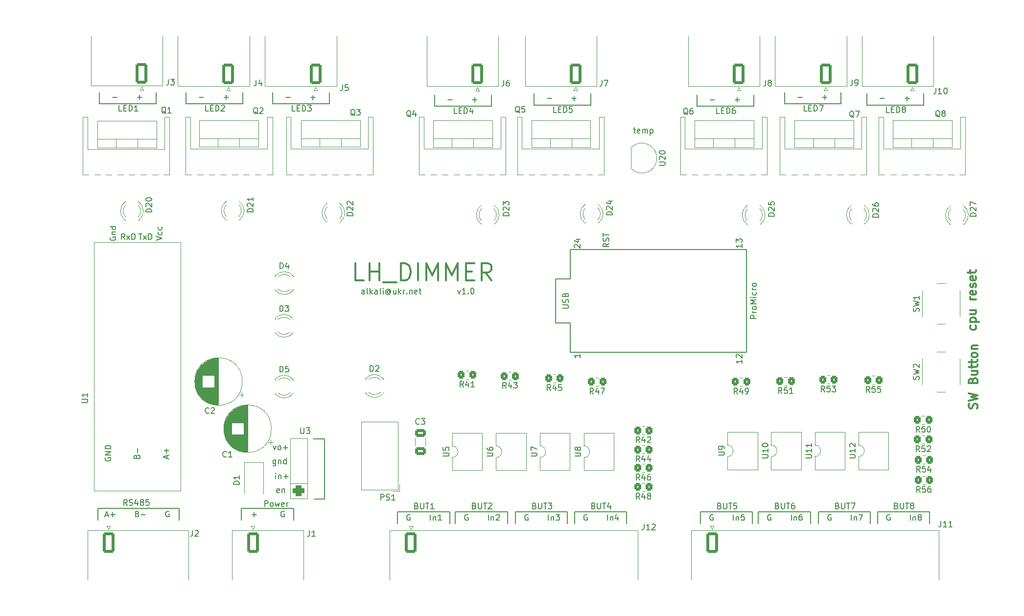
<source format=gbr>
%TF.GenerationSoftware,KiCad,Pcbnew,(6.0.1)*%
%TF.CreationDate,2022-08-22T12:04:23+03:00*%
%TF.ProjectId,lh-dimmer,6c682d64-696d-46d6-9572-2e6b69636164,rev?*%
%TF.SameCoordinates,Original*%
%TF.FileFunction,Legend,Top*%
%TF.FilePolarity,Positive*%
%FSLAX46Y46*%
G04 Gerber Fmt 4.6, Leading zero omitted, Abs format (unit mm)*
G04 Created by KiCad (PCBNEW (6.0.1)) date 2022-08-22 12:04:23*
%MOMM*%
%LPD*%
G01*
G04 APERTURE LIST*
G04 Aperture macros list*
%AMRoundRect*
0 Rectangle with rounded corners*
0 $1 Rounding radius*
0 $2 $3 $4 $5 $6 $7 $8 $9 X,Y pos of 4 corners*
0 Add a 4 corners polygon primitive as box body*
4,1,4,$2,$3,$4,$5,$6,$7,$8,$9,$2,$3,0*
0 Add four circle primitives for the rounded corners*
1,1,$1+$1,$2,$3*
1,1,$1+$1,$4,$5*
1,1,$1+$1,$6,$7*
1,1,$1+$1,$8,$9*
0 Add four rect primitives between the rounded corners*
20,1,$1+$1,$2,$3,$4,$5,0*
20,1,$1+$1,$4,$5,$6,$7,0*
20,1,$1+$1,$6,$7,$8,$9,0*
20,1,$1+$1,$8,$9,$2,$3,0*%
%AMFreePoly0*
4,1,37,0.217060,1.231010,0.427525,1.174616,0.625000,1.082532,0.803485,0.957556,0.957556,0.803485,1.082532,0.625000,1.174616,0.427525,1.231010,0.217060,1.250000,0.000000,1.231010,-0.217060,1.174616,-0.427525,1.082532,-0.625000,0.957556,-0.803485,0.803485,-0.957556,0.625000,-1.082532,0.427525,-1.174616,0.217060,-1.231010,0.000000,-1.250000,-0.217060,-1.231010,-0.427525,-1.174616,
-0.625000,-1.082532,-0.803485,-0.957556,-0.957556,-0.803485,-1.082532,-0.625000,-1.174616,-0.427525,-1.231010,-0.217060,-1.250000,0.000000,-1.231010,0.217060,-1.174616,0.427525,-1.082532,0.625000,-0.957556,0.803485,-0.803485,0.957556,-0.625000,1.082532,-0.427525,1.174616,-0.217060,1.231010,0.000000,1.250000,0.217060,1.231010,0.217060,1.231010,$1*%
G04 Aperture macros list end*
%ADD10C,0.150000*%
%ADD11C,0.200000*%
%ADD12C,0.300000*%
%ADD13C,0.120000*%
%ADD14R,1.800000X1.800000*%
%ADD15C,1.800000*%
%ADD16RoundRect,0.250000X-0.650000X0.412500X-0.650000X-0.412500X0.650000X-0.412500X0.650000X0.412500X0*%
%ADD17R,1.600000X1.600000*%
%ADD18C,1.600000*%
%ADD19C,8.400000*%
%ADD20RoundRect,0.249999X0.790001X1.550001X-0.790001X1.550001X-0.790001X-1.550001X0.790001X-1.550001X0*%
%ADD21O,2.080000X3.600000*%
%ADD22RoundRect,0.250000X0.350000X0.450000X-0.350000X0.450000X-0.350000X-0.450000X0.350000X-0.450000X0*%
%ADD23RoundRect,0.249999X-0.790001X-1.550001X0.790001X-1.550001X0.790001X1.550001X-0.790001X1.550001X0*%
%ADD24R,1.780000X2.000000*%
%ADD25C,3.500000*%
%ADD26C,1.200000*%
%ADD27R,1.905000X2.000000*%
%ADD28O,1.905000X2.000000*%
%ADD29R,2.250000X1.750000*%
%ADD30O,2.250000X1.750000*%
%ADD31R,1.800000X2.500000*%
%ADD32R,1.500000X1.050000*%
%ADD33O,1.500000X1.050000*%
%ADD34C,2.000000*%
%ADD35RoundRect,0.450000X0.550000X-0.450000X0.550000X0.450000X-0.550000X0.450000X-0.550000X-0.450000X0*%
%ADD36O,2.000000X1.800000*%
%ADD37C,1.524000*%
%ADD38FreePoly0,90.000000*%
G04 APERTURE END LIST*
D10*
X147800000Y-121090000D02*
X147800000Y-119090000D01*
X65625000Y-46475000D02*
X65625000Y-48475000D01*
X198400000Y-46690000D02*
X198400000Y-48690000D01*
X140800000Y-48690000D02*
X150600000Y-48690000D01*
X75425000Y-48475000D02*
X75425000Y-46475000D01*
D11*
X221250000Y-125600000D02*
G75*
G03*
X221250000Y-125600000I-4000000J0D01*
G01*
D10*
X169600000Y-121090000D02*
X169600000Y-119090000D01*
X127200000Y-121090000D02*
X127200000Y-119090000D01*
X169000000Y-46890000D02*
X169000000Y-48890000D01*
X80625000Y-48475000D02*
X90425000Y-48475000D01*
X104600000Y-116890000D02*
X102800000Y-116890000D01*
X105400000Y-48490000D02*
X105400000Y-46490000D01*
X137600000Y-121090000D02*
X137600000Y-119090000D01*
D11*
X60750078Y-42100000D02*
G75*
G03*
X60750078Y-42100000I-4000078J0D01*
G01*
D10*
X184125000Y-46475000D02*
X184125000Y-48475000D01*
X133400000Y-48890000D02*
X133400000Y-46890000D01*
X208200000Y-48690000D02*
X208200000Y-46690000D01*
X123600000Y-48890000D02*
X133400000Y-48890000D01*
X137600000Y-119090000D02*
X146600000Y-119090000D01*
X169600000Y-119090000D02*
X178600000Y-119090000D01*
X65400000Y-120490000D02*
X65400000Y-118490000D01*
X156800000Y-119090000D02*
X156800000Y-121090000D01*
X190000000Y-121090000D02*
X190000000Y-119090000D01*
X102600000Y-106490000D02*
X104600000Y-106490000D01*
X150600000Y-48690000D02*
X150600000Y-46690000D01*
X178800000Y-48890000D02*
X178800000Y-46890000D01*
X104600000Y-106490000D02*
X104600000Y-116890000D01*
X179600000Y-119090000D02*
X188600000Y-119090000D01*
X199000000Y-119090000D02*
X199000000Y-121090000D01*
X190000000Y-119090000D02*
X199000000Y-119090000D01*
X198400000Y-48690000D02*
X208200000Y-48690000D01*
X95600000Y-46490000D02*
X95600000Y-48490000D01*
X193925000Y-48475000D02*
X193925000Y-46475000D01*
X179600000Y-121090000D02*
X179600000Y-119090000D01*
X200200000Y-119090000D02*
X209200000Y-119090000D01*
X95600000Y-48490000D02*
X105400000Y-48490000D01*
X79400000Y-118490000D02*
X79400000Y-120490000D01*
X99200000Y-118490000D02*
X99200000Y-120490000D01*
X90200000Y-120490000D02*
X90200000Y-118490000D01*
X184125000Y-48475000D02*
X193925000Y-48475000D01*
X147800000Y-119090000D02*
X156800000Y-119090000D01*
X117200000Y-121090000D02*
X117200000Y-119090000D01*
X146600000Y-119090000D02*
X146600000Y-121090000D01*
X90200000Y-118490000D02*
X99200000Y-118490000D01*
X136200000Y-119090000D02*
X136200000Y-121090000D01*
X127200000Y-119090000D02*
X136200000Y-119090000D01*
X209200000Y-119090000D02*
X209200000Y-121090000D01*
X169000000Y-48890000D02*
X178800000Y-48890000D01*
X126200000Y-119090000D02*
X126200000Y-121090000D01*
X65400000Y-118490000D02*
X79400000Y-118490000D01*
X117200000Y-119090000D02*
X126200000Y-119090000D01*
X140800000Y-46690000D02*
X140800000Y-48690000D01*
X90425000Y-48475000D02*
X90425000Y-46475000D01*
X80625000Y-46475000D02*
X80625000Y-48475000D01*
X65625000Y-48475000D02*
X75425000Y-48475000D01*
X200200000Y-121090000D02*
X200200000Y-119090000D01*
X178600000Y-119090000D02*
X178600000Y-121090000D01*
D11*
X221275078Y-42100000D02*
G75*
G03*
X221275078Y-42100000I-4000078J0D01*
G01*
D10*
X188600000Y-119090000D02*
X188600000Y-121090000D01*
D11*
X60750078Y-125550000D02*
G75*
G03*
X60750078Y-125550000I-4000078J0D01*
G01*
D10*
X123600000Y-46890000D02*
X123600000Y-48890000D01*
X95690476Y-107675714D02*
X95928571Y-108342380D01*
X96166666Y-107675714D01*
X96690476Y-108342380D02*
X96595238Y-108294761D01*
X96547619Y-108247142D01*
X96500000Y-108151904D01*
X96500000Y-107866190D01*
X96547619Y-107770952D01*
X96595238Y-107723333D01*
X96690476Y-107675714D01*
X96833333Y-107675714D01*
X96928571Y-107723333D01*
X96976190Y-107770952D01*
X97023809Y-107866190D01*
X97023809Y-108151904D01*
X96976190Y-108247142D01*
X96928571Y-108294761D01*
X96833333Y-108342380D01*
X96690476Y-108342380D01*
X97452380Y-107961428D02*
X98214285Y-107961428D01*
X97833333Y-108342380D02*
X97833333Y-107580476D01*
X127480952Y-50142380D02*
X127004761Y-50142380D01*
X127004761Y-49142380D01*
X127814285Y-49618571D02*
X128147619Y-49618571D01*
X128290476Y-50142380D02*
X127814285Y-50142380D01*
X127814285Y-49142380D01*
X128290476Y-49142380D01*
X128719047Y-50142380D02*
X128719047Y-49142380D01*
X128957142Y-49142380D01*
X129100000Y-49190000D01*
X129195238Y-49285238D01*
X129242857Y-49380476D01*
X129290476Y-49570952D01*
X129290476Y-49713809D01*
X129242857Y-49904285D01*
X129195238Y-49999523D01*
X129100000Y-50094761D01*
X128957142Y-50142380D01*
X128719047Y-50142380D01*
X130147619Y-49475714D02*
X130147619Y-50142380D01*
X129909523Y-49094761D02*
X129671428Y-49809047D01*
X130290476Y-49809047D01*
X140890476Y-118018571D02*
X141033333Y-118066190D01*
X141080952Y-118113809D01*
X141128571Y-118209047D01*
X141128571Y-118351904D01*
X141080952Y-118447142D01*
X141033333Y-118494761D01*
X140938095Y-118542380D01*
X140557142Y-118542380D01*
X140557142Y-117542380D01*
X140890476Y-117542380D01*
X140985714Y-117590000D01*
X141033333Y-117637619D01*
X141080952Y-117732857D01*
X141080952Y-117828095D01*
X141033333Y-117923333D01*
X140985714Y-117970952D01*
X140890476Y-118018571D01*
X140557142Y-118018571D01*
X141557142Y-117542380D02*
X141557142Y-118351904D01*
X141604761Y-118447142D01*
X141652380Y-118494761D01*
X141747619Y-118542380D01*
X141938095Y-118542380D01*
X142033333Y-118494761D01*
X142080952Y-118447142D01*
X142128571Y-118351904D01*
X142128571Y-117542380D01*
X142461904Y-117542380D02*
X143033333Y-117542380D01*
X142747619Y-118542380D02*
X142747619Y-117542380D01*
X143271428Y-117542380D02*
X143890476Y-117542380D01*
X143557142Y-117923333D01*
X143700000Y-117923333D01*
X143795238Y-117970952D01*
X143842857Y-118018571D01*
X143890476Y-118113809D01*
X143890476Y-118351904D01*
X143842857Y-118447142D01*
X143795238Y-118494761D01*
X143700000Y-118542380D01*
X143414285Y-118542380D01*
X143319047Y-118494761D01*
X143271428Y-118447142D01*
D11*
X125876190Y-47761428D02*
X126638095Y-47761428D01*
X130161904Y-47761428D02*
X130923809Y-47761428D01*
X130542857Y-48142380D02*
X130542857Y-47380476D01*
D10*
X119371428Y-119590000D02*
X119276190Y-119542380D01*
X119133333Y-119542380D01*
X118990476Y-119590000D01*
X118895238Y-119685238D01*
X118847619Y-119780476D01*
X118800000Y-119970952D01*
X118800000Y-120113809D01*
X118847619Y-120304285D01*
X118895238Y-120399523D01*
X118990476Y-120494761D01*
X119133333Y-120542380D01*
X119228571Y-120542380D01*
X119371428Y-120494761D01*
X119419047Y-120447142D01*
X119419047Y-120113809D01*
X119228571Y-120113809D01*
X122895238Y-120542380D02*
X122895238Y-119542380D01*
X123371428Y-119875714D02*
X123371428Y-120542380D01*
X123371428Y-119970952D02*
X123419047Y-119923333D01*
X123514285Y-119875714D01*
X123657142Y-119875714D01*
X123752380Y-119923333D01*
X123800000Y-120018571D01*
X123800000Y-120542380D01*
X124800000Y-120542380D02*
X124228571Y-120542380D01*
X124514285Y-120542380D02*
X124514285Y-119542380D01*
X124419047Y-119685238D01*
X124323809Y-119780476D01*
X124228571Y-119828095D01*
D11*
X186401190Y-47346428D02*
X187163095Y-47346428D01*
X190686904Y-47346428D02*
X191448809Y-47346428D01*
X191067857Y-47727380D02*
X191067857Y-46965476D01*
D10*
X202280952Y-49942380D02*
X201804761Y-49942380D01*
X201804761Y-48942380D01*
X202614285Y-49418571D02*
X202947619Y-49418571D01*
X203090476Y-49942380D02*
X202614285Y-49942380D01*
X202614285Y-48942380D01*
X203090476Y-48942380D01*
X203519047Y-49942380D02*
X203519047Y-48942380D01*
X203757142Y-48942380D01*
X203900000Y-48990000D01*
X203995238Y-49085238D01*
X204042857Y-49180476D01*
X204090476Y-49370952D01*
X204090476Y-49513809D01*
X204042857Y-49704285D01*
X203995238Y-49799523D01*
X203900000Y-49894761D01*
X203757142Y-49942380D01*
X203519047Y-49942380D01*
X204661904Y-49370952D02*
X204566666Y-49323333D01*
X204519047Y-49275714D01*
X204471428Y-49180476D01*
X204471428Y-49132857D01*
X204519047Y-49037619D01*
X204566666Y-48990000D01*
X204661904Y-48942380D01*
X204852380Y-48942380D01*
X204947619Y-48990000D01*
X204995238Y-49037619D01*
X205042857Y-49132857D01*
X205042857Y-49180476D01*
X204995238Y-49275714D01*
X204947619Y-49323333D01*
X204852380Y-49370952D01*
X204661904Y-49370952D01*
X204566666Y-49418571D01*
X204519047Y-49466190D01*
X204471428Y-49561428D01*
X204471428Y-49751904D01*
X204519047Y-49847142D01*
X204566666Y-49894761D01*
X204661904Y-49942380D01*
X204852380Y-49942380D01*
X204947619Y-49894761D01*
X204995238Y-49847142D01*
X205042857Y-49751904D01*
X205042857Y-49561428D01*
X204995238Y-49466190D01*
X204947619Y-49418571D01*
X204852380Y-49370952D01*
X188005952Y-49727380D02*
X187529761Y-49727380D01*
X187529761Y-48727380D01*
X188339285Y-49203571D02*
X188672619Y-49203571D01*
X188815476Y-49727380D02*
X188339285Y-49727380D01*
X188339285Y-48727380D01*
X188815476Y-48727380D01*
X189244047Y-49727380D02*
X189244047Y-48727380D01*
X189482142Y-48727380D01*
X189625000Y-48775000D01*
X189720238Y-48870238D01*
X189767857Y-48965476D01*
X189815476Y-49155952D01*
X189815476Y-49298809D01*
X189767857Y-49489285D01*
X189720238Y-49584523D01*
X189625000Y-49679761D01*
X189482142Y-49727380D01*
X189244047Y-49727380D01*
X190148809Y-48727380D02*
X190815476Y-48727380D01*
X190386904Y-49727380D01*
X151090476Y-118018571D02*
X151233333Y-118066190D01*
X151280952Y-118113809D01*
X151328571Y-118209047D01*
X151328571Y-118351904D01*
X151280952Y-118447142D01*
X151233333Y-118494761D01*
X151138095Y-118542380D01*
X150757142Y-118542380D01*
X150757142Y-117542380D01*
X151090476Y-117542380D01*
X151185714Y-117590000D01*
X151233333Y-117637619D01*
X151280952Y-117732857D01*
X151280952Y-117828095D01*
X151233333Y-117923333D01*
X151185714Y-117970952D01*
X151090476Y-118018571D01*
X150757142Y-118018571D01*
X151757142Y-117542380D02*
X151757142Y-118351904D01*
X151804761Y-118447142D01*
X151852380Y-118494761D01*
X151947619Y-118542380D01*
X152138095Y-118542380D01*
X152233333Y-118494761D01*
X152280952Y-118447142D01*
X152328571Y-118351904D01*
X152328571Y-117542380D01*
X152661904Y-117542380D02*
X153233333Y-117542380D01*
X152947619Y-118542380D02*
X152947619Y-117542380D01*
X153995238Y-117875714D02*
X153995238Y-118542380D01*
X153757142Y-117494761D02*
X153519047Y-118209047D01*
X154138095Y-118209047D01*
D12*
X217407142Y-101190000D02*
X217478571Y-100975714D01*
X217478571Y-100618571D01*
X217407142Y-100475714D01*
X217335714Y-100404285D01*
X217192857Y-100332857D01*
X217050000Y-100332857D01*
X216907142Y-100404285D01*
X216835714Y-100475714D01*
X216764285Y-100618571D01*
X216692857Y-100904285D01*
X216621428Y-101047142D01*
X216550000Y-101118571D01*
X216407142Y-101190000D01*
X216264285Y-101190000D01*
X216121428Y-101118571D01*
X216050000Y-101047142D01*
X215978571Y-100904285D01*
X215978571Y-100547142D01*
X216050000Y-100332857D01*
X215978571Y-99832857D02*
X217478571Y-99475714D01*
X216407142Y-99190000D01*
X217478571Y-98904285D01*
X215978571Y-98547142D01*
X216692857Y-96332857D02*
X216764285Y-96118571D01*
X216835714Y-96047142D01*
X216978571Y-95975714D01*
X217192857Y-95975714D01*
X217335714Y-96047142D01*
X217407142Y-96118571D01*
X217478571Y-96261428D01*
X217478571Y-96832857D01*
X215978571Y-96832857D01*
X215978571Y-96332857D01*
X216050000Y-96190000D01*
X216121428Y-96118571D01*
X216264285Y-96047142D01*
X216407142Y-96047142D01*
X216550000Y-96118571D01*
X216621428Y-96190000D01*
X216692857Y-96332857D01*
X216692857Y-96832857D01*
X216478571Y-94690000D02*
X217478571Y-94690000D01*
X216478571Y-95332857D02*
X217264285Y-95332857D01*
X217407142Y-95261428D01*
X217478571Y-95118571D01*
X217478571Y-94904285D01*
X217407142Y-94761428D01*
X217335714Y-94690000D01*
X216478571Y-94190000D02*
X216478571Y-93618571D01*
X215978571Y-93975714D02*
X217264285Y-93975714D01*
X217407142Y-93904285D01*
X217478571Y-93761428D01*
X217478571Y-93618571D01*
X216478571Y-93332857D02*
X216478571Y-92761428D01*
X215978571Y-93118571D02*
X217264285Y-93118571D01*
X217407142Y-93047142D01*
X217478571Y-92904285D01*
X217478571Y-92761428D01*
X217478571Y-92047142D02*
X217407142Y-92190000D01*
X217335714Y-92261428D01*
X217192857Y-92332857D01*
X216764285Y-92332857D01*
X216621428Y-92261428D01*
X216550000Y-92190000D01*
X216478571Y-92047142D01*
X216478571Y-91832857D01*
X216550000Y-91690000D01*
X216621428Y-91618571D01*
X216764285Y-91547142D01*
X217192857Y-91547142D01*
X217335714Y-91618571D01*
X217407142Y-91690000D01*
X217478571Y-91832857D01*
X217478571Y-92047142D01*
X216478571Y-90904285D02*
X217478571Y-90904285D01*
X216621428Y-90904285D02*
X216550000Y-90832857D01*
X216478571Y-90690000D01*
X216478571Y-90475714D01*
X216550000Y-90332857D01*
X216692857Y-90261428D01*
X217478571Y-90261428D01*
D10*
X139771428Y-119590000D02*
X139676190Y-119542380D01*
X139533333Y-119542380D01*
X139390476Y-119590000D01*
X139295238Y-119685238D01*
X139247619Y-119780476D01*
X139200000Y-119970952D01*
X139200000Y-120113809D01*
X139247619Y-120304285D01*
X139295238Y-120399523D01*
X139390476Y-120494761D01*
X139533333Y-120542380D01*
X139628571Y-120542380D01*
X139771428Y-120494761D01*
X139819047Y-120447142D01*
X139819047Y-120113809D01*
X139628571Y-120113809D01*
X143295238Y-120542380D02*
X143295238Y-119542380D01*
X143771428Y-119875714D02*
X143771428Y-120542380D01*
X143771428Y-119970952D02*
X143819047Y-119923333D01*
X143914285Y-119875714D01*
X144057142Y-119875714D01*
X144152380Y-119923333D01*
X144200000Y-120018571D01*
X144200000Y-120542380D01*
X144580952Y-119542380D02*
X145200000Y-119542380D01*
X144866666Y-119923333D01*
X145009523Y-119923333D01*
X145104761Y-119970952D01*
X145152380Y-120018571D01*
X145200000Y-120113809D01*
X145200000Y-120351904D01*
X145152380Y-120447142D01*
X145104761Y-120494761D01*
X145009523Y-120542380D01*
X144723809Y-120542380D01*
X144628571Y-120494761D01*
X144580952Y-120447142D01*
D11*
X67901190Y-47346428D02*
X68663095Y-47346428D01*
X72186904Y-47346428D02*
X72948809Y-47346428D01*
X72567857Y-47727380D02*
X72567857Y-46965476D01*
D10*
X130490476Y-118018571D02*
X130633333Y-118066190D01*
X130680952Y-118113809D01*
X130728571Y-118209047D01*
X130728571Y-118351904D01*
X130680952Y-118447142D01*
X130633333Y-118494761D01*
X130538095Y-118542380D01*
X130157142Y-118542380D01*
X130157142Y-117542380D01*
X130490476Y-117542380D01*
X130585714Y-117590000D01*
X130633333Y-117637619D01*
X130680952Y-117732857D01*
X130680952Y-117828095D01*
X130633333Y-117923333D01*
X130585714Y-117970952D01*
X130490476Y-118018571D01*
X130157142Y-118018571D01*
X131157142Y-117542380D02*
X131157142Y-118351904D01*
X131204761Y-118447142D01*
X131252380Y-118494761D01*
X131347619Y-118542380D01*
X131538095Y-118542380D01*
X131633333Y-118494761D01*
X131680952Y-118447142D01*
X131728571Y-118351904D01*
X131728571Y-117542380D01*
X132061904Y-117542380D02*
X132633333Y-117542380D01*
X132347619Y-118542380D02*
X132347619Y-117542380D01*
X132919047Y-117637619D02*
X132966666Y-117590000D01*
X133061904Y-117542380D01*
X133300000Y-117542380D01*
X133395238Y-117590000D01*
X133442857Y-117637619D01*
X133490476Y-117732857D01*
X133490476Y-117828095D01*
X133442857Y-117970952D01*
X132871428Y-118542380D01*
X133490476Y-118542380D01*
X94223809Y-118142380D02*
X94223809Y-117142380D01*
X94604761Y-117142380D01*
X94700000Y-117190000D01*
X94747619Y-117237619D01*
X94795238Y-117332857D01*
X94795238Y-117475714D01*
X94747619Y-117570952D01*
X94700000Y-117618571D01*
X94604761Y-117666190D01*
X94223809Y-117666190D01*
X95366666Y-118142380D02*
X95271428Y-118094761D01*
X95223809Y-118047142D01*
X95176190Y-117951904D01*
X95176190Y-117666190D01*
X95223809Y-117570952D01*
X95271428Y-117523333D01*
X95366666Y-117475714D01*
X95509523Y-117475714D01*
X95604761Y-117523333D01*
X95652380Y-117570952D01*
X95700000Y-117666190D01*
X95700000Y-117951904D01*
X95652380Y-118047142D01*
X95604761Y-118094761D01*
X95509523Y-118142380D01*
X95366666Y-118142380D01*
X96033333Y-117475714D02*
X96223809Y-118142380D01*
X96414285Y-117666190D01*
X96604761Y-118142380D01*
X96795238Y-117475714D01*
X97557142Y-118094761D02*
X97461904Y-118142380D01*
X97271428Y-118142380D01*
X97176190Y-118094761D01*
X97128571Y-117999523D01*
X97128571Y-117618571D01*
X97176190Y-117523333D01*
X97271428Y-117475714D01*
X97461904Y-117475714D01*
X97557142Y-117523333D01*
X97604761Y-117618571D01*
X97604761Y-117713809D01*
X97128571Y-117809047D01*
X98033333Y-118142380D02*
X98033333Y-117475714D01*
X98033333Y-117666190D02*
X98080952Y-117570952D01*
X98128571Y-117523333D01*
X98223809Y-117475714D01*
X98319047Y-117475714D01*
X96738095Y-115694761D02*
X96642857Y-115742380D01*
X96452380Y-115742380D01*
X96357142Y-115694761D01*
X96309523Y-115599523D01*
X96309523Y-115218571D01*
X96357142Y-115123333D01*
X96452380Y-115075714D01*
X96642857Y-115075714D01*
X96738095Y-115123333D01*
X96785714Y-115218571D01*
X96785714Y-115313809D01*
X96309523Y-115409047D01*
X97214285Y-115075714D02*
X97214285Y-115742380D01*
X97214285Y-115170952D02*
X97261904Y-115123333D01*
X97357142Y-115075714D01*
X97500000Y-115075714D01*
X97595238Y-115123333D01*
X97642857Y-115218571D01*
X97642857Y-115742380D01*
X157986904Y-52860714D02*
X158367857Y-52860714D01*
X158129761Y-52527380D02*
X158129761Y-53384523D01*
X158177380Y-53479761D01*
X158272619Y-53527380D01*
X158367857Y-53527380D01*
X159082142Y-53479761D02*
X158986904Y-53527380D01*
X158796428Y-53527380D01*
X158701190Y-53479761D01*
X158653571Y-53384523D01*
X158653571Y-53003571D01*
X158701190Y-52908333D01*
X158796428Y-52860714D01*
X158986904Y-52860714D01*
X159082142Y-52908333D01*
X159129761Y-53003571D01*
X159129761Y-53098809D01*
X158653571Y-53194047D01*
X159558333Y-53527380D02*
X159558333Y-52860714D01*
X159558333Y-52955952D02*
X159605952Y-52908333D01*
X159701190Y-52860714D01*
X159844047Y-52860714D01*
X159939285Y-52908333D01*
X159986904Y-53003571D01*
X159986904Y-53527380D01*
X159986904Y-53003571D02*
X160034523Y-52908333D01*
X160129761Y-52860714D01*
X160272619Y-52860714D01*
X160367857Y-52908333D01*
X160415476Y-53003571D01*
X160415476Y-53527380D01*
X160891666Y-52860714D02*
X160891666Y-53860714D01*
X160891666Y-52908333D02*
X160986904Y-52860714D01*
X161177380Y-52860714D01*
X161272619Y-52908333D01*
X161320238Y-52955952D01*
X161367857Y-53051190D01*
X161367857Y-53336904D01*
X161320238Y-53432142D01*
X161272619Y-53479761D01*
X161177380Y-53527380D01*
X160986904Y-53527380D01*
X160891666Y-53479761D01*
X171771428Y-119590000D02*
X171676190Y-119542380D01*
X171533333Y-119542380D01*
X171390476Y-119590000D01*
X171295238Y-119685238D01*
X171247619Y-119780476D01*
X171200000Y-119970952D01*
X171200000Y-120113809D01*
X171247619Y-120304285D01*
X171295238Y-120399523D01*
X171390476Y-120494761D01*
X171533333Y-120542380D01*
X171628571Y-120542380D01*
X171771428Y-120494761D01*
X171819047Y-120447142D01*
X171819047Y-120113809D01*
X171628571Y-120113809D01*
X175295238Y-120542380D02*
X175295238Y-119542380D01*
X175771428Y-119875714D02*
X175771428Y-120542380D01*
X175771428Y-119970952D02*
X175819047Y-119923333D01*
X175914285Y-119875714D01*
X176057142Y-119875714D01*
X176152380Y-119923333D01*
X176200000Y-120018571D01*
X176200000Y-120542380D01*
X177152380Y-119542380D02*
X176676190Y-119542380D01*
X176628571Y-120018571D01*
X176676190Y-119970952D01*
X176771428Y-119923333D01*
X177009523Y-119923333D01*
X177104761Y-119970952D01*
X177152380Y-120018571D01*
X177200000Y-120113809D01*
X177200000Y-120351904D01*
X177152380Y-120447142D01*
X177104761Y-120494761D01*
X177009523Y-120542380D01*
X176771428Y-120542380D01*
X176676190Y-120494761D01*
X176628571Y-120447142D01*
D11*
X143076190Y-47561428D02*
X143838095Y-47561428D01*
X147361904Y-47561428D02*
X148123809Y-47561428D01*
X147742857Y-47942380D02*
X147742857Y-47180476D01*
D10*
X84505952Y-49727380D02*
X84029761Y-49727380D01*
X84029761Y-48727380D01*
X84839285Y-49203571D02*
X85172619Y-49203571D01*
X85315476Y-49727380D02*
X84839285Y-49727380D01*
X84839285Y-48727380D01*
X85315476Y-48727380D01*
X85744047Y-49727380D02*
X85744047Y-48727380D01*
X85982142Y-48727380D01*
X86125000Y-48775000D01*
X86220238Y-48870238D01*
X86267857Y-48965476D01*
X86315476Y-49155952D01*
X86315476Y-49298809D01*
X86267857Y-49489285D01*
X86220238Y-49584523D01*
X86125000Y-49679761D01*
X85982142Y-49727380D01*
X85744047Y-49727380D01*
X86696428Y-48822619D02*
X86744047Y-48775000D01*
X86839285Y-48727380D01*
X87077380Y-48727380D01*
X87172619Y-48775000D01*
X87220238Y-48822619D01*
X87267857Y-48917857D01*
X87267857Y-49013095D01*
X87220238Y-49155952D01*
X86648809Y-49727380D01*
X87267857Y-49727380D01*
X96128571Y-113342380D02*
X96128571Y-112675714D01*
X96128571Y-112342380D02*
X96080952Y-112390000D01*
X96128571Y-112437619D01*
X96176190Y-112390000D01*
X96128571Y-112342380D01*
X96128571Y-112437619D01*
X96604761Y-112675714D02*
X96604761Y-113342380D01*
X96604761Y-112770952D02*
X96652380Y-112723333D01*
X96747619Y-112675714D01*
X96890476Y-112675714D01*
X96985714Y-112723333D01*
X97033333Y-112818571D01*
X97033333Y-113342380D01*
X97509523Y-112961428D02*
X98271428Y-112961428D01*
X97890476Y-113342380D02*
X97890476Y-112580476D01*
X69505952Y-49727380D02*
X69029761Y-49727380D01*
X69029761Y-48727380D01*
X69839285Y-49203571D02*
X70172619Y-49203571D01*
X70315476Y-49727380D02*
X69839285Y-49727380D01*
X69839285Y-48727380D01*
X70315476Y-48727380D01*
X70744047Y-49727380D02*
X70744047Y-48727380D01*
X70982142Y-48727380D01*
X71125000Y-48775000D01*
X71220238Y-48870238D01*
X71267857Y-48965476D01*
X71315476Y-49155952D01*
X71315476Y-49298809D01*
X71267857Y-49489285D01*
X71220238Y-49584523D01*
X71125000Y-49679761D01*
X70982142Y-49727380D01*
X70744047Y-49727380D01*
X72267857Y-49727380D02*
X71696428Y-49727380D01*
X71982142Y-49727380D02*
X71982142Y-48727380D01*
X71886904Y-48870238D01*
X71791666Y-48965476D01*
X71696428Y-49013095D01*
X99480952Y-49742380D02*
X99004761Y-49742380D01*
X99004761Y-48742380D01*
X99814285Y-49218571D02*
X100147619Y-49218571D01*
X100290476Y-49742380D02*
X99814285Y-49742380D01*
X99814285Y-48742380D01*
X100290476Y-48742380D01*
X100719047Y-49742380D02*
X100719047Y-48742380D01*
X100957142Y-48742380D01*
X101100000Y-48790000D01*
X101195238Y-48885238D01*
X101242857Y-48980476D01*
X101290476Y-49170952D01*
X101290476Y-49313809D01*
X101242857Y-49504285D01*
X101195238Y-49599523D01*
X101100000Y-49694761D01*
X100957142Y-49742380D01*
X100719047Y-49742380D01*
X101623809Y-48742380D02*
X102242857Y-48742380D01*
X101909523Y-49123333D01*
X102052380Y-49123333D01*
X102147619Y-49170952D01*
X102195238Y-49218571D01*
X102242857Y-49313809D01*
X102242857Y-49551904D01*
X102195238Y-49647142D01*
X102147619Y-49694761D01*
X102052380Y-49742380D01*
X101766666Y-49742380D01*
X101671428Y-49694761D01*
X101623809Y-49647142D01*
X120490476Y-118018571D02*
X120633333Y-118066190D01*
X120680952Y-118113809D01*
X120728571Y-118209047D01*
X120728571Y-118351904D01*
X120680952Y-118447142D01*
X120633333Y-118494761D01*
X120538095Y-118542380D01*
X120157142Y-118542380D01*
X120157142Y-117542380D01*
X120490476Y-117542380D01*
X120585714Y-117590000D01*
X120633333Y-117637619D01*
X120680952Y-117732857D01*
X120680952Y-117828095D01*
X120633333Y-117923333D01*
X120585714Y-117970952D01*
X120490476Y-118018571D01*
X120157142Y-118018571D01*
X121157142Y-117542380D02*
X121157142Y-118351904D01*
X121204761Y-118447142D01*
X121252380Y-118494761D01*
X121347619Y-118542380D01*
X121538095Y-118542380D01*
X121633333Y-118494761D01*
X121680952Y-118447142D01*
X121728571Y-118351904D01*
X121728571Y-117542380D01*
X122061904Y-117542380D02*
X122633333Y-117542380D01*
X122347619Y-118542380D02*
X122347619Y-117542380D01*
X123490476Y-118542380D02*
X122919047Y-118542380D01*
X123204761Y-118542380D02*
X123204761Y-117542380D01*
X123109523Y-117685238D01*
X123014285Y-117780476D01*
X122919047Y-117828095D01*
D11*
X66657142Y-119656666D02*
X67133333Y-119656666D01*
X66561904Y-119942380D02*
X66895238Y-118942380D01*
X67228571Y-119942380D01*
X67561904Y-119561428D02*
X68323809Y-119561428D01*
X67942857Y-119942380D02*
X67942857Y-119180476D01*
X72180952Y-119418571D02*
X72323809Y-119466190D01*
X72371428Y-119513809D01*
X72419047Y-119609047D01*
X72419047Y-119751904D01*
X72371428Y-119847142D01*
X72323809Y-119894761D01*
X72228571Y-119942380D01*
X71847619Y-119942380D01*
X71847619Y-118942380D01*
X72180952Y-118942380D01*
X72276190Y-118990000D01*
X72323809Y-119037619D01*
X72371428Y-119132857D01*
X72371428Y-119228095D01*
X72323809Y-119323333D01*
X72276190Y-119370952D01*
X72180952Y-119418571D01*
X71847619Y-119418571D01*
X72847619Y-119561428D02*
X73609523Y-119561428D01*
X77657142Y-118990000D02*
X77561904Y-118942380D01*
X77419047Y-118942380D01*
X77276190Y-118990000D01*
X77180952Y-119085238D01*
X77133333Y-119180476D01*
X77085714Y-119370952D01*
X77085714Y-119513809D01*
X77133333Y-119704285D01*
X77180952Y-119799523D01*
X77276190Y-119894761D01*
X77419047Y-119942380D01*
X77514285Y-119942380D01*
X77657142Y-119894761D01*
X77704761Y-119847142D01*
X77704761Y-119513809D01*
X77514285Y-119513809D01*
X200676190Y-47561428D02*
X201438095Y-47561428D01*
X204961904Y-47561428D02*
X205723809Y-47561428D01*
X205342857Y-47942380D02*
X205342857Y-47180476D01*
D10*
X149971428Y-119590000D02*
X149876190Y-119542380D01*
X149733333Y-119542380D01*
X149590476Y-119590000D01*
X149495238Y-119685238D01*
X149447619Y-119780476D01*
X149400000Y-119970952D01*
X149400000Y-120113809D01*
X149447619Y-120304285D01*
X149495238Y-120399523D01*
X149590476Y-120494761D01*
X149733333Y-120542380D01*
X149828571Y-120542380D01*
X149971428Y-120494761D01*
X150019047Y-120447142D01*
X150019047Y-120113809D01*
X149828571Y-120113809D01*
X153495238Y-120542380D02*
X153495238Y-119542380D01*
X153971428Y-119875714D02*
X153971428Y-120542380D01*
X153971428Y-119970952D02*
X154019047Y-119923333D01*
X154114285Y-119875714D01*
X154257142Y-119875714D01*
X154352380Y-119923333D01*
X154400000Y-120018571D01*
X154400000Y-120542380D01*
X155304761Y-119875714D02*
X155304761Y-120542380D01*
X155066666Y-119494761D02*
X154828571Y-120209047D01*
X155447619Y-120209047D01*
X202371428Y-119590000D02*
X202276190Y-119542380D01*
X202133333Y-119542380D01*
X201990476Y-119590000D01*
X201895238Y-119685238D01*
X201847619Y-119780476D01*
X201800000Y-119970952D01*
X201800000Y-120113809D01*
X201847619Y-120304285D01*
X201895238Y-120399523D01*
X201990476Y-120494761D01*
X202133333Y-120542380D01*
X202228571Y-120542380D01*
X202371428Y-120494761D01*
X202419047Y-120447142D01*
X202419047Y-120113809D01*
X202228571Y-120113809D01*
X205895238Y-120542380D02*
X205895238Y-119542380D01*
X206371428Y-119875714D02*
X206371428Y-120542380D01*
X206371428Y-119970952D02*
X206419047Y-119923333D01*
X206514285Y-119875714D01*
X206657142Y-119875714D01*
X206752380Y-119923333D01*
X206800000Y-120018571D01*
X206800000Y-120542380D01*
X207419047Y-119970952D02*
X207323809Y-119923333D01*
X207276190Y-119875714D01*
X207228571Y-119780476D01*
X207228571Y-119732857D01*
X207276190Y-119637619D01*
X207323809Y-119590000D01*
X207419047Y-119542380D01*
X207609523Y-119542380D01*
X207704761Y-119590000D01*
X207752380Y-119637619D01*
X207800000Y-119732857D01*
X207800000Y-119780476D01*
X207752380Y-119875714D01*
X207704761Y-119923333D01*
X207609523Y-119970952D01*
X207419047Y-119970952D01*
X207323809Y-120018571D01*
X207276190Y-120066190D01*
X207228571Y-120161428D01*
X207228571Y-120351904D01*
X207276190Y-120447142D01*
X207323809Y-120494761D01*
X207419047Y-120542380D01*
X207609523Y-120542380D01*
X207704761Y-120494761D01*
X207752380Y-120447142D01*
X207800000Y-120351904D01*
X207800000Y-120161428D01*
X207752380Y-120066190D01*
X207704761Y-120018571D01*
X207609523Y-119970952D01*
D11*
X171276190Y-47761428D02*
X172038095Y-47761428D01*
X175561904Y-47761428D02*
X176323809Y-47761428D01*
X175942857Y-48142380D02*
X175942857Y-47380476D01*
D12*
X217207142Y-86847142D02*
X217278571Y-86990000D01*
X217278571Y-87275714D01*
X217207142Y-87418571D01*
X217135714Y-87490000D01*
X216992857Y-87561428D01*
X216564285Y-87561428D01*
X216421428Y-87490000D01*
X216350000Y-87418571D01*
X216278571Y-87275714D01*
X216278571Y-86990000D01*
X216350000Y-86847142D01*
X216278571Y-86204285D02*
X217778571Y-86204285D01*
X216350000Y-86204285D02*
X216278571Y-86061428D01*
X216278571Y-85775714D01*
X216350000Y-85632857D01*
X216421428Y-85561428D01*
X216564285Y-85490000D01*
X216992857Y-85490000D01*
X217135714Y-85561428D01*
X217207142Y-85632857D01*
X217278571Y-85775714D01*
X217278571Y-86061428D01*
X217207142Y-86204285D01*
X216278571Y-84204285D02*
X217278571Y-84204285D01*
X216278571Y-84847142D02*
X217064285Y-84847142D01*
X217207142Y-84775714D01*
X217278571Y-84632857D01*
X217278571Y-84418571D01*
X217207142Y-84275714D01*
X217135714Y-84204285D01*
X217278571Y-82347142D02*
X216278571Y-82347142D01*
X216564285Y-82347142D02*
X216421428Y-82275714D01*
X216350000Y-82204285D01*
X216278571Y-82061428D01*
X216278571Y-81918571D01*
X217207142Y-80847142D02*
X217278571Y-80990000D01*
X217278571Y-81275714D01*
X217207142Y-81418571D01*
X217064285Y-81490000D01*
X216492857Y-81490000D01*
X216350000Y-81418571D01*
X216278571Y-81275714D01*
X216278571Y-80990000D01*
X216350000Y-80847142D01*
X216492857Y-80775714D01*
X216635714Y-80775714D01*
X216778571Y-81490000D01*
X217207142Y-80204285D02*
X217278571Y-80061428D01*
X217278571Y-79775714D01*
X217207142Y-79632857D01*
X217064285Y-79561428D01*
X216992857Y-79561428D01*
X216850000Y-79632857D01*
X216778571Y-79775714D01*
X216778571Y-79990000D01*
X216707142Y-80132857D01*
X216564285Y-80204285D01*
X216492857Y-80204285D01*
X216350000Y-80132857D01*
X216278571Y-79990000D01*
X216278571Y-79775714D01*
X216350000Y-79632857D01*
X217207142Y-78347142D02*
X217278571Y-78490000D01*
X217278571Y-78775714D01*
X217207142Y-78918571D01*
X217064285Y-78990000D01*
X216492857Y-78990000D01*
X216350000Y-78918571D01*
X216278571Y-78775714D01*
X216278571Y-78490000D01*
X216350000Y-78347142D01*
X216492857Y-78275714D01*
X216635714Y-78275714D01*
X216778571Y-78990000D01*
X216278571Y-77847142D02*
X216278571Y-77275714D01*
X215778571Y-77632857D02*
X217064285Y-77632857D01*
X217207142Y-77561428D01*
X217278571Y-77418571D01*
X217278571Y-77275714D01*
D10*
X111461904Y-81352380D02*
X111461904Y-80828571D01*
X111414285Y-80733333D01*
X111319047Y-80685714D01*
X111128571Y-80685714D01*
X111033333Y-80733333D01*
X111461904Y-81304761D02*
X111366666Y-81352380D01*
X111128571Y-81352380D01*
X111033333Y-81304761D01*
X110985714Y-81209523D01*
X110985714Y-81114285D01*
X111033333Y-81019047D01*
X111128571Y-80971428D01*
X111366666Y-80971428D01*
X111461904Y-80923809D01*
X112080952Y-81352380D02*
X111985714Y-81304761D01*
X111938095Y-81209523D01*
X111938095Y-80352380D01*
X112461904Y-81352380D02*
X112461904Y-80352380D01*
X112557142Y-80971428D02*
X112842857Y-81352380D01*
X112842857Y-80685714D02*
X112461904Y-81066666D01*
X113700000Y-81352380D02*
X113700000Y-80828571D01*
X113652380Y-80733333D01*
X113557142Y-80685714D01*
X113366666Y-80685714D01*
X113271428Y-80733333D01*
X113700000Y-81304761D02*
X113604761Y-81352380D01*
X113366666Y-81352380D01*
X113271428Y-81304761D01*
X113223809Y-81209523D01*
X113223809Y-81114285D01*
X113271428Y-81019047D01*
X113366666Y-80971428D01*
X113604761Y-80971428D01*
X113700000Y-80923809D01*
X114319047Y-81352380D02*
X114223809Y-81304761D01*
X114176190Y-81209523D01*
X114176190Y-80352380D01*
X114700000Y-81352380D02*
X114700000Y-80685714D01*
X114700000Y-80352380D02*
X114652380Y-80400000D01*
X114700000Y-80447619D01*
X114747619Y-80400000D01*
X114700000Y-80352380D01*
X114700000Y-80447619D01*
X115795238Y-80876190D02*
X115747619Y-80828571D01*
X115652380Y-80780952D01*
X115557142Y-80780952D01*
X115461904Y-80828571D01*
X115414285Y-80876190D01*
X115366666Y-80971428D01*
X115366666Y-81066666D01*
X115414285Y-81161904D01*
X115461904Y-81209523D01*
X115557142Y-81257142D01*
X115652380Y-81257142D01*
X115747619Y-81209523D01*
X115795238Y-81161904D01*
X115795238Y-80780952D02*
X115795238Y-81161904D01*
X115842857Y-81209523D01*
X115890476Y-81209523D01*
X115985714Y-81161904D01*
X116033333Y-81066666D01*
X116033333Y-80828571D01*
X115938095Y-80685714D01*
X115795238Y-80590476D01*
X115604761Y-80542857D01*
X115414285Y-80590476D01*
X115271428Y-80685714D01*
X115176190Y-80828571D01*
X115128571Y-81019047D01*
X115176190Y-81209523D01*
X115271428Y-81352380D01*
X115414285Y-81447619D01*
X115604761Y-81495238D01*
X115795238Y-81447619D01*
X115938095Y-81352380D01*
X116890476Y-80685714D02*
X116890476Y-81352380D01*
X116461904Y-80685714D02*
X116461904Y-81209523D01*
X116509523Y-81304761D01*
X116604761Y-81352380D01*
X116747619Y-81352380D01*
X116842857Y-81304761D01*
X116890476Y-81257142D01*
X117366666Y-81352380D02*
X117366666Y-80352380D01*
X117461904Y-80971428D02*
X117747619Y-81352380D01*
X117747619Y-80685714D02*
X117366666Y-81066666D01*
X118176190Y-81352380D02*
X118176190Y-80685714D01*
X118176190Y-80876190D02*
X118223809Y-80780952D01*
X118271428Y-80733333D01*
X118366666Y-80685714D01*
X118461904Y-80685714D01*
X118795238Y-81257142D02*
X118842857Y-81304761D01*
X118795238Y-81352380D01*
X118747619Y-81304761D01*
X118795238Y-81257142D01*
X118795238Y-81352380D01*
X119271428Y-80685714D02*
X119271428Y-81352380D01*
X119271428Y-80780952D02*
X119319047Y-80733333D01*
X119414285Y-80685714D01*
X119557142Y-80685714D01*
X119652380Y-80733333D01*
X119700000Y-80828571D01*
X119700000Y-81352380D01*
X120557142Y-81304761D02*
X120461904Y-81352380D01*
X120271428Y-81352380D01*
X120176190Y-81304761D01*
X120128571Y-81209523D01*
X120128571Y-80828571D01*
X120176190Y-80733333D01*
X120271428Y-80685714D01*
X120461904Y-80685714D01*
X120557142Y-80733333D01*
X120604761Y-80828571D01*
X120604761Y-80923809D01*
X120128571Y-81019047D01*
X120890476Y-80685714D02*
X121271428Y-80685714D01*
X121033333Y-80352380D02*
X121033333Y-81209523D01*
X121080952Y-81304761D01*
X121176190Y-81352380D01*
X121271428Y-81352380D01*
X127604761Y-80685714D02*
X127842857Y-81352380D01*
X128080952Y-80685714D01*
X128985714Y-81352380D02*
X128414285Y-81352380D01*
X128699999Y-81352380D02*
X128699999Y-80352380D01*
X128604761Y-80495238D01*
X128509523Y-80590476D01*
X128414285Y-80638095D01*
X129414285Y-81257142D02*
X129461904Y-81304761D01*
X129414285Y-81352380D01*
X129366666Y-81304761D01*
X129414285Y-81257142D01*
X129414285Y-81352380D01*
X130080952Y-80352380D02*
X130176190Y-80352380D01*
X130271428Y-80400000D01*
X130319047Y-80447619D01*
X130366666Y-80542857D01*
X130414285Y-80733333D01*
X130414285Y-80971428D01*
X130366666Y-81161904D01*
X130319047Y-81257142D01*
X130271428Y-81304761D01*
X130176190Y-81352380D01*
X130080952Y-81352380D01*
X129985714Y-81304761D01*
X129938095Y-81257142D01*
X129890476Y-81161904D01*
X129842857Y-80971428D01*
X129842857Y-80733333D01*
X129890476Y-80542857D01*
X129938095Y-80447619D01*
X129985714Y-80400000D01*
X130080952Y-80352380D01*
D11*
X82901190Y-47346428D02*
X83663095Y-47346428D01*
X87186904Y-47346428D02*
X87948809Y-47346428D01*
X87567857Y-47727380D02*
X87567857Y-46965476D01*
D10*
X70404761Y-117942380D02*
X70071428Y-117466190D01*
X69833333Y-117942380D02*
X69833333Y-116942380D01*
X70214285Y-116942380D01*
X70309523Y-116990000D01*
X70357142Y-117037619D01*
X70404761Y-117132857D01*
X70404761Y-117275714D01*
X70357142Y-117370952D01*
X70309523Y-117418571D01*
X70214285Y-117466190D01*
X69833333Y-117466190D01*
X70785714Y-117894761D02*
X70928571Y-117942380D01*
X71166666Y-117942380D01*
X71261904Y-117894761D01*
X71309523Y-117847142D01*
X71357142Y-117751904D01*
X71357142Y-117656666D01*
X71309523Y-117561428D01*
X71261904Y-117513809D01*
X71166666Y-117466190D01*
X70976190Y-117418571D01*
X70880952Y-117370952D01*
X70833333Y-117323333D01*
X70785714Y-117228095D01*
X70785714Y-117132857D01*
X70833333Y-117037619D01*
X70880952Y-116990000D01*
X70976190Y-116942380D01*
X71214285Y-116942380D01*
X71357142Y-116990000D01*
X72214285Y-117275714D02*
X72214285Y-117942380D01*
X71976190Y-116894761D02*
X71738095Y-117609047D01*
X72357142Y-117609047D01*
X72880952Y-117370952D02*
X72785714Y-117323333D01*
X72738095Y-117275714D01*
X72690476Y-117180476D01*
X72690476Y-117132857D01*
X72738095Y-117037619D01*
X72785714Y-116990000D01*
X72880952Y-116942380D01*
X73071428Y-116942380D01*
X73166666Y-116990000D01*
X73214285Y-117037619D01*
X73261904Y-117132857D01*
X73261904Y-117180476D01*
X73214285Y-117275714D01*
X73166666Y-117323333D01*
X73071428Y-117370952D01*
X72880952Y-117370952D01*
X72785714Y-117418571D01*
X72738095Y-117466190D01*
X72690476Y-117561428D01*
X72690476Y-117751904D01*
X72738095Y-117847142D01*
X72785714Y-117894761D01*
X72880952Y-117942380D01*
X73071428Y-117942380D01*
X73166666Y-117894761D01*
X73214285Y-117847142D01*
X73261904Y-117751904D01*
X73261904Y-117561428D01*
X73214285Y-117466190D01*
X73166666Y-117418571D01*
X73071428Y-117370952D01*
X74166666Y-116942380D02*
X73690476Y-116942380D01*
X73642857Y-117418571D01*
X73690476Y-117370952D01*
X73785714Y-117323333D01*
X74023809Y-117323333D01*
X74119047Y-117370952D01*
X74166666Y-117418571D01*
X74214285Y-117513809D01*
X74214285Y-117751904D01*
X74166666Y-117847142D01*
X74119047Y-117894761D01*
X74023809Y-117942380D01*
X73785714Y-117942380D01*
X73690476Y-117894761D01*
X73642857Y-117847142D01*
X203490476Y-118018571D02*
X203633333Y-118066190D01*
X203680952Y-118113809D01*
X203728571Y-118209047D01*
X203728571Y-118351904D01*
X203680952Y-118447142D01*
X203633333Y-118494761D01*
X203538095Y-118542380D01*
X203157142Y-118542380D01*
X203157142Y-117542380D01*
X203490476Y-117542380D01*
X203585714Y-117590000D01*
X203633333Y-117637619D01*
X203680952Y-117732857D01*
X203680952Y-117828095D01*
X203633333Y-117923333D01*
X203585714Y-117970952D01*
X203490476Y-118018571D01*
X203157142Y-118018571D01*
X204157142Y-117542380D02*
X204157142Y-118351904D01*
X204204761Y-118447142D01*
X204252380Y-118494761D01*
X204347619Y-118542380D01*
X204538095Y-118542380D01*
X204633333Y-118494761D01*
X204680952Y-118447142D01*
X204728571Y-118351904D01*
X204728571Y-117542380D01*
X205061904Y-117542380D02*
X205633333Y-117542380D01*
X205347619Y-118542380D02*
X205347619Y-117542380D01*
X206109523Y-117970952D02*
X206014285Y-117923333D01*
X205966666Y-117875714D01*
X205919047Y-117780476D01*
X205919047Y-117732857D01*
X205966666Y-117637619D01*
X206014285Y-117590000D01*
X206109523Y-117542380D01*
X206300000Y-117542380D01*
X206395238Y-117590000D01*
X206442857Y-117637619D01*
X206490476Y-117732857D01*
X206490476Y-117780476D01*
X206442857Y-117875714D01*
X206395238Y-117923333D01*
X206300000Y-117970952D01*
X206109523Y-117970952D01*
X206014285Y-118018571D01*
X205966666Y-118066190D01*
X205919047Y-118161428D01*
X205919047Y-118351904D01*
X205966666Y-118447142D01*
X206014285Y-118494761D01*
X206109523Y-118542380D01*
X206300000Y-118542380D01*
X206395238Y-118494761D01*
X206442857Y-118447142D01*
X206490476Y-118351904D01*
X206490476Y-118161428D01*
X206442857Y-118066190D01*
X206395238Y-118018571D01*
X206300000Y-117970952D01*
X129371428Y-119590000D02*
X129276190Y-119542380D01*
X129133333Y-119542380D01*
X128990476Y-119590000D01*
X128895238Y-119685238D01*
X128847619Y-119780476D01*
X128800000Y-119970952D01*
X128800000Y-120113809D01*
X128847619Y-120304285D01*
X128895238Y-120399523D01*
X128990476Y-120494761D01*
X129133333Y-120542380D01*
X129228571Y-120542380D01*
X129371428Y-120494761D01*
X129419047Y-120447142D01*
X129419047Y-120113809D01*
X129228571Y-120113809D01*
X132895238Y-120542380D02*
X132895238Y-119542380D01*
X133371428Y-119875714D02*
X133371428Y-120542380D01*
X133371428Y-119970952D02*
X133419047Y-119923333D01*
X133514285Y-119875714D01*
X133657142Y-119875714D01*
X133752380Y-119923333D01*
X133800000Y-120018571D01*
X133800000Y-120542380D01*
X134228571Y-119637619D02*
X134276190Y-119590000D01*
X134371428Y-119542380D01*
X134609523Y-119542380D01*
X134704761Y-119590000D01*
X134752380Y-119637619D01*
X134800000Y-119732857D01*
X134800000Y-119828095D01*
X134752380Y-119970952D01*
X134180952Y-120542380D01*
X134800000Y-120542380D01*
X192171428Y-119590000D02*
X192076190Y-119542380D01*
X191933333Y-119542380D01*
X191790476Y-119590000D01*
X191695238Y-119685238D01*
X191647619Y-119780476D01*
X191600000Y-119970952D01*
X191600000Y-120113809D01*
X191647619Y-120304285D01*
X191695238Y-120399523D01*
X191790476Y-120494761D01*
X191933333Y-120542380D01*
X192028571Y-120542380D01*
X192171428Y-120494761D01*
X192219047Y-120447142D01*
X192219047Y-120113809D01*
X192028571Y-120113809D01*
X195695238Y-120542380D02*
X195695238Y-119542380D01*
X196171428Y-119875714D02*
X196171428Y-120542380D01*
X196171428Y-119970952D02*
X196219047Y-119923333D01*
X196314285Y-119875714D01*
X196457142Y-119875714D01*
X196552380Y-119923333D01*
X196600000Y-120018571D01*
X196600000Y-120542380D01*
X196980952Y-119542380D02*
X197647619Y-119542380D01*
X197219047Y-120542380D01*
X181771428Y-119590000D02*
X181676190Y-119542380D01*
X181533333Y-119542380D01*
X181390476Y-119590000D01*
X181295238Y-119685238D01*
X181247619Y-119780476D01*
X181200000Y-119970952D01*
X181200000Y-120113809D01*
X181247619Y-120304285D01*
X181295238Y-120399523D01*
X181390476Y-120494761D01*
X181533333Y-120542380D01*
X181628571Y-120542380D01*
X181771428Y-120494761D01*
X181819047Y-120447142D01*
X181819047Y-120113809D01*
X181628571Y-120113809D01*
X185295238Y-120542380D02*
X185295238Y-119542380D01*
X185771428Y-119875714D02*
X185771428Y-120542380D01*
X185771428Y-119970952D02*
X185819047Y-119923333D01*
X185914285Y-119875714D01*
X186057142Y-119875714D01*
X186152380Y-119923333D01*
X186200000Y-120018571D01*
X186200000Y-120542380D01*
X187104761Y-119542380D02*
X186914285Y-119542380D01*
X186819047Y-119590000D01*
X186771428Y-119637619D01*
X186676190Y-119780476D01*
X186628571Y-119970952D01*
X186628571Y-120351904D01*
X186676190Y-120447142D01*
X186723809Y-120494761D01*
X186819047Y-120542380D01*
X187009523Y-120542380D01*
X187104761Y-120494761D01*
X187152380Y-120447142D01*
X187200000Y-120351904D01*
X187200000Y-120113809D01*
X187152380Y-120018571D01*
X187104761Y-119970952D01*
X187009523Y-119923333D01*
X186819047Y-119923333D01*
X186723809Y-119970952D01*
X186676190Y-120018571D01*
X186628571Y-120113809D01*
X193290476Y-118018571D02*
X193433333Y-118066190D01*
X193480952Y-118113809D01*
X193528571Y-118209047D01*
X193528571Y-118351904D01*
X193480952Y-118447142D01*
X193433333Y-118494761D01*
X193338095Y-118542380D01*
X192957142Y-118542380D01*
X192957142Y-117542380D01*
X193290476Y-117542380D01*
X193385714Y-117590000D01*
X193433333Y-117637619D01*
X193480952Y-117732857D01*
X193480952Y-117828095D01*
X193433333Y-117923333D01*
X193385714Y-117970952D01*
X193290476Y-118018571D01*
X192957142Y-118018571D01*
X193957142Y-117542380D02*
X193957142Y-118351904D01*
X194004761Y-118447142D01*
X194052380Y-118494761D01*
X194147619Y-118542380D01*
X194338095Y-118542380D01*
X194433333Y-118494761D01*
X194480952Y-118447142D01*
X194528571Y-118351904D01*
X194528571Y-117542380D01*
X194861904Y-117542380D02*
X195433333Y-117542380D01*
X195147619Y-118542380D02*
X195147619Y-117542380D01*
X195671428Y-117542380D02*
X196338095Y-117542380D01*
X195909523Y-118542380D01*
X144680952Y-49942380D02*
X144204761Y-49942380D01*
X144204761Y-48942380D01*
X145014285Y-49418571D02*
X145347619Y-49418571D01*
X145490476Y-49942380D02*
X145014285Y-49942380D01*
X145014285Y-48942380D01*
X145490476Y-48942380D01*
X145919047Y-49942380D02*
X145919047Y-48942380D01*
X146157142Y-48942380D01*
X146300000Y-48990000D01*
X146395238Y-49085238D01*
X146442857Y-49180476D01*
X146490476Y-49370952D01*
X146490476Y-49513809D01*
X146442857Y-49704285D01*
X146395238Y-49799523D01*
X146300000Y-49894761D01*
X146157142Y-49942380D01*
X145919047Y-49942380D01*
X147395238Y-48942380D02*
X146919047Y-48942380D01*
X146871428Y-49418571D01*
X146919047Y-49370952D01*
X147014285Y-49323333D01*
X147252380Y-49323333D01*
X147347619Y-49370952D01*
X147395238Y-49418571D01*
X147442857Y-49513809D01*
X147442857Y-49751904D01*
X147395238Y-49847142D01*
X147347619Y-49894761D01*
X147252380Y-49942380D01*
X147014285Y-49942380D01*
X146919047Y-49894761D01*
X146871428Y-49847142D01*
D11*
X97876190Y-47361428D02*
X98638095Y-47361428D01*
X102161904Y-47361428D02*
X102923809Y-47361428D01*
X102542857Y-47742380D02*
X102542857Y-46980476D01*
D10*
X172890476Y-118018571D02*
X173033333Y-118066190D01*
X173080952Y-118113809D01*
X173128571Y-118209047D01*
X173128571Y-118351904D01*
X173080952Y-118447142D01*
X173033333Y-118494761D01*
X172938095Y-118542380D01*
X172557142Y-118542380D01*
X172557142Y-117542380D01*
X172890476Y-117542380D01*
X172985714Y-117590000D01*
X173033333Y-117637619D01*
X173080952Y-117732857D01*
X173080952Y-117828095D01*
X173033333Y-117923333D01*
X172985714Y-117970952D01*
X172890476Y-118018571D01*
X172557142Y-118018571D01*
X173557142Y-117542380D02*
X173557142Y-118351904D01*
X173604761Y-118447142D01*
X173652380Y-118494761D01*
X173747619Y-118542380D01*
X173938095Y-118542380D01*
X174033333Y-118494761D01*
X174080952Y-118447142D01*
X174128571Y-118351904D01*
X174128571Y-117542380D01*
X174461904Y-117542380D02*
X175033333Y-117542380D01*
X174747619Y-118542380D02*
X174747619Y-117542380D01*
X175842857Y-117542380D02*
X175366666Y-117542380D01*
X175319047Y-118018571D01*
X175366666Y-117970952D01*
X175461904Y-117923333D01*
X175700000Y-117923333D01*
X175795238Y-117970952D01*
X175842857Y-118018571D01*
X175890476Y-118113809D01*
X175890476Y-118351904D01*
X175842857Y-118447142D01*
X175795238Y-118494761D01*
X175700000Y-118542380D01*
X175461904Y-118542380D01*
X175366666Y-118494761D01*
X175319047Y-118447142D01*
D12*
X111314285Y-79057142D02*
X109885714Y-79057142D01*
X109885714Y-76057142D01*
X112314285Y-79057142D02*
X112314285Y-76057142D01*
X112314285Y-77485714D02*
X114028571Y-77485714D01*
X114028571Y-79057142D02*
X114028571Y-76057142D01*
X114742857Y-79342857D02*
X117028571Y-79342857D01*
X117742857Y-79057142D02*
X117742857Y-76057142D01*
X118457142Y-76057142D01*
X118885714Y-76200000D01*
X119171428Y-76485714D01*
X119314285Y-76771428D01*
X119457142Y-77342857D01*
X119457142Y-77771428D01*
X119314285Y-78342857D01*
X119171428Y-78628571D01*
X118885714Y-78914285D01*
X118457142Y-79057142D01*
X117742857Y-79057142D01*
X120742857Y-79057142D02*
X120742857Y-76057142D01*
X122171428Y-79057142D02*
X122171428Y-76057142D01*
X123171428Y-78200000D01*
X124171428Y-76057142D01*
X124171428Y-79057142D01*
X125600000Y-79057142D02*
X125600000Y-76057142D01*
X126600000Y-78200000D01*
X127600000Y-76057142D01*
X127600000Y-79057142D01*
X129028571Y-77485714D02*
X130028571Y-77485714D01*
X130457142Y-79057142D02*
X129028571Y-79057142D01*
X129028571Y-76057142D01*
X130457142Y-76057142D01*
X133457142Y-79057142D02*
X132457142Y-77628571D01*
X131742857Y-79057142D02*
X131742857Y-76057142D01*
X132885714Y-76057142D01*
X133171428Y-76200000D01*
X133314285Y-76342857D01*
X133457142Y-76628571D01*
X133457142Y-77057142D01*
X133314285Y-77342857D01*
X133171428Y-77485714D01*
X132885714Y-77628571D01*
X131742857Y-77628571D01*
D10*
X92014285Y-119561428D02*
X92776190Y-119561428D01*
X92395238Y-119942380D02*
X92395238Y-119180476D01*
X97585714Y-118990000D02*
X97490476Y-118942380D01*
X97347619Y-118942380D01*
X97204761Y-118990000D01*
X97109523Y-119085238D01*
X97061904Y-119180476D01*
X97014285Y-119370952D01*
X97014285Y-119513809D01*
X97061904Y-119704285D01*
X97109523Y-119799523D01*
X97204761Y-119894761D01*
X97347619Y-119942380D01*
X97442857Y-119942380D01*
X97585714Y-119894761D01*
X97633333Y-119847142D01*
X97633333Y-119513809D01*
X97442857Y-119513809D01*
X96109523Y-110075714D02*
X96109523Y-110885238D01*
X96061904Y-110980476D01*
X96014285Y-111028095D01*
X95919047Y-111075714D01*
X95776190Y-111075714D01*
X95680952Y-111028095D01*
X96109523Y-110694761D02*
X96014285Y-110742380D01*
X95823809Y-110742380D01*
X95728571Y-110694761D01*
X95680952Y-110647142D01*
X95633333Y-110551904D01*
X95633333Y-110266190D01*
X95680952Y-110170952D01*
X95728571Y-110123333D01*
X95823809Y-110075714D01*
X96014285Y-110075714D01*
X96109523Y-110123333D01*
X96585714Y-110075714D02*
X96585714Y-110742380D01*
X96585714Y-110170952D02*
X96633333Y-110123333D01*
X96728571Y-110075714D01*
X96871428Y-110075714D01*
X96966666Y-110123333D01*
X97014285Y-110218571D01*
X97014285Y-110742380D01*
X97919047Y-110742380D02*
X97919047Y-109742380D01*
X97919047Y-110694761D02*
X97823809Y-110742380D01*
X97633333Y-110742380D01*
X97538095Y-110694761D01*
X97490476Y-110647142D01*
X97442857Y-110551904D01*
X97442857Y-110266190D01*
X97490476Y-110170952D01*
X97538095Y-110123333D01*
X97633333Y-110075714D01*
X97823809Y-110075714D01*
X97919047Y-110123333D01*
X182890476Y-118018571D02*
X183033333Y-118066190D01*
X183080952Y-118113809D01*
X183128571Y-118209047D01*
X183128571Y-118351904D01*
X183080952Y-118447142D01*
X183033333Y-118494761D01*
X182938095Y-118542380D01*
X182557142Y-118542380D01*
X182557142Y-117542380D01*
X182890476Y-117542380D01*
X182985714Y-117590000D01*
X183033333Y-117637619D01*
X183080952Y-117732857D01*
X183080952Y-117828095D01*
X183033333Y-117923333D01*
X182985714Y-117970952D01*
X182890476Y-118018571D01*
X182557142Y-118018571D01*
X183557142Y-117542380D02*
X183557142Y-118351904D01*
X183604761Y-118447142D01*
X183652380Y-118494761D01*
X183747619Y-118542380D01*
X183938095Y-118542380D01*
X184033333Y-118494761D01*
X184080952Y-118447142D01*
X184128571Y-118351904D01*
X184128571Y-117542380D01*
X184461904Y-117542380D02*
X185033333Y-117542380D01*
X184747619Y-118542380D02*
X184747619Y-117542380D01*
X185795238Y-117542380D02*
X185604761Y-117542380D01*
X185509523Y-117590000D01*
X185461904Y-117637619D01*
X185366666Y-117780476D01*
X185319047Y-117970952D01*
X185319047Y-118351904D01*
X185366666Y-118447142D01*
X185414285Y-118494761D01*
X185509523Y-118542380D01*
X185700000Y-118542380D01*
X185795238Y-118494761D01*
X185842857Y-118447142D01*
X185890476Y-118351904D01*
X185890476Y-118113809D01*
X185842857Y-118018571D01*
X185795238Y-117970952D01*
X185700000Y-117923333D01*
X185509523Y-117923333D01*
X185414285Y-117970952D01*
X185366666Y-118018571D01*
X185319047Y-118113809D01*
X172880952Y-50142380D02*
X172404761Y-50142380D01*
X172404761Y-49142380D01*
X173214285Y-49618571D02*
X173547619Y-49618571D01*
X173690476Y-50142380D02*
X173214285Y-50142380D01*
X173214285Y-49142380D01*
X173690476Y-49142380D01*
X174119047Y-50142380D02*
X174119047Y-49142380D01*
X174357142Y-49142380D01*
X174500000Y-49190000D01*
X174595238Y-49285238D01*
X174642857Y-49380476D01*
X174690476Y-49570952D01*
X174690476Y-49713809D01*
X174642857Y-49904285D01*
X174595238Y-49999523D01*
X174500000Y-50094761D01*
X174357142Y-50142380D01*
X174119047Y-50142380D01*
X175547619Y-49142380D02*
X175357142Y-49142380D01*
X175261904Y-49190000D01*
X175214285Y-49237619D01*
X175119047Y-49380476D01*
X175071428Y-49570952D01*
X175071428Y-49951904D01*
X175119047Y-50047142D01*
X175166666Y-50094761D01*
X175261904Y-50142380D01*
X175452380Y-50142380D01*
X175547619Y-50094761D01*
X175595238Y-50047142D01*
X175642857Y-49951904D01*
X175642857Y-49713809D01*
X175595238Y-49618571D01*
X175547619Y-49570952D01*
X175452380Y-49523333D01*
X175261904Y-49523333D01*
X175166666Y-49570952D01*
X175119047Y-49618571D01*
X175071428Y-49713809D01*
%TO.C,D5*%
X96831904Y-94892380D02*
X96831904Y-93892380D01*
X97070000Y-93892380D01*
X97212857Y-93940000D01*
X97308095Y-94035238D01*
X97355714Y-94130476D01*
X97403333Y-94320952D01*
X97403333Y-94463809D01*
X97355714Y-94654285D01*
X97308095Y-94749523D01*
X97212857Y-94844761D01*
X97070000Y-94892380D01*
X96831904Y-94892380D01*
X98308095Y-93892380D02*
X97831904Y-93892380D01*
X97784285Y-94368571D01*
X97831904Y-94320952D01*
X97927142Y-94273333D01*
X98165238Y-94273333D01*
X98260476Y-94320952D01*
X98308095Y-94368571D01*
X98355714Y-94463809D01*
X98355714Y-94701904D01*
X98308095Y-94797142D01*
X98260476Y-94844761D01*
X98165238Y-94892380D01*
X97927142Y-94892380D01*
X97831904Y-94844761D01*
X97784285Y-94797142D01*
%TO.C,C3*%
X120958333Y-103832142D02*
X120910714Y-103879761D01*
X120767857Y-103927380D01*
X120672619Y-103927380D01*
X120529761Y-103879761D01*
X120434523Y-103784523D01*
X120386904Y-103689285D01*
X120339285Y-103498809D01*
X120339285Y-103355952D01*
X120386904Y-103165476D01*
X120434523Y-103070238D01*
X120529761Y-102975000D01*
X120672619Y-102927380D01*
X120767857Y-102927380D01*
X120910714Y-102975000D01*
X120958333Y-103022619D01*
X121291666Y-102927380D02*
X121910714Y-102927380D01*
X121577380Y-103308333D01*
X121720238Y-103308333D01*
X121815476Y-103355952D01*
X121863095Y-103403571D01*
X121910714Y-103498809D01*
X121910714Y-103736904D01*
X121863095Y-103832142D01*
X121815476Y-103879761D01*
X121720238Y-103927380D01*
X121434523Y-103927380D01*
X121339285Y-103879761D01*
X121291666Y-103832142D01*
%TO.C,C2*%
X84558333Y-101957142D02*
X84510714Y-102004761D01*
X84367857Y-102052380D01*
X84272619Y-102052380D01*
X84129761Y-102004761D01*
X84034523Y-101909523D01*
X83986904Y-101814285D01*
X83939285Y-101623809D01*
X83939285Y-101480952D01*
X83986904Y-101290476D01*
X84034523Y-101195238D01*
X84129761Y-101100000D01*
X84272619Y-101052380D01*
X84367857Y-101052380D01*
X84510714Y-101100000D01*
X84558333Y-101147619D01*
X84939285Y-101147619D02*
X84986904Y-101100000D01*
X85082142Y-101052380D01*
X85320238Y-101052380D01*
X85415476Y-101100000D01*
X85463095Y-101147619D01*
X85510714Y-101242857D01*
X85510714Y-101338095D01*
X85463095Y-101480952D01*
X84891666Y-102052380D01*
X85510714Y-102052380D01*
%TO.C,*%
%TO.C,J9*%
X195861666Y-44287380D02*
X195861666Y-45001666D01*
X195814047Y-45144523D01*
X195718809Y-45239761D01*
X195575952Y-45287380D01*
X195480714Y-45287380D01*
X196385476Y-45287380D02*
X196575952Y-45287380D01*
X196671190Y-45239761D01*
X196718809Y-45192142D01*
X196814047Y-45049285D01*
X196861666Y-44858809D01*
X196861666Y-44477857D01*
X196814047Y-44382619D01*
X196766428Y-44335000D01*
X196671190Y-44287380D01*
X196480714Y-44287380D01*
X196385476Y-44335000D01*
X196337857Y-44382619D01*
X196290238Y-44477857D01*
X196290238Y-44715952D01*
X196337857Y-44811190D01*
X196385476Y-44858809D01*
X196480714Y-44906428D01*
X196671190Y-44906428D01*
X196766428Y-44858809D01*
X196814047Y-44811190D01*
X196861666Y-44715952D01*
%TO.C,J6*%
X135576666Y-44392380D02*
X135576666Y-45106666D01*
X135529047Y-45249523D01*
X135433809Y-45344761D01*
X135290952Y-45392380D01*
X135195714Y-45392380D01*
X136481428Y-44392380D02*
X136290952Y-44392380D01*
X136195714Y-44440000D01*
X136148095Y-44487619D01*
X136052857Y-44630476D01*
X136005238Y-44820952D01*
X136005238Y-45201904D01*
X136052857Y-45297142D01*
X136100476Y-45344761D01*
X136195714Y-45392380D01*
X136386190Y-45392380D01*
X136481428Y-45344761D01*
X136529047Y-45297142D01*
X136576666Y-45201904D01*
X136576666Y-44963809D01*
X136529047Y-44868571D01*
X136481428Y-44820952D01*
X136386190Y-44773333D01*
X136195714Y-44773333D01*
X136100476Y-44820952D01*
X136052857Y-44868571D01*
X136005238Y-44963809D01*
%TO.C,R41*%
X128582142Y-97477380D02*
X128248809Y-97001190D01*
X128010714Y-97477380D02*
X128010714Y-96477380D01*
X128391666Y-96477380D01*
X128486904Y-96525000D01*
X128534523Y-96572619D01*
X128582142Y-96667857D01*
X128582142Y-96810714D01*
X128534523Y-96905952D01*
X128486904Y-96953571D01*
X128391666Y-97001190D01*
X128010714Y-97001190D01*
X129439285Y-96810714D02*
X129439285Y-97477380D01*
X129201190Y-96429761D02*
X128963095Y-97144047D01*
X129582142Y-97144047D01*
X130486904Y-97477380D02*
X129915476Y-97477380D01*
X130201190Y-97477380D02*
X130201190Y-96477380D01*
X130105952Y-96620238D01*
X130010714Y-96715476D01*
X129915476Y-96763095D01*
%TO.C,J2*%
X81746666Y-122302380D02*
X81746666Y-123016666D01*
X81699047Y-123159523D01*
X81603809Y-123254761D01*
X81460952Y-123302380D01*
X81365714Y-123302380D01*
X82175238Y-122397619D02*
X82222857Y-122350000D01*
X82318095Y-122302380D01*
X82556190Y-122302380D01*
X82651428Y-122350000D01*
X82699047Y-122397619D01*
X82746666Y-122492857D01*
X82746666Y-122588095D01*
X82699047Y-122730952D01*
X82127619Y-123302380D01*
X82746666Y-123302380D01*
%TO.C,U12*%
X195375873Y-109747064D02*
X196185397Y-109747064D01*
X196280635Y-109699445D01*
X196328254Y-109651826D01*
X196375873Y-109556588D01*
X196375873Y-109366111D01*
X196328254Y-109270873D01*
X196280635Y-109223254D01*
X196185397Y-109175635D01*
X195375873Y-109175635D01*
X196375873Y-108175635D02*
X196375873Y-108747064D01*
X196375873Y-108461349D02*
X195375873Y-108461349D01*
X195518731Y-108556588D01*
X195613969Y-108651826D01*
X195661588Y-108747064D01*
X195471112Y-107794683D02*
X195423493Y-107747064D01*
X195375873Y-107651826D01*
X195375873Y-107413730D01*
X195423493Y-107318492D01*
X195471112Y-107270873D01*
X195566350Y-107223254D01*
X195661588Y-107223254D01*
X195804445Y-107270873D01*
X196375873Y-107842302D01*
X196375873Y-107223254D01*
%TO.C,*%
%TO.C,R42*%
X159082142Y-107077380D02*
X158748809Y-106601190D01*
X158510714Y-107077380D02*
X158510714Y-106077380D01*
X158891666Y-106077380D01*
X158986904Y-106125000D01*
X159034523Y-106172619D01*
X159082142Y-106267857D01*
X159082142Y-106410714D01*
X159034523Y-106505952D01*
X158986904Y-106553571D01*
X158891666Y-106601190D01*
X158510714Y-106601190D01*
X159939285Y-106410714D02*
X159939285Y-107077380D01*
X159701190Y-106029761D02*
X159463095Y-106744047D01*
X160082142Y-106744047D01*
X160415476Y-106172619D02*
X160463095Y-106125000D01*
X160558333Y-106077380D01*
X160796428Y-106077380D01*
X160891666Y-106125000D01*
X160939285Y-106172619D01*
X160986904Y-106267857D01*
X160986904Y-106363095D01*
X160939285Y-106505952D01*
X160367857Y-107077380D01*
X160986904Y-107077380D01*
%TO.C,D27*%
X217252380Y-67904285D02*
X216252380Y-67904285D01*
X216252380Y-67666190D01*
X216300000Y-67523333D01*
X216395238Y-67428095D01*
X216490476Y-67380476D01*
X216680952Y-67332857D01*
X216823809Y-67332857D01*
X217014285Y-67380476D01*
X217109523Y-67428095D01*
X217204761Y-67523333D01*
X217252380Y-67666190D01*
X217252380Y-67904285D01*
X216347619Y-66951904D02*
X216300000Y-66904285D01*
X216252380Y-66809047D01*
X216252380Y-66570952D01*
X216300000Y-66475714D01*
X216347619Y-66428095D01*
X216442857Y-66380476D01*
X216538095Y-66380476D01*
X216680952Y-66428095D01*
X217252380Y-66999523D01*
X217252380Y-66380476D01*
X216252380Y-66047142D02*
X216252380Y-65380476D01*
X217252380Y-65809047D01*
%TO.C,R45*%
X143682142Y-98077380D02*
X143348809Y-97601190D01*
X143110714Y-98077380D02*
X143110714Y-97077380D01*
X143491666Y-97077380D01*
X143586904Y-97125000D01*
X143634523Y-97172619D01*
X143682142Y-97267857D01*
X143682142Y-97410714D01*
X143634523Y-97505952D01*
X143586904Y-97553571D01*
X143491666Y-97601190D01*
X143110714Y-97601190D01*
X144539285Y-97410714D02*
X144539285Y-98077380D01*
X144301190Y-97029761D02*
X144063095Y-97744047D01*
X144682142Y-97744047D01*
X145539285Y-97077380D02*
X145063095Y-97077380D01*
X145015476Y-97553571D01*
X145063095Y-97505952D01*
X145158333Y-97458333D01*
X145396428Y-97458333D01*
X145491666Y-97505952D01*
X145539285Y-97553571D01*
X145586904Y-97648809D01*
X145586904Y-97886904D01*
X145539285Y-97982142D01*
X145491666Y-98029761D01*
X145396428Y-98077380D01*
X145158333Y-98077380D01*
X145063095Y-98029761D01*
X145015476Y-97982142D01*
%TO.C,R44*%
X159082142Y-110377380D02*
X158748809Y-109901190D01*
X158510714Y-110377380D02*
X158510714Y-109377380D01*
X158891666Y-109377380D01*
X158986904Y-109425000D01*
X159034523Y-109472619D01*
X159082142Y-109567857D01*
X159082142Y-109710714D01*
X159034523Y-109805952D01*
X158986904Y-109853571D01*
X158891666Y-109901190D01*
X158510714Y-109901190D01*
X159939285Y-109710714D02*
X159939285Y-110377380D01*
X159701190Y-109329761D02*
X159463095Y-110044047D01*
X160082142Y-110044047D01*
X160891666Y-109710714D02*
X160891666Y-110377380D01*
X160653571Y-109329761D02*
X160415476Y-110044047D01*
X161034523Y-110044047D01*
%TO.C,R52*%
X207482142Y-108677380D02*
X207148809Y-108201190D01*
X206910714Y-108677380D02*
X206910714Y-107677380D01*
X207291666Y-107677380D01*
X207386904Y-107725000D01*
X207434523Y-107772619D01*
X207482142Y-107867857D01*
X207482142Y-108010714D01*
X207434523Y-108105952D01*
X207386904Y-108153571D01*
X207291666Y-108201190D01*
X206910714Y-108201190D01*
X208386904Y-107677380D02*
X207910714Y-107677380D01*
X207863095Y-108153571D01*
X207910714Y-108105952D01*
X208005952Y-108058333D01*
X208244047Y-108058333D01*
X208339285Y-108105952D01*
X208386904Y-108153571D01*
X208434523Y-108248809D01*
X208434523Y-108486904D01*
X208386904Y-108582142D01*
X208339285Y-108629761D01*
X208244047Y-108677380D01*
X208005952Y-108677380D01*
X207910714Y-108629761D01*
X207863095Y-108582142D01*
X208815476Y-107772619D02*
X208863095Y-107725000D01*
X208958333Y-107677380D01*
X209196428Y-107677380D01*
X209291666Y-107725000D01*
X209339285Y-107772619D01*
X209386904Y-107867857D01*
X209386904Y-107963095D01*
X209339285Y-108105952D01*
X208767857Y-108677380D01*
X209386904Y-108677380D01*
%TO.C,U11*%
X187819205Y-109747064D02*
X188628729Y-109747064D01*
X188723967Y-109699445D01*
X188771586Y-109651826D01*
X188819205Y-109556588D01*
X188819205Y-109366111D01*
X188771586Y-109270873D01*
X188723967Y-109223254D01*
X188628729Y-109175635D01*
X187819205Y-109175635D01*
X188819205Y-108175635D02*
X188819205Y-108747064D01*
X188819205Y-108461349D02*
X187819205Y-108461349D01*
X187962063Y-108556588D01*
X188057301Y-108651826D01*
X188104920Y-108747064D01*
X188819205Y-107223254D02*
X188819205Y-107794683D01*
X188819205Y-107508969D02*
X187819205Y-107508969D01*
X187962063Y-107604207D01*
X188057301Y-107699445D01*
X188104920Y-107794683D01*
%TO.C,*%
%TO.C,Q1*%
X77129761Y-50122619D02*
X77034523Y-50075000D01*
X76939285Y-49979761D01*
X76796428Y-49836904D01*
X76701190Y-49789285D01*
X76605952Y-49789285D01*
X76653571Y-50027380D02*
X76558333Y-49979761D01*
X76463095Y-49884523D01*
X76415476Y-49694047D01*
X76415476Y-49360714D01*
X76463095Y-49170238D01*
X76558333Y-49075000D01*
X76653571Y-49027380D01*
X76844047Y-49027380D01*
X76939285Y-49075000D01*
X77034523Y-49170238D01*
X77082142Y-49360714D01*
X77082142Y-49694047D01*
X77034523Y-49884523D01*
X76939285Y-49979761D01*
X76844047Y-50027380D01*
X76653571Y-50027380D01*
X78034523Y-50027380D02*
X77463095Y-50027380D01*
X77748809Y-50027380D02*
X77748809Y-49027380D01*
X77653571Y-49170238D01*
X77558333Y-49265476D01*
X77463095Y-49313095D01*
%TO.C,C1*%
X87608333Y-109507142D02*
X87560714Y-109554761D01*
X87417857Y-109602380D01*
X87322619Y-109602380D01*
X87179761Y-109554761D01*
X87084523Y-109459523D01*
X87036904Y-109364285D01*
X86989285Y-109173809D01*
X86989285Y-109030952D01*
X87036904Y-108840476D01*
X87084523Y-108745238D01*
X87179761Y-108650000D01*
X87322619Y-108602380D01*
X87417857Y-108602380D01*
X87560714Y-108650000D01*
X87608333Y-108697619D01*
X88560714Y-109602380D02*
X87989285Y-109602380D01*
X88275000Y-109602380D02*
X88275000Y-108602380D01*
X88179761Y-108745238D01*
X88084523Y-108840476D01*
X87989285Y-108888095D01*
%TO.C,J1*%
X101966666Y-122312380D02*
X101966666Y-123026666D01*
X101919047Y-123169523D01*
X101823809Y-123264761D01*
X101680952Y-123312380D01*
X101585714Y-123312380D01*
X102966666Y-123312380D02*
X102395238Y-123312380D01*
X102680952Y-123312380D02*
X102680952Y-122312380D01*
X102585714Y-122455238D01*
X102490476Y-122550476D01*
X102395238Y-122598095D01*
%TO.C,D20*%
X74652380Y-67204285D02*
X73652380Y-67204285D01*
X73652380Y-66966190D01*
X73700000Y-66823333D01*
X73795238Y-66728095D01*
X73890476Y-66680476D01*
X74080952Y-66632857D01*
X74223809Y-66632857D01*
X74414285Y-66680476D01*
X74509523Y-66728095D01*
X74604761Y-66823333D01*
X74652380Y-66966190D01*
X74652380Y-67204285D01*
X73747619Y-66251904D02*
X73700000Y-66204285D01*
X73652380Y-66109047D01*
X73652380Y-65870952D01*
X73700000Y-65775714D01*
X73747619Y-65728095D01*
X73842857Y-65680476D01*
X73938095Y-65680476D01*
X74080952Y-65728095D01*
X74652380Y-66299523D01*
X74652380Y-65680476D01*
X73652380Y-65061428D02*
X73652380Y-64966190D01*
X73700000Y-64870952D01*
X73747619Y-64823333D01*
X73842857Y-64775714D01*
X74033333Y-64728095D01*
X74271428Y-64728095D01*
X74461904Y-64775714D01*
X74557142Y-64823333D01*
X74604761Y-64870952D01*
X74652380Y-64966190D01*
X74652380Y-65061428D01*
X74604761Y-65156666D01*
X74557142Y-65204285D01*
X74461904Y-65251904D01*
X74271428Y-65299523D01*
X74033333Y-65299523D01*
X73842857Y-65251904D01*
X73747619Y-65204285D01*
X73700000Y-65156666D01*
X73652380Y-65061428D01*
%TO.C,R47*%
X151082142Y-98677380D02*
X150748809Y-98201190D01*
X150510714Y-98677380D02*
X150510714Y-97677380D01*
X150891666Y-97677380D01*
X150986904Y-97725000D01*
X151034523Y-97772619D01*
X151082142Y-97867857D01*
X151082142Y-98010714D01*
X151034523Y-98105952D01*
X150986904Y-98153571D01*
X150891666Y-98201190D01*
X150510714Y-98201190D01*
X151939285Y-98010714D02*
X151939285Y-98677380D01*
X151701190Y-97629761D02*
X151463095Y-98344047D01*
X152082142Y-98344047D01*
X152367857Y-97677380D02*
X153034523Y-97677380D01*
X152605952Y-98677380D01*
%TO.C,D4*%
X96856904Y-76982380D02*
X96856904Y-75982380D01*
X97095000Y-75982380D01*
X97237857Y-76030000D01*
X97333095Y-76125238D01*
X97380714Y-76220476D01*
X97428333Y-76410952D01*
X97428333Y-76553809D01*
X97380714Y-76744285D01*
X97333095Y-76839523D01*
X97237857Y-76934761D01*
X97095000Y-76982380D01*
X96856904Y-76982380D01*
X98285476Y-76315714D02*
X98285476Y-76982380D01*
X98047380Y-75934761D02*
X97809285Y-76649047D01*
X98428333Y-76649047D01*
%TO.C,U5*%
X125077380Y-109436904D02*
X125886904Y-109436904D01*
X125982142Y-109389285D01*
X126029761Y-109341666D01*
X126077380Y-109246428D01*
X126077380Y-109055952D01*
X126029761Y-108960714D01*
X125982142Y-108913095D01*
X125886904Y-108865476D01*
X125077380Y-108865476D01*
X125077380Y-107913095D02*
X125077380Y-108389285D01*
X125553571Y-108436904D01*
X125505952Y-108389285D01*
X125458333Y-108294047D01*
X125458333Y-108055952D01*
X125505952Y-107960714D01*
X125553571Y-107913095D01*
X125648809Y-107865476D01*
X125886904Y-107865476D01*
X125982142Y-107913095D01*
X126029761Y-107960714D01*
X126077380Y-108055952D01*
X126077380Y-108294047D01*
X126029761Y-108389285D01*
X125982142Y-108436904D01*
%TO.C,D3*%
X96831904Y-84382380D02*
X96831904Y-83382380D01*
X97070000Y-83382380D01*
X97212857Y-83430000D01*
X97308095Y-83525238D01*
X97355714Y-83620476D01*
X97403333Y-83810952D01*
X97403333Y-83953809D01*
X97355714Y-84144285D01*
X97308095Y-84239523D01*
X97212857Y-84334761D01*
X97070000Y-84382380D01*
X96831904Y-84382380D01*
X97736666Y-83382380D02*
X98355714Y-83382380D01*
X98022380Y-83763333D01*
X98165238Y-83763333D01*
X98260476Y-83810952D01*
X98308095Y-83858571D01*
X98355714Y-83953809D01*
X98355714Y-84191904D01*
X98308095Y-84287142D01*
X98260476Y-84334761D01*
X98165238Y-84382380D01*
X97879523Y-84382380D01*
X97784285Y-84334761D01*
X97736666Y-84287142D01*
%TO.C,PS1*%
X114285714Y-117042380D02*
X114285714Y-116042380D01*
X114666666Y-116042380D01*
X114761904Y-116090000D01*
X114809523Y-116137619D01*
X114857142Y-116232857D01*
X114857142Y-116375714D01*
X114809523Y-116470952D01*
X114761904Y-116518571D01*
X114666666Y-116566190D01*
X114285714Y-116566190D01*
X115238095Y-116994761D02*
X115380952Y-117042380D01*
X115619047Y-117042380D01*
X115714285Y-116994761D01*
X115761904Y-116947142D01*
X115809523Y-116851904D01*
X115809523Y-116756666D01*
X115761904Y-116661428D01*
X115714285Y-116613809D01*
X115619047Y-116566190D01*
X115428571Y-116518571D01*
X115333333Y-116470952D01*
X115285714Y-116423333D01*
X115238095Y-116328095D01*
X115238095Y-116232857D01*
X115285714Y-116137619D01*
X115333333Y-116090000D01*
X115428571Y-116042380D01*
X115666666Y-116042380D01*
X115809523Y-116090000D01*
X116761904Y-117042380D02*
X116190476Y-117042380D01*
X116476190Y-117042380D02*
X116476190Y-116042380D01*
X116380952Y-116185238D01*
X116285714Y-116280476D01*
X116190476Y-116328095D01*
%TO.C,J3*%
X77571666Y-44197380D02*
X77571666Y-44911666D01*
X77524047Y-45054523D01*
X77428809Y-45149761D01*
X77285952Y-45197380D01*
X77190714Y-45197380D01*
X77952619Y-44197380D02*
X78571666Y-44197380D01*
X78238333Y-44578333D01*
X78381190Y-44578333D01*
X78476428Y-44625952D01*
X78524047Y-44673571D01*
X78571666Y-44768809D01*
X78571666Y-45006904D01*
X78524047Y-45102142D01*
X78476428Y-45149761D01*
X78381190Y-45197380D01*
X78095476Y-45197380D01*
X78000238Y-45149761D01*
X77952619Y-45102142D01*
%TO.C,*%
%TO.C,U6*%
X132677380Y-109436904D02*
X133486904Y-109436904D01*
X133582142Y-109389285D01*
X133629761Y-109341666D01*
X133677380Y-109246428D01*
X133677380Y-109055952D01*
X133629761Y-108960714D01*
X133582142Y-108913095D01*
X133486904Y-108865476D01*
X132677380Y-108865476D01*
X132677380Y-107960714D02*
X132677380Y-108151190D01*
X132725000Y-108246428D01*
X132772619Y-108294047D01*
X132915476Y-108389285D01*
X133105952Y-108436904D01*
X133486904Y-108436904D01*
X133582142Y-108389285D01*
X133629761Y-108341666D01*
X133677380Y-108246428D01*
X133677380Y-108055952D01*
X133629761Y-107960714D01*
X133582142Y-107913095D01*
X133486904Y-107865476D01*
X133248809Y-107865476D01*
X133153571Y-107913095D01*
X133105952Y-107960714D01*
X133058333Y-108055952D01*
X133058333Y-108246428D01*
X133105952Y-108341666D01*
X133153571Y-108389285D01*
X133248809Y-108436904D01*
%TO.C,U8*%
X147877380Y-109436904D02*
X148686904Y-109436904D01*
X148782142Y-109389285D01*
X148829761Y-109341666D01*
X148877380Y-109246428D01*
X148877380Y-109055952D01*
X148829761Y-108960714D01*
X148782142Y-108913095D01*
X148686904Y-108865476D01*
X147877380Y-108865476D01*
X148305952Y-108246428D02*
X148258333Y-108341666D01*
X148210714Y-108389285D01*
X148115476Y-108436904D01*
X148067857Y-108436904D01*
X147972619Y-108389285D01*
X147925000Y-108341666D01*
X147877380Y-108246428D01*
X147877380Y-108055952D01*
X147925000Y-107960714D01*
X147972619Y-107913095D01*
X148067857Y-107865476D01*
X148115476Y-107865476D01*
X148210714Y-107913095D01*
X148258333Y-107960714D01*
X148305952Y-108055952D01*
X148305952Y-108246428D01*
X148353571Y-108341666D01*
X148401190Y-108389285D01*
X148496428Y-108436904D01*
X148686904Y-108436904D01*
X148782142Y-108389285D01*
X148829761Y-108341666D01*
X148877380Y-108246428D01*
X148877380Y-108055952D01*
X148829761Y-107960714D01*
X148782142Y-107913095D01*
X148686904Y-107865476D01*
X148496428Y-107865476D01*
X148401190Y-107913095D01*
X148353571Y-107960714D01*
X148305952Y-108055952D01*
%TO.C,Q5*%
X138329761Y-50022619D02*
X138234523Y-49975000D01*
X138139285Y-49879761D01*
X137996428Y-49736904D01*
X137901190Y-49689285D01*
X137805952Y-49689285D01*
X137853571Y-49927380D02*
X137758333Y-49879761D01*
X137663095Y-49784523D01*
X137615476Y-49594047D01*
X137615476Y-49260714D01*
X137663095Y-49070238D01*
X137758333Y-48975000D01*
X137853571Y-48927380D01*
X138044047Y-48927380D01*
X138139285Y-48975000D01*
X138234523Y-49070238D01*
X138282142Y-49260714D01*
X138282142Y-49594047D01*
X138234523Y-49784523D01*
X138139285Y-49879761D01*
X138044047Y-49927380D01*
X137853571Y-49927380D01*
X139186904Y-48927380D02*
X138710714Y-48927380D01*
X138663095Y-49403571D01*
X138710714Y-49355952D01*
X138805952Y-49308333D01*
X139044047Y-49308333D01*
X139139285Y-49355952D01*
X139186904Y-49403571D01*
X139234523Y-49498809D01*
X139234523Y-49736904D01*
X139186904Y-49832142D01*
X139139285Y-49879761D01*
X139044047Y-49927380D01*
X138805952Y-49927380D01*
X138710714Y-49879761D01*
X138663095Y-49832142D01*
%TO.C,D21*%
X92227380Y-67164285D02*
X91227380Y-67164285D01*
X91227380Y-66926190D01*
X91275000Y-66783333D01*
X91370238Y-66688095D01*
X91465476Y-66640476D01*
X91655952Y-66592857D01*
X91798809Y-66592857D01*
X91989285Y-66640476D01*
X92084523Y-66688095D01*
X92179761Y-66783333D01*
X92227380Y-66926190D01*
X92227380Y-67164285D01*
X91322619Y-66211904D02*
X91275000Y-66164285D01*
X91227380Y-66069047D01*
X91227380Y-65830952D01*
X91275000Y-65735714D01*
X91322619Y-65688095D01*
X91417857Y-65640476D01*
X91513095Y-65640476D01*
X91655952Y-65688095D01*
X92227380Y-66259523D01*
X92227380Y-65640476D01*
X92227380Y-64688095D02*
X92227380Y-65259523D01*
X92227380Y-64973809D02*
X91227380Y-64973809D01*
X91370238Y-65069047D01*
X91465476Y-65164285D01*
X91513095Y-65259523D01*
%TO.C,U7*%
X140277380Y-109436904D02*
X141086904Y-109436904D01*
X141182142Y-109389285D01*
X141229761Y-109341666D01*
X141277380Y-109246428D01*
X141277380Y-109055952D01*
X141229761Y-108960714D01*
X141182142Y-108913095D01*
X141086904Y-108865476D01*
X140277380Y-108865476D01*
X140277380Y-108484523D02*
X140277380Y-107817857D01*
X141277380Y-108246428D01*
%TO.C,D1*%
X89802380Y-114338095D02*
X88802380Y-114338095D01*
X88802380Y-114100000D01*
X88850000Y-113957142D01*
X88945238Y-113861904D01*
X89040476Y-113814285D01*
X89230952Y-113766666D01*
X89373809Y-113766666D01*
X89564285Y-113814285D01*
X89659523Y-113861904D01*
X89754761Y-113957142D01*
X89802380Y-114100000D01*
X89802380Y-114338095D01*
X89802380Y-112814285D02*
X89802380Y-113385714D01*
X89802380Y-113100000D02*
X88802380Y-113100000D01*
X88945238Y-113195238D01*
X89040476Y-113290476D01*
X89088095Y-113385714D01*
%TO.C,Q3*%
X109829761Y-50522619D02*
X109734523Y-50475000D01*
X109639285Y-50379761D01*
X109496428Y-50236904D01*
X109401190Y-50189285D01*
X109305952Y-50189285D01*
X109353571Y-50427380D02*
X109258333Y-50379761D01*
X109163095Y-50284523D01*
X109115476Y-50094047D01*
X109115476Y-49760714D01*
X109163095Y-49570238D01*
X109258333Y-49475000D01*
X109353571Y-49427380D01*
X109544047Y-49427380D01*
X109639285Y-49475000D01*
X109734523Y-49570238D01*
X109782142Y-49760714D01*
X109782142Y-50094047D01*
X109734523Y-50284523D01*
X109639285Y-50379761D01*
X109544047Y-50427380D01*
X109353571Y-50427380D01*
X110115476Y-49427380D02*
X110734523Y-49427380D01*
X110401190Y-49808333D01*
X110544047Y-49808333D01*
X110639285Y-49855952D01*
X110686904Y-49903571D01*
X110734523Y-49998809D01*
X110734523Y-50236904D01*
X110686904Y-50332142D01*
X110639285Y-50379761D01*
X110544047Y-50427380D01*
X110258333Y-50427380D01*
X110163095Y-50379761D01*
X110115476Y-50332142D01*
%TO.C,D24*%
X154327380Y-67714285D02*
X153327380Y-67714285D01*
X153327380Y-67476190D01*
X153375000Y-67333333D01*
X153470238Y-67238095D01*
X153565476Y-67190476D01*
X153755952Y-67142857D01*
X153898809Y-67142857D01*
X154089285Y-67190476D01*
X154184523Y-67238095D01*
X154279761Y-67333333D01*
X154327380Y-67476190D01*
X154327380Y-67714285D01*
X153422619Y-66761904D02*
X153375000Y-66714285D01*
X153327380Y-66619047D01*
X153327380Y-66380952D01*
X153375000Y-66285714D01*
X153422619Y-66238095D01*
X153517857Y-66190476D01*
X153613095Y-66190476D01*
X153755952Y-66238095D01*
X154327380Y-66809523D01*
X154327380Y-66190476D01*
X153660714Y-65333333D02*
X154327380Y-65333333D01*
X153279761Y-65571428D02*
X153994047Y-65809523D01*
X153994047Y-65190476D01*
%TO.C,R56*%
X207582142Y-115692380D02*
X207248809Y-115216190D01*
X207010714Y-115692380D02*
X207010714Y-114692380D01*
X207391666Y-114692380D01*
X207486904Y-114740000D01*
X207534523Y-114787619D01*
X207582142Y-114882857D01*
X207582142Y-115025714D01*
X207534523Y-115120952D01*
X207486904Y-115168571D01*
X207391666Y-115216190D01*
X207010714Y-115216190D01*
X208486904Y-114692380D02*
X208010714Y-114692380D01*
X207963095Y-115168571D01*
X208010714Y-115120952D01*
X208105952Y-115073333D01*
X208344047Y-115073333D01*
X208439285Y-115120952D01*
X208486904Y-115168571D01*
X208534523Y-115263809D01*
X208534523Y-115501904D01*
X208486904Y-115597142D01*
X208439285Y-115644761D01*
X208344047Y-115692380D01*
X208105952Y-115692380D01*
X208010714Y-115644761D01*
X207963095Y-115597142D01*
X209391666Y-114692380D02*
X209201190Y-114692380D01*
X209105952Y-114740000D01*
X209058333Y-114787619D01*
X208963095Y-114930476D01*
X208915476Y-115120952D01*
X208915476Y-115501904D01*
X208963095Y-115597142D01*
X209010714Y-115644761D01*
X209105952Y-115692380D01*
X209296428Y-115692380D01*
X209391666Y-115644761D01*
X209439285Y-115597142D01*
X209486904Y-115501904D01*
X209486904Y-115263809D01*
X209439285Y-115168571D01*
X209391666Y-115120952D01*
X209296428Y-115073333D01*
X209105952Y-115073333D01*
X209010714Y-115120952D01*
X208963095Y-115168571D01*
X208915476Y-115263809D01*
%TO.C,R48*%
X159082142Y-116877380D02*
X158748809Y-116401190D01*
X158510714Y-116877380D02*
X158510714Y-115877380D01*
X158891666Y-115877380D01*
X158986904Y-115925000D01*
X159034523Y-115972619D01*
X159082142Y-116067857D01*
X159082142Y-116210714D01*
X159034523Y-116305952D01*
X158986904Y-116353571D01*
X158891666Y-116401190D01*
X158510714Y-116401190D01*
X159939285Y-116210714D02*
X159939285Y-116877380D01*
X159701190Y-115829761D02*
X159463095Y-116544047D01*
X160082142Y-116544047D01*
X160605952Y-116305952D02*
X160510714Y-116258333D01*
X160463095Y-116210714D01*
X160415476Y-116115476D01*
X160415476Y-116067857D01*
X160463095Y-115972619D01*
X160510714Y-115925000D01*
X160605952Y-115877380D01*
X160796428Y-115877380D01*
X160891666Y-115925000D01*
X160939285Y-115972619D01*
X160986904Y-116067857D01*
X160986904Y-116115476D01*
X160939285Y-116210714D01*
X160891666Y-116258333D01*
X160796428Y-116305952D01*
X160605952Y-116305952D01*
X160510714Y-116353571D01*
X160463095Y-116401190D01*
X160415476Y-116496428D01*
X160415476Y-116686904D01*
X160463095Y-116782142D01*
X160510714Y-116829761D01*
X160605952Y-116877380D01*
X160796428Y-116877380D01*
X160891666Y-116829761D01*
X160939285Y-116782142D01*
X160986904Y-116686904D01*
X160986904Y-116496428D01*
X160939285Y-116401190D01*
X160891666Y-116353571D01*
X160796428Y-116305952D01*
%TO.C,*%
%TO.C,J4*%
X92751666Y-44357380D02*
X92751666Y-45071666D01*
X92704047Y-45214523D01*
X92608809Y-45309761D01*
X92465952Y-45357380D01*
X92370714Y-45357380D01*
X93656428Y-44690714D02*
X93656428Y-45357380D01*
X93418333Y-44309761D02*
X93180238Y-45024047D01*
X93799285Y-45024047D01*
%TO.C,J5*%
X107676666Y-45192380D02*
X107676666Y-45906666D01*
X107629047Y-46049523D01*
X107533809Y-46144761D01*
X107390952Y-46192380D01*
X107295714Y-46192380D01*
X108629047Y-45192380D02*
X108152857Y-45192380D01*
X108105238Y-45668571D01*
X108152857Y-45620952D01*
X108248095Y-45573333D01*
X108486190Y-45573333D01*
X108581428Y-45620952D01*
X108629047Y-45668571D01*
X108676666Y-45763809D01*
X108676666Y-46001904D01*
X108629047Y-46097142D01*
X108581428Y-46144761D01*
X108486190Y-46192380D01*
X108248095Y-46192380D01*
X108152857Y-46144761D01*
X108105238Y-46097142D01*
%TO.C,Q4*%
X119504761Y-50737619D02*
X119409523Y-50690000D01*
X119314285Y-50594761D01*
X119171428Y-50451904D01*
X119076190Y-50404285D01*
X118980952Y-50404285D01*
X119028571Y-50642380D02*
X118933333Y-50594761D01*
X118838095Y-50499523D01*
X118790476Y-50309047D01*
X118790476Y-49975714D01*
X118838095Y-49785238D01*
X118933333Y-49690000D01*
X119028571Y-49642380D01*
X119219047Y-49642380D01*
X119314285Y-49690000D01*
X119409523Y-49785238D01*
X119457142Y-49975714D01*
X119457142Y-50309047D01*
X119409523Y-50499523D01*
X119314285Y-50594761D01*
X119219047Y-50642380D01*
X119028571Y-50642380D01*
X120314285Y-49975714D02*
X120314285Y-50642380D01*
X120076190Y-49594761D02*
X119838095Y-50309047D01*
X120457142Y-50309047D01*
%TO.C,Q7*%
X196129761Y-50822619D02*
X196034523Y-50775000D01*
X195939285Y-50679761D01*
X195796428Y-50536904D01*
X195701190Y-50489285D01*
X195605952Y-50489285D01*
X195653571Y-50727380D02*
X195558333Y-50679761D01*
X195463095Y-50584523D01*
X195415476Y-50394047D01*
X195415476Y-50060714D01*
X195463095Y-49870238D01*
X195558333Y-49775000D01*
X195653571Y-49727380D01*
X195844047Y-49727380D01*
X195939285Y-49775000D01*
X196034523Y-49870238D01*
X196082142Y-50060714D01*
X196082142Y-50394047D01*
X196034523Y-50584523D01*
X195939285Y-50679761D01*
X195844047Y-50727380D01*
X195653571Y-50727380D01*
X196415476Y-49727380D02*
X197082142Y-49727380D01*
X196653571Y-50727380D01*
%TO.C,D23*%
X136452380Y-67839285D02*
X135452380Y-67839285D01*
X135452380Y-67601190D01*
X135500000Y-67458333D01*
X135595238Y-67363095D01*
X135690476Y-67315476D01*
X135880952Y-67267857D01*
X136023809Y-67267857D01*
X136214285Y-67315476D01*
X136309523Y-67363095D01*
X136404761Y-67458333D01*
X136452380Y-67601190D01*
X136452380Y-67839285D01*
X135547619Y-66886904D02*
X135500000Y-66839285D01*
X135452380Y-66744047D01*
X135452380Y-66505952D01*
X135500000Y-66410714D01*
X135547619Y-66363095D01*
X135642857Y-66315476D01*
X135738095Y-66315476D01*
X135880952Y-66363095D01*
X136452380Y-66934523D01*
X136452380Y-66315476D01*
X135452380Y-65982142D02*
X135452380Y-65363095D01*
X135833333Y-65696428D01*
X135833333Y-65553571D01*
X135880952Y-65458333D01*
X135928571Y-65410714D01*
X136023809Y-65363095D01*
X136261904Y-65363095D01*
X136357142Y-65410714D01*
X136404761Y-65458333D01*
X136452380Y-65553571D01*
X136452380Y-65839285D01*
X136404761Y-65934523D01*
X136357142Y-65982142D01*
%TO.C,Q2*%
X93029761Y-50222619D02*
X92934523Y-50175000D01*
X92839285Y-50079761D01*
X92696428Y-49936904D01*
X92601190Y-49889285D01*
X92505952Y-49889285D01*
X92553571Y-50127380D02*
X92458333Y-50079761D01*
X92363095Y-49984523D01*
X92315476Y-49794047D01*
X92315476Y-49460714D01*
X92363095Y-49270238D01*
X92458333Y-49175000D01*
X92553571Y-49127380D01*
X92744047Y-49127380D01*
X92839285Y-49175000D01*
X92934523Y-49270238D01*
X92982142Y-49460714D01*
X92982142Y-49794047D01*
X92934523Y-49984523D01*
X92839285Y-50079761D01*
X92744047Y-50127380D01*
X92553571Y-50127380D01*
X93363095Y-49222619D02*
X93410714Y-49175000D01*
X93505952Y-49127380D01*
X93744047Y-49127380D01*
X93839285Y-49175000D01*
X93886904Y-49222619D01*
X93934523Y-49317857D01*
X93934523Y-49413095D01*
X93886904Y-49555952D01*
X93315476Y-50127380D01*
X93934523Y-50127380D01*
%TO.C,D25*%
X182352380Y-67889285D02*
X181352380Y-67889285D01*
X181352380Y-67651190D01*
X181400000Y-67508333D01*
X181495238Y-67413095D01*
X181590476Y-67365476D01*
X181780952Y-67317857D01*
X181923809Y-67317857D01*
X182114285Y-67365476D01*
X182209523Y-67413095D01*
X182304761Y-67508333D01*
X182352380Y-67651190D01*
X182352380Y-67889285D01*
X181447619Y-66936904D02*
X181400000Y-66889285D01*
X181352380Y-66794047D01*
X181352380Y-66555952D01*
X181400000Y-66460714D01*
X181447619Y-66413095D01*
X181542857Y-66365476D01*
X181638095Y-66365476D01*
X181780952Y-66413095D01*
X182352380Y-66984523D01*
X182352380Y-66365476D01*
X181352380Y-65460714D02*
X181352380Y-65936904D01*
X181828571Y-65984523D01*
X181780952Y-65936904D01*
X181733333Y-65841666D01*
X181733333Y-65603571D01*
X181780952Y-65508333D01*
X181828571Y-65460714D01*
X181923809Y-65413095D01*
X182161904Y-65413095D01*
X182257142Y-65460714D01*
X182304761Y-65508333D01*
X182352380Y-65603571D01*
X182352380Y-65841666D01*
X182304761Y-65936904D01*
X182257142Y-65984523D01*
%TO.C,D26*%
X200377380Y-68064285D02*
X199377380Y-68064285D01*
X199377380Y-67826190D01*
X199425000Y-67683333D01*
X199520238Y-67588095D01*
X199615476Y-67540476D01*
X199805952Y-67492857D01*
X199948809Y-67492857D01*
X200139285Y-67540476D01*
X200234523Y-67588095D01*
X200329761Y-67683333D01*
X200377380Y-67826190D01*
X200377380Y-68064285D01*
X199472619Y-67111904D02*
X199425000Y-67064285D01*
X199377380Y-66969047D01*
X199377380Y-66730952D01*
X199425000Y-66635714D01*
X199472619Y-66588095D01*
X199567857Y-66540476D01*
X199663095Y-66540476D01*
X199805952Y-66588095D01*
X200377380Y-67159523D01*
X200377380Y-66540476D01*
X199377380Y-65683333D02*
X199377380Y-65873809D01*
X199425000Y-65969047D01*
X199472619Y-66016666D01*
X199615476Y-66111904D01*
X199805952Y-66159523D01*
X200186904Y-66159523D01*
X200282142Y-66111904D01*
X200329761Y-66064285D01*
X200377380Y-65969047D01*
X200377380Y-65778571D01*
X200329761Y-65683333D01*
X200282142Y-65635714D01*
X200186904Y-65588095D01*
X199948809Y-65588095D01*
X199853571Y-65635714D01*
X199805952Y-65683333D01*
X199758333Y-65778571D01*
X199758333Y-65969047D01*
X199805952Y-66064285D01*
X199853571Y-66111904D01*
X199948809Y-66159523D01*
%TO.C,Q8*%
X211004761Y-50747619D02*
X210909523Y-50700000D01*
X210814285Y-50604761D01*
X210671428Y-50461904D01*
X210576190Y-50414285D01*
X210480952Y-50414285D01*
X210528571Y-50652380D02*
X210433333Y-50604761D01*
X210338095Y-50509523D01*
X210290476Y-50319047D01*
X210290476Y-49985714D01*
X210338095Y-49795238D01*
X210433333Y-49700000D01*
X210528571Y-49652380D01*
X210719047Y-49652380D01*
X210814285Y-49700000D01*
X210909523Y-49795238D01*
X210957142Y-49985714D01*
X210957142Y-50319047D01*
X210909523Y-50509523D01*
X210814285Y-50604761D01*
X210719047Y-50652380D01*
X210528571Y-50652380D01*
X211528571Y-50080952D02*
X211433333Y-50033333D01*
X211385714Y-49985714D01*
X211338095Y-49890476D01*
X211338095Y-49842857D01*
X211385714Y-49747619D01*
X211433333Y-49700000D01*
X211528571Y-49652380D01*
X211719047Y-49652380D01*
X211814285Y-49700000D01*
X211861904Y-49747619D01*
X211909523Y-49842857D01*
X211909523Y-49890476D01*
X211861904Y-49985714D01*
X211814285Y-50033333D01*
X211719047Y-50080952D01*
X211528571Y-50080952D01*
X211433333Y-50128571D01*
X211385714Y-50176190D01*
X211338095Y-50271428D01*
X211338095Y-50461904D01*
X211385714Y-50557142D01*
X211433333Y-50604761D01*
X211528571Y-50652380D01*
X211719047Y-50652380D01*
X211814285Y-50604761D01*
X211861904Y-50557142D01*
X211909523Y-50461904D01*
X211909523Y-50271428D01*
X211861904Y-50176190D01*
X211814285Y-50128571D01*
X211719047Y-50080952D01*
%TO.C,D22*%
X109452380Y-67814285D02*
X108452380Y-67814285D01*
X108452380Y-67576190D01*
X108500000Y-67433333D01*
X108595238Y-67338095D01*
X108690476Y-67290476D01*
X108880952Y-67242857D01*
X109023809Y-67242857D01*
X109214285Y-67290476D01*
X109309523Y-67338095D01*
X109404761Y-67433333D01*
X109452380Y-67576190D01*
X109452380Y-67814285D01*
X108547619Y-66861904D02*
X108500000Y-66814285D01*
X108452380Y-66719047D01*
X108452380Y-66480952D01*
X108500000Y-66385714D01*
X108547619Y-66338095D01*
X108642857Y-66290476D01*
X108738095Y-66290476D01*
X108880952Y-66338095D01*
X109452380Y-66909523D01*
X109452380Y-66290476D01*
X108547619Y-65909523D02*
X108500000Y-65861904D01*
X108452380Y-65766666D01*
X108452380Y-65528571D01*
X108500000Y-65433333D01*
X108547619Y-65385714D01*
X108642857Y-65338095D01*
X108738095Y-65338095D01*
X108880952Y-65385714D01*
X109452380Y-65957142D01*
X109452380Y-65338095D01*
%TO.C,D2*%
X112456904Y-94782380D02*
X112456904Y-93782380D01*
X112695000Y-93782380D01*
X112837857Y-93830000D01*
X112933095Y-93925238D01*
X112980714Y-94020476D01*
X113028333Y-94210952D01*
X113028333Y-94353809D01*
X112980714Y-94544285D01*
X112933095Y-94639523D01*
X112837857Y-94734761D01*
X112695000Y-94782380D01*
X112456904Y-94782380D01*
X113409285Y-93877619D02*
X113456904Y-93830000D01*
X113552142Y-93782380D01*
X113790238Y-93782380D01*
X113885476Y-93830000D01*
X113933095Y-93877619D01*
X113980714Y-93972857D01*
X113980714Y-94068095D01*
X113933095Y-94210952D01*
X113361666Y-94782380D01*
X113980714Y-94782380D01*
%TO.C,U20*%
X162462380Y-59098095D02*
X163271904Y-59098095D01*
X163367142Y-59050476D01*
X163414761Y-59002857D01*
X163462380Y-58907619D01*
X163462380Y-58717142D01*
X163414761Y-58621904D01*
X163367142Y-58574285D01*
X163271904Y-58526666D01*
X162462380Y-58526666D01*
X162557619Y-58098095D02*
X162510000Y-58050476D01*
X162462380Y-57955238D01*
X162462380Y-57717142D01*
X162510000Y-57621904D01*
X162557619Y-57574285D01*
X162652857Y-57526666D01*
X162748095Y-57526666D01*
X162890952Y-57574285D01*
X163462380Y-58145714D01*
X163462380Y-57526666D01*
X162462380Y-56907619D02*
X162462380Y-56812380D01*
X162510000Y-56717142D01*
X162557619Y-56669523D01*
X162652857Y-56621904D01*
X162843333Y-56574285D01*
X163081428Y-56574285D01*
X163271904Y-56621904D01*
X163367142Y-56669523D01*
X163414761Y-56717142D01*
X163462380Y-56812380D01*
X163462380Y-56907619D01*
X163414761Y-57002857D01*
X163367142Y-57050476D01*
X163271904Y-57098095D01*
X163081428Y-57145714D01*
X162843333Y-57145714D01*
X162652857Y-57098095D01*
X162557619Y-57050476D01*
X162510000Y-57002857D01*
X162462380Y-56907619D01*
%TO.C,J7*%
X152566666Y-44392380D02*
X152566666Y-45106666D01*
X152519047Y-45249523D01*
X152423809Y-45344761D01*
X152280952Y-45392380D01*
X152185714Y-45392380D01*
X152947619Y-44392380D02*
X153614285Y-44392380D01*
X153185714Y-45392380D01*
%TO.C,SW2*%
X207354761Y-96173333D02*
X207402380Y-96030476D01*
X207402380Y-95792380D01*
X207354761Y-95697142D01*
X207307142Y-95649523D01*
X207211904Y-95601904D01*
X207116666Y-95601904D01*
X207021428Y-95649523D01*
X206973809Y-95697142D01*
X206926190Y-95792380D01*
X206878571Y-95982857D01*
X206830952Y-96078095D01*
X206783333Y-96125714D01*
X206688095Y-96173333D01*
X206592857Y-96173333D01*
X206497619Y-96125714D01*
X206450000Y-96078095D01*
X206402380Y-95982857D01*
X206402380Y-95744761D01*
X206450000Y-95601904D01*
X206402380Y-95268571D02*
X207402380Y-95030476D01*
X206688095Y-94840000D01*
X207402380Y-94649523D01*
X206402380Y-94411428D01*
X206497619Y-94078095D02*
X206450000Y-94030476D01*
X206402380Y-93935238D01*
X206402380Y-93697142D01*
X206450000Y-93601904D01*
X206497619Y-93554285D01*
X206592857Y-93506666D01*
X206688095Y-93506666D01*
X206830952Y-93554285D01*
X207402380Y-94125714D01*
X207402380Y-93506666D01*
%TO.C,J10*%
X210315476Y-45727380D02*
X210315476Y-46441666D01*
X210267857Y-46584523D01*
X210172619Y-46679761D01*
X210029761Y-46727380D01*
X209934523Y-46727380D01*
X211315476Y-46727380D02*
X210744047Y-46727380D01*
X211029761Y-46727380D02*
X211029761Y-45727380D01*
X210934523Y-45870238D01*
X210839285Y-45965476D01*
X210744047Y-46013095D01*
X211934523Y-45727380D02*
X212029761Y-45727380D01*
X212125000Y-45775000D01*
X212172619Y-45822619D01*
X212220238Y-45917857D01*
X212267857Y-46108333D01*
X212267857Y-46346428D01*
X212220238Y-46536904D01*
X212172619Y-46632142D01*
X212125000Y-46679761D01*
X212029761Y-46727380D01*
X211934523Y-46727380D01*
X211839285Y-46679761D01*
X211791666Y-46632142D01*
X211744047Y-46536904D01*
X211696428Y-46346428D01*
X211696428Y-46108333D01*
X211744047Y-45917857D01*
X211791666Y-45822619D01*
X211839285Y-45775000D01*
X211934523Y-45727380D01*
%TO.C,R43*%
X135982142Y-97677380D02*
X135648809Y-97201190D01*
X135410714Y-97677380D02*
X135410714Y-96677380D01*
X135791666Y-96677380D01*
X135886904Y-96725000D01*
X135934523Y-96772619D01*
X135982142Y-96867857D01*
X135982142Y-97010714D01*
X135934523Y-97105952D01*
X135886904Y-97153571D01*
X135791666Y-97201190D01*
X135410714Y-97201190D01*
X136839285Y-97010714D02*
X136839285Y-97677380D01*
X136601190Y-96629761D02*
X136363095Y-97344047D01*
X136982142Y-97344047D01*
X137267857Y-96677380D02*
X137886904Y-96677380D01*
X137553571Y-97058333D01*
X137696428Y-97058333D01*
X137791666Y-97105952D01*
X137839285Y-97153571D01*
X137886904Y-97248809D01*
X137886904Y-97486904D01*
X137839285Y-97582142D01*
X137791666Y-97629761D01*
X137696428Y-97677380D01*
X137410714Y-97677380D01*
X137315476Y-97629761D01*
X137267857Y-97582142D01*
%TO.C,J11*%
X211190476Y-120652380D02*
X211190476Y-121366666D01*
X211142857Y-121509523D01*
X211047619Y-121604761D01*
X210904761Y-121652380D01*
X210809523Y-121652380D01*
X212190476Y-121652380D02*
X211619047Y-121652380D01*
X211904761Y-121652380D02*
X211904761Y-120652380D01*
X211809523Y-120795238D01*
X211714285Y-120890476D01*
X211619047Y-120938095D01*
X213142857Y-121652380D02*
X212571428Y-121652380D01*
X212857142Y-121652380D02*
X212857142Y-120652380D01*
X212761904Y-120795238D01*
X212666666Y-120890476D01*
X212571428Y-120938095D01*
%TO.C,U10*%
X180262539Y-109747064D02*
X181072063Y-109747064D01*
X181167301Y-109699445D01*
X181214920Y-109651826D01*
X181262539Y-109556588D01*
X181262539Y-109366111D01*
X181214920Y-109270873D01*
X181167301Y-109223254D01*
X181072063Y-109175635D01*
X180262539Y-109175635D01*
X181262539Y-108175635D02*
X181262539Y-108747064D01*
X181262539Y-108461349D02*
X180262539Y-108461349D01*
X180405397Y-108556588D01*
X180500635Y-108651826D01*
X180548254Y-108747064D01*
X180262539Y-107556588D02*
X180262539Y-107461349D01*
X180310159Y-107366111D01*
X180357778Y-107318492D01*
X180453016Y-107270873D01*
X180643492Y-107223254D01*
X180881587Y-107223254D01*
X181072063Y-107270873D01*
X181167301Y-107318492D01*
X181214920Y-107366111D01*
X181262539Y-107461349D01*
X181262539Y-107556588D01*
X181214920Y-107651826D01*
X181167301Y-107699445D01*
X181072063Y-107747064D01*
X180881587Y-107794683D01*
X180643492Y-107794683D01*
X180453016Y-107747064D01*
X180357778Y-107699445D01*
X180310159Y-107651826D01*
X180262539Y-107556588D01*
%TO.C,Q6*%
X167404761Y-50347619D02*
X167309523Y-50300000D01*
X167214285Y-50204761D01*
X167071428Y-50061904D01*
X166976190Y-50014285D01*
X166880952Y-50014285D01*
X166928571Y-50252380D02*
X166833333Y-50204761D01*
X166738095Y-50109523D01*
X166690476Y-49919047D01*
X166690476Y-49585714D01*
X166738095Y-49395238D01*
X166833333Y-49300000D01*
X166928571Y-49252380D01*
X167119047Y-49252380D01*
X167214285Y-49300000D01*
X167309523Y-49395238D01*
X167357142Y-49585714D01*
X167357142Y-49919047D01*
X167309523Y-50109523D01*
X167214285Y-50204761D01*
X167119047Y-50252380D01*
X166928571Y-50252380D01*
X168214285Y-49252380D02*
X168023809Y-49252380D01*
X167928571Y-49300000D01*
X167880952Y-49347619D01*
X167785714Y-49490476D01*
X167738095Y-49680952D01*
X167738095Y-50061904D01*
X167785714Y-50157142D01*
X167833333Y-50204761D01*
X167928571Y-50252380D01*
X168119047Y-50252380D01*
X168214285Y-50204761D01*
X168261904Y-50157142D01*
X168309523Y-50061904D01*
X168309523Y-49823809D01*
X168261904Y-49728571D01*
X168214285Y-49680952D01*
X168119047Y-49633333D01*
X167928571Y-49633333D01*
X167833333Y-49680952D01*
X167785714Y-49728571D01*
X167738095Y-49823809D01*
%TO.C,R50*%
X207482142Y-105292380D02*
X207148809Y-104816190D01*
X206910714Y-105292380D02*
X206910714Y-104292380D01*
X207291666Y-104292380D01*
X207386904Y-104340000D01*
X207434523Y-104387619D01*
X207482142Y-104482857D01*
X207482142Y-104625714D01*
X207434523Y-104720952D01*
X207386904Y-104768571D01*
X207291666Y-104816190D01*
X206910714Y-104816190D01*
X208386904Y-104292380D02*
X207910714Y-104292380D01*
X207863095Y-104768571D01*
X207910714Y-104720952D01*
X208005952Y-104673333D01*
X208244047Y-104673333D01*
X208339285Y-104720952D01*
X208386904Y-104768571D01*
X208434523Y-104863809D01*
X208434523Y-105101904D01*
X208386904Y-105197142D01*
X208339285Y-105244761D01*
X208244047Y-105292380D01*
X208005952Y-105292380D01*
X207910714Y-105244761D01*
X207863095Y-105197142D01*
X209053571Y-104292380D02*
X209148809Y-104292380D01*
X209244047Y-104340000D01*
X209291666Y-104387619D01*
X209339285Y-104482857D01*
X209386904Y-104673333D01*
X209386904Y-104911428D01*
X209339285Y-105101904D01*
X209291666Y-105197142D01*
X209244047Y-105244761D01*
X209148809Y-105292380D01*
X209053571Y-105292380D01*
X208958333Y-105244761D01*
X208910714Y-105197142D01*
X208863095Y-105101904D01*
X208815476Y-104911428D01*
X208815476Y-104673333D01*
X208863095Y-104482857D01*
X208910714Y-104387619D01*
X208958333Y-104340000D01*
X209053571Y-104292380D01*
%TO.C,J8*%
X180866666Y-44382380D02*
X180866666Y-45096666D01*
X180819047Y-45239523D01*
X180723809Y-45334761D01*
X180580952Y-45382380D01*
X180485714Y-45382380D01*
X181485714Y-44810952D02*
X181390476Y-44763333D01*
X181342857Y-44715714D01*
X181295238Y-44620476D01*
X181295238Y-44572857D01*
X181342857Y-44477619D01*
X181390476Y-44430000D01*
X181485714Y-44382380D01*
X181676190Y-44382380D01*
X181771428Y-44430000D01*
X181819047Y-44477619D01*
X181866666Y-44572857D01*
X181866666Y-44620476D01*
X181819047Y-44715714D01*
X181771428Y-44763333D01*
X181676190Y-44810952D01*
X181485714Y-44810952D01*
X181390476Y-44858571D01*
X181342857Y-44906190D01*
X181295238Y-45001428D01*
X181295238Y-45191904D01*
X181342857Y-45287142D01*
X181390476Y-45334761D01*
X181485714Y-45382380D01*
X181676190Y-45382380D01*
X181771428Y-45334761D01*
X181819047Y-45287142D01*
X181866666Y-45191904D01*
X181866666Y-45001428D01*
X181819047Y-44906190D01*
X181771428Y-44858571D01*
X181676190Y-44810952D01*
%TO.C,R55*%
X198882142Y-98377380D02*
X198548809Y-97901190D01*
X198310714Y-98377380D02*
X198310714Y-97377380D01*
X198691666Y-97377380D01*
X198786904Y-97425000D01*
X198834523Y-97472619D01*
X198882142Y-97567857D01*
X198882142Y-97710714D01*
X198834523Y-97805952D01*
X198786904Y-97853571D01*
X198691666Y-97901190D01*
X198310714Y-97901190D01*
X199786904Y-97377380D02*
X199310714Y-97377380D01*
X199263095Y-97853571D01*
X199310714Y-97805952D01*
X199405952Y-97758333D01*
X199644047Y-97758333D01*
X199739285Y-97805952D01*
X199786904Y-97853571D01*
X199834523Y-97948809D01*
X199834523Y-98186904D01*
X199786904Y-98282142D01*
X199739285Y-98329761D01*
X199644047Y-98377380D01*
X199405952Y-98377380D01*
X199310714Y-98329761D01*
X199263095Y-98282142D01*
X200739285Y-97377380D02*
X200263095Y-97377380D01*
X200215476Y-97853571D01*
X200263095Y-97805952D01*
X200358333Y-97758333D01*
X200596428Y-97758333D01*
X200691666Y-97805952D01*
X200739285Y-97853571D01*
X200786904Y-97948809D01*
X200786904Y-98186904D01*
X200739285Y-98282142D01*
X200691666Y-98329761D01*
X200596428Y-98377380D01*
X200358333Y-98377380D01*
X200263095Y-98329761D01*
X200215476Y-98282142D01*
%TO.C,R53*%
X191082142Y-98292380D02*
X190748809Y-97816190D01*
X190510714Y-98292380D02*
X190510714Y-97292380D01*
X190891666Y-97292380D01*
X190986904Y-97340000D01*
X191034523Y-97387619D01*
X191082142Y-97482857D01*
X191082142Y-97625714D01*
X191034523Y-97720952D01*
X190986904Y-97768571D01*
X190891666Y-97816190D01*
X190510714Y-97816190D01*
X191986904Y-97292380D02*
X191510714Y-97292380D01*
X191463095Y-97768571D01*
X191510714Y-97720952D01*
X191605952Y-97673333D01*
X191844047Y-97673333D01*
X191939285Y-97720952D01*
X191986904Y-97768571D01*
X192034523Y-97863809D01*
X192034523Y-98101904D01*
X191986904Y-98197142D01*
X191939285Y-98244761D01*
X191844047Y-98292380D01*
X191605952Y-98292380D01*
X191510714Y-98244761D01*
X191463095Y-98197142D01*
X192367857Y-97292380D02*
X192986904Y-97292380D01*
X192653571Y-97673333D01*
X192796428Y-97673333D01*
X192891666Y-97720952D01*
X192939285Y-97768571D01*
X192986904Y-97863809D01*
X192986904Y-98101904D01*
X192939285Y-98197142D01*
X192891666Y-98244761D01*
X192796428Y-98292380D01*
X192510714Y-98292380D01*
X192415476Y-98244761D01*
X192367857Y-98197142D01*
%TO.C,R54*%
X207582142Y-112177380D02*
X207248809Y-111701190D01*
X207010714Y-112177380D02*
X207010714Y-111177380D01*
X207391666Y-111177380D01*
X207486904Y-111225000D01*
X207534523Y-111272619D01*
X207582142Y-111367857D01*
X207582142Y-111510714D01*
X207534523Y-111605952D01*
X207486904Y-111653571D01*
X207391666Y-111701190D01*
X207010714Y-111701190D01*
X208486904Y-111177380D02*
X208010714Y-111177380D01*
X207963095Y-111653571D01*
X208010714Y-111605952D01*
X208105952Y-111558333D01*
X208344047Y-111558333D01*
X208439285Y-111605952D01*
X208486904Y-111653571D01*
X208534523Y-111748809D01*
X208534523Y-111986904D01*
X208486904Y-112082142D01*
X208439285Y-112129761D01*
X208344047Y-112177380D01*
X208105952Y-112177380D01*
X208010714Y-112129761D01*
X207963095Y-112082142D01*
X209391666Y-111510714D02*
X209391666Y-112177380D01*
X209153571Y-111129761D02*
X208915476Y-111844047D01*
X209534523Y-111844047D01*
%TO.C,R46*%
X159082142Y-113577380D02*
X158748809Y-113101190D01*
X158510714Y-113577380D02*
X158510714Y-112577380D01*
X158891666Y-112577380D01*
X158986904Y-112625000D01*
X159034523Y-112672619D01*
X159082142Y-112767857D01*
X159082142Y-112910714D01*
X159034523Y-113005952D01*
X158986904Y-113053571D01*
X158891666Y-113101190D01*
X158510714Y-113101190D01*
X159939285Y-112910714D02*
X159939285Y-113577380D01*
X159701190Y-112529761D02*
X159463095Y-113244047D01*
X160082142Y-113244047D01*
X160891666Y-112577380D02*
X160701190Y-112577380D01*
X160605952Y-112625000D01*
X160558333Y-112672619D01*
X160463095Y-112815476D01*
X160415476Y-113005952D01*
X160415476Y-113386904D01*
X160463095Y-113482142D01*
X160510714Y-113529761D01*
X160605952Y-113577380D01*
X160796428Y-113577380D01*
X160891666Y-113529761D01*
X160939285Y-113482142D01*
X160986904Y-113386904D01*
X160986904Y-113148809D01*
X160939285Y-113053571D01*
X160891666Y-113005952D01*
X160796428Y-112958333D01*
X160605952Y-112958333D01*
X160510714Y-113005952D01*
X160463095Y-113053571D01*
X160415476Y-113148809D01*
%TO.C,R49*%
X175982142Y-98677380D02*
X175648809Y-98201190D01*
X175410714Y-98677380D02*
X175410714Y-97677380D01*
X175791666Y-97677380D01*
X175886904Y-97725000D01*
X175934523Y-97772619D01*
X175982142Y-97867857D01*
X175982142Y-98010714D01*
X175934523Y-98105952D01*
X175886904Y-98153571D01*
X175791666Y-98201190D01*
X175410714Y-98201190D01*
X176839285Y-98010714D02*
X176839285Y-98677380D01*
X176601190Y-97629761D02*
X176363095Y-98344047D01*
X176982142Y-98344047D01*
X177410714Y-98677380D02*
X177601190Y-98677380D01*
X177696428Y-98629761D01*
X177744047Y-98582142D01*
X177839285Y-98439285D01*
X177886904Y-98248809D01*
X177886904Y-97867857D01*
X177839285Y-97772619D01*
X177791666Y-97725000D01*
X177696428Y-97677380D01*
X177505952Y-97677380D01*
X177410714Y-97725000D01*
X177363095Y-97772619D01*
X177315476Y-97867857D01*
X177315476Y-98105952D01*
X177363095Y-98201190D01*
X177410714Y-98248809D01*
X177505952Y-98296428D01*
X177696428Y-98296428D01*
X177791666Y-98248809D01*
X177839285Y-98201190D01*
X177886904Y-98105952D01*
%TO.C,U9*%
X172705873Y-109270873D02*
X173515397Y-109270873D01*
X173610635Y-109223254D01*
X173658254Y-109175635D01*
X173705873Y-109080397D01*
X173705873Y-108889921D01*
X173658254Y-108794683D01*
X173610635Y-108747064D01*
X173515397Y-108699445D01*
X172705873Y-108699445D01*
X173705873Y-108175635D02*
X173705873Y-107985159D01*
X173658254Y-107889921D01*
X173610635Y-107842302D01*
X173467778Y-107747064D01*
X173277302Y-107699445D01*
X172896350Y-107699445D01*
X172801112Y-107747064D01*
X172753493Y-107794683D01*
X172705873Y-107889921D01*
X172705873Y-108080397D01*
X172753493Y-108175635D01*
X172801112Y-108223254D01*
X172896350Y-108270873D01*
X173134445Y-108270873D01*
X173229683Y-108223254D01*
X173277302Y-108175635D01*
X173324921Y-108080397D01*
X173324921Y-107889921D01*
X173277302Y-107794683D01*
X173229683Y-107747064D01*
X173134445Y-107699445D01*
%TO.C,J12*%
X159810476Y-121182380D02*
X159810476Y-121896666D01*
X159762857Y-122039523D01*
X159667619Y-122134761D01*
X159524761Y-122182380D01*
X159429523Y-122182380D01*
X160810476Y-122182380D02*
X160239047Y-122182380D01*
X160524761Y-122182380D02*
X160524761Y-121182380D01*
X160429523Y-121325238D01*
X160334285Y-121420476D01*
X160239047Y-121468095D01*
X161191428Y-121277619D02*
X161239047Y-121230000D01*
X161334285Y-121182380D01*
X161572380Y-121182380D01*
X161667619Y-121230000D01*
X161715238Y-121277619D01*
X161762857Y-121372857D01*
X161762857Y-121468095D01*
X161715238Y-121610952D01*
X161143809Y-122182380D01*
X161762857Y-122182380D01*
%TO.C,SW1*%
X207354761Y-84373333D02*
X207402380Y-84230476D01*
X207402380Y-83992380D01*
X207354761Y-83897142D01*
X207307142Y-83849523D01*
X207211904Y-83801904D01*
X207116666Y-83801904D01*
X207021428Y-83849523D01*
X206973809Y-83897142D01*
X206926190Y-83992380D01*
X206878571Y-84182857D01*
X206830952Y-84278095D01*
X206783333Y-84325714D01*
X206688095Y-84373333D01*
X206592857Y-84373333D01*
X206497619Y-84325714D01*
X206450000Y-84278095D01*
X206402380Y-84182857D01*
X206402380Y-83944761D01*
X206450000Y-83801904D01*
X206402380Y-83468571D02*
X207402380Y-83230476D01*
X206688095Y-83040000D01*
X207402380Y-82849523D01*
X206402380Y-82611428D01*
X207402380Y-81706666D02*
X207402380Y-82278095D01*
X207402380Y-81992380D02*
X206402380Y-81992380D01*
X206545238Y-82087619D01*
X206640476Y-82182857D01*
X206688095Y-82278095D01*
%TO.C,U3*%
X100438095Y-104542380D02*
X100438095Y-105351904D01*
X100485714Y-105447142D01*
X100533333Y-105494761D01*
X100628571Y-105542380D01*
X100819047Y-105542380D01*
X100914285Y-105494761D01*
X100961904Y-105447142D01*
X101009523Y-105351904D01*
X101009523Y-104542380D01*
X101390476Y-104542380D02*
X102009523Y-104542380D01*
X101676190Y-104923333D01*
X101819047Y-104923333D01*
X101914285Y-104970952D01*
X101961904Y-105018571D01*
X102009523Y-105113809D01*
X102009523Y-105351904D01*
X101961904Y-105447142D01*
X101914285Y-105494761D01*
X101819047Y-105542380D01*
X101533333Y-105542380D01*
X101438095Y-105494761D01*
X101390476Y-105447142D01*
%TO.C,U1*%
X62597380Y-100146904D02*
X63406904Y-100146904D01*
X63502142Y-100099285D01*
X63549761Y-100051666D01*
X63597380Y-99956428D01*
X63597380Y-99765952D01*
X63549761Y-99670714D01*
X63502142Y-99623095D01*
X63406904Y-99575476D01*
X62597380Y-99575476D01*
X63597380Y-98575476D02*
X63597380Y-99146904D01*
X63597380Y-98861190D02*
X62597380Y-98861190D01*
X62740238Y-98956428D01*
X62835476Y-99051666D01*
X62883095Y-99146904D01*
X75452380Y-72080476D02*
X76452380Y-71747142D01*
X75452380Y-71413809D01*
X76404761Y-70651904D02*
X76452380Y-70747142D01*
X76452380Y-70937619D01*
X76404761Y-71032857D01*
X76357142Y-71080476D01*
X76261904Y-71128095D01*
X75976190Y-71128095D01*
X75880952Y-71080476D01*
X75833333Y-71032857D01*
X75785714Y-70937619D01*
X75785714Y-70747142D01*
X75833333Y-70651904D01*
X76404761Y-69794761D02*
X76452380Y-69890000D01*
X76452380Y-70080476D01*
X76404761Y-70175714D01*
X76357142Y-70223333D01*
X76261904Y-70270952D01*
X75976190Y-70270952D01*
X75880952Y-70223333D01*
X75833333Y-70175714D01*
X75785714Y-70080476D01*
X75785714Y-69890000D01*
X75833333Y-69794761D01*
X70004761Y-71942380D02*
X69671428Y-71466190D01*
X69433333Y-71942380D02*
X69433333Y-70942380D01*
X69814285Y-70942380D01*
X69909523Y-70990000D01*
X69957142Y-71037619D01*
X70004761Y-71132857D01*
X70004761Y-71275714D01*
X69957142Y-71370952D01*
X69909523Y-71418571D01*
X69814285Y-71466190D01*
X69433333Y-71466190D01*
X70338095Y-71942380D02*
X70861904Y-71275714D01*
X70338095Y-71275714D02*
X70861904Y-71942380D01*
X71242857Y-71942380D02*
X71242857Y-70942380D01*
X71480952Y-70942380D01*
X71623809Y-70990000D01*
X71719047Y-71085238D01*
X71766666Y-71180476D01*
X71814285Y-71370952D01*
X71814285Y-71513809D01*
X71766666Y-71704285D01*
X71719047Y-71799523D01*
X71623809Y-71894761D01*
X71480952Y-71942380D01*
X71242857Y-71942380D01*
X72409523Y-70942380D02*
X72980952Y-70942380D01*
X72695238Y-71942380D02*
X72695238Y-70942380D01*
X73219047Y-71942380D02*
X73742857Y-71275714D01*
X73219047Y-71275714D02*
X73742857Y-71942380D01*
X74123809Y-71942380D02*
X74123809Y-70942380D01*
X74361904Y-70942380D01*
X74504761Y-70990000D01*
X74600000Y-71085238D01*
X74647619Y-71180476D01*
X74695238Y-71370952D01*
X74695238Y-71513809D01*
X74647619Y-71704285D01*
X74600000Y-71799523D01*
X74504761Y-71894761D01*
X74361904Y-71942380D01*
X74123809Y-71942380D01*
X67500000Y-71532857D02*
X67452380Y-71628095D01*
X67452380Y-71770952D01*
X67500000Y-71913809D01*
X67595238Y-72009047D01*
X67690476Y-72056666D01*
X67880952Y-72104285D01*
X68023809Y-72104285D01*
X68214285Y-72056666D01*
X68309523Y-72009047D01*
X68404761Y-71913809D01*
X68452380Y-71770952D01*
X68452380Y-71675714D01*
X68404761Y-71532857D01*
X68357142Y-71485238D01*
X68023809Y-71485238D01*
X68023809Y-71675714D01*
X67785714Y-71056666D02*
X68452380Y-71056666D01*
X67880952Y-71056666D02*
X67833333Y-71009047D01*
X67785714Y-70913809D01*
X67785714Y-70770952D01*
X67833333Y-70675714D01*
X67928571Y-70628095D01*
X68452380Y-70628095D01*
X68452380Y-69723333D02*
X67452380Y-69723333D01*
X68404761Y-69723333D02*
X68452380Y-69818571D01*
X68452380Y-70009047D01*
X68404761Y-70104285D01*
X68357142Y-70151904D01*
X68261904Y-70199523D01*
X67976190Y-70199523D01*
X67880952Y-70151904D01*
X67833333Y-70104285D01*
X67785714Y-70009047D01*
X67785714Y-69818571D01*
X67833333Y-69723333D01*
X66655000Y-109696904D02*
X66607380Y-109792142D01*
X66607380Y-109935000D01*
X66655000Y-110077857D01*
X66750238Y-110173095D01*
X66845476Y-110220714D01*
X67035952Y-110268333D01*
X67178809Y-110268333D01*
X67369285Y-110220714D01*
X67464523Y-110173095D01*
X67559761Y-110077857D01*
X67607380Y-109935000D01*
X67607380Y-109839761D01*
X67559761Y-109696904D01*
X67512142Y-109649285D01*
X67178809Y-109649285D01*
X67178809Y-109839761D01*
X67607380Y-109220714D02*
X66607380Y-109220714D01*
X67607380Y-108649285D01*
X66607380Y-108649285D01*
X67607380Y-108173095D02*
X66607380Y-108173095D01*
X66607380Y-107935000D01*
X66655000Y-107792142D01*
X66750238Y-107696904D01*
X66845476Y-107649285D01*
X67035952Y-107601666D01*
X67178809Y-107601666D01*
X67369285Y-107649285D01*
X67464523Y-107696904D01*
X67559761Y-107792142D01*
X67607380Y-107935000D01*
X67607380Y-108173095D01*
X72083571Y-109482619D02*
X72131190Y-109339761D01*
X72178809Y-109292142D01*
X72274047Y-109244523D01*
X72416904Y-109244523D01*
X72512142Y-109292142D01*
X72559761Y-109339761D01*
X72607380Y-109435000D01*
X72607380Y-109815952D01*
X71607380Y-109815952D01*
X71607380Y-109482619D01*
X71655000Y-109387380D01*
X71702619Y-109339761D01*
X71797857Y-109292142D01*
X71893095Y-109292142D01*
X71988333Y-109339761D01*
X72035952Y-109387380D01*
X72083571Y-109482619D01*
X72083571Y-109815952D01*
X72226428Y-108815952D02*
X72226428Y-108054047D01*
X77321666Y-109792142D02*
X77321666Y-109315952D01*
X77607380Y-109887380D02*
X76607380Y-109554047D01*
X77607380Y-109220714D01*
X77226428Y-108887380D02*
X77226428Y-108125476D01*
X77607380Y-108506428D02*
X76845476Y-108506428D01*
%TO.C,U2*%
X153752380Y-72637619D02*
X153276190Y-72970952D01*
X153752380Y-73209047D02*
X152752380Y-73209047D01*
X152752380Y-72828095D01*
X152800000Y-72732857D01*
X152847619Y-72685238D01*
X152942857Y-72637619D01*
X153085714Y-72637619D01*
X153180952Y-72685238D01*
X153228571Y-72732857D01*
X153276190Y-72828095D01*
X153276190Y-73209047D01*
X153704761Y-72256666D02*
X153752380Y-72113809D01*
X153752380Y-71875714D01*
X153704761Y-71780476D01*
X153657142Y-71732857D01*
X153561904Y-71685238D01*
X153466666Y-71685238D01*
X153371428Y-71732857D01*
X153323809Y-71780476D01*
X153276190Y-71875714D01*
X153228571Y-72066190D01*
X153180952Y-72161428D01*
X153133333Y-72209047D01*
X153038095Y-72256666D01*
X152942857Y-72256666D01*
X152847619Y-72209047D01*
X152800000Y-72161428D01*
X152752380Y-72066190D01*
X152752380Y-71828095D01*
X152800000Y-71685238D01*
X152752380Y-71399523D02*
X152752380Y-70828095D01*
X153752380Y-71113809D02*
X152752380Y-71113809D01*
X176752380Y-92780476D02*
X176752380Y-93351904D01*
X176752380Y-93066190D02*
X175752380Y-93066190D01*
X175895238Y-93161428D01*
X175990476Y-93256666D01*
X176038095Y-93351904D01*
X175847619Y-92399523D02*
X175800000Y-92351904D01*
X175752380Y-92256666D01*
X175752380Y-92018571D01*
X175800000Y-91923333D01*
X175847619Y-91875714D01*
X175942857Y-91828095D01*
X176038095Y-91828095D01*
X176180952Y-91875714D01*
X176752380Y-92447142D01*
X176752380Y-91828095D01*
X176752380Y-72780476D02*
X176752380Y-73351904D01*
X176752380Y-73066190D02*
X175752380Y-73066190D01*
X175895238Y-73161428D01*
X175990476Y-73256666D01*
X176038095Y-73351904D01*
X175752380Y-72447142D02*
X175752380Y-71828095D01*
X176133333Y-72161428D01*
X176133333Y-72018571D01*
X176180952Y-71923333D01*
X176228571Y-71875714D01*
X176323809Y-71828095D01*
X176561904Y-71828095D01*
X176657142Y-71875714D01*
X176704761Y-71923333D01*
X176752380Y-72018571D01*
X176752380Y-72304285D01*
X176704761Y-72399523D01*
X176657142Y-72447142D01*
X147847619Y-73351904D02*
X147800000Y-73304285D01*
X147752380Y-73209047D01*
X147752380Y-72970952D01*
X147800000Y-72875714D01*
X147847619Y-72828095D01*
X147942857Y-72780476D01*
X148038095Y-72780476D01*
X148180952Y-72828095D01*
X148752380Y-73399523D01*
X148752380Y-72780476D01*
X148085714Y-71923333D02*
X148752380Y-71923333D01*
X147704761Y-72161428D02*
X148419047Y-72399523D01*
X148419047Y-71780476D01*
X145752380Y-83851904D02*
X146561904Y-83851904D01*
X146657142Y-83804285D01*
X146704761Y-83756666D01*
X146752380Y-83661428D01*
X146752380Y-83470952D01*
X146704761Y-83375714D01*
X146657142Y-83328095D01*
X146561904Y-83280476D01*
X145752380Y-83280476D01*
X146704761Y-82851904D02*
X146752380Y-82709047D01*
X146752380Y-82470952D01*
X146704761Y-82375714D01*
X146657142Y-82328095D01*
X146561904Y-82280476D01*
X146466666Y-82280476D01*
X146371428Y-82328095D01*
X146323809Y-82375714D01*
X146276190Y-82470952D01*
X146228571Y-82661428D01*
X146180952Y-82756666D01*
X146133333Y-82804285D01*
X146038095Y-82851904D01*
X145942857Y-82851904D01*
X145847619Y-82804285D01*
X145800000Y-82756666D01*
X145752380Y-82661428D01*
X145752380Y-82423333D01*
X145800000Y-82280476D01*
X146228571Y-81518571D02*
X146276190Y-81375714D01*
X146323809Y-81328095D01*
X146419047Y-81280476D01*
X146561904Y-81280476D01*
X146657142Y-81328095D01*
X146704761Y-81375714D01*
X146752380Y-81470952D01*
X146752380Y-81851904D01*
X145752380Y-81851904D01*
X145752380Y-81518571D01*
X145800000Y-81423333D01*
X145847619Y-81375714D01*
X145942857Y-81328095D01*
X146038095Y-81328095D01*
X146133333Y-81375714D01*
X146180952Y-81423333D01*
X146228571Y-81518571D01*
X146228571Y-81851904D01*
X179252380Y-85613809D02*
X178252380Y-85613809D01*
X178252380Y-85232857D01*
X178300000Y-85137619D01*
X178347619Y-85090000D01*
X178442857Y-85042380D01*
X178585714Y-85042380D01*
X178680952Y-85090000D01*
X178728571Y-85137619D01*
X178776190Y-85232857D01*
X178776190Y-85613809D01*
X179252380Y-84613809D02*
X178585714Y-84613809D01*
X178776190Y-84613809D02*
X178680952Y-84566190D01*
X178633333Y-84518571D01*
X178585714Y-84423333D01*
X178585714Y-84328095D01*
X179252380Y-83851904D02*
X179204761Y-83947142D01*
X179157142Y-83994761D01*
X179061904Y-84042380D01*
X178776190Y-84042380D01*
X178680952Y-83994761D01*
X178633333Y-83947142D01*
X178585714Y-83851904D01*
X178585714Y-83709047D01*
X178633333Y-83613809D01*
X178680952Y-83566190D01*
X178776190Y-83518571D01*
X179061904Y-83518571D01*
X179157142Y-83566190D01*
X179204761Y-83613809D01*
X179252380Y-83709047D01*
X179252380Y-83851904D01*
X179252380Y-83090000D02*
X178252380Y-83090000D01*
X178966666Y-82756666D01*
X178252380Y-82423333D01*
X179252380Y-82423333D01*
X179252380Y-81947142D02*
X178585714Y-81947142D01*
X178252380Y-81947142D02*
X178300000Y-81994761D01*
X178347619Y-81947142D01*
X178300000Y-81899523D01*
X178252380Y-81947142D01*
X178347619Y-81947142D01*
X179204761Y-81042380D02*
X179252380Y-81137619D01*
X179252380Y-81328095D01*
X179204761Y-81423333D01*
X179157142Y-81470952D01*
X179061904Y-81518571D01*
X178776190Y-81518571D01*
X178680952Y-81470952D01*
X178633333Y-81423333D01*
X178585714Y-81328095D01*
X178585714Y-81137619D01*
X178633333Y-81042380D01*
X179252380Y-80613809D02*
X178585714Y-80613809D01*
X178776190Y-80613809D02*
X178680952Y-80566190D01*
X178633333Y-80518571D01*
X178585714Y-80423333D01*
X178585714Y-80328095D01*
X179252380Y-79851904D02*
X179204761Y-79947142D01*
X179157142Y-79994761D01*
X179061904Y-80042380D01*
X178776190Y-80042380D01*
X178680952Y-79994761D01*
X178633333Y-79947142D01*
X178585714Y-79851904D01*
X178585714Y-79709047D01*
X178633333Y-79613809D01*
X178680952Y-79566190D01*
X178776190Y-79518571D01*
X179061904Y-79518571D01*
X179157142Y-79566190D01*
X179204761Y-79613809D01*
X179252380Y-79709047D01*
X179252380Y-79851904D01*
X148752380Y-91804285D02*
X148752380Y-92375714D01*
X148752380Y-92090000D02*
X147752380Y-92090000D01*
X147895238Y-92185238D01*
X147990476Y-92280476D01*
X148038095Y-92375714D01*
%TO.C,R51*%
X183682142Y-98577380D02*
X183348809Y-98101190D01*
X183110714Y-98577380D02*
X183110714Y-97577380D01*
X183491666Y-97577380D01*
X183586904Y-97625000D01*
X183634523Y-97672619D01*
X183682142Y-97767857D01*
X183682142Y-97910714D01*
X183634523Y-98005952D01*
X183586904Y-98053571D01*
X183491666Y-98101190D01*
X183110714Y-98101190D01*
X184586904Y-97577380D02*
X184110714Y-97577380D01*
X184063095Y-98053571D01*
X184110714Y-98005952D01*
X184205952Y-97958333D01*
X184444047Y-97958333D01*
X184539285Y-98005952D01*
X184586904Y-98053571D01*
X184634523Y-98148809D01*
X184634523Y-98386904D01*
X184586904Y-98482142D01*
X184539285Y-98529761D01*
X184444047Y-98577380D01*
X184205952Y-98577380D01*
X184110714Y-98529761D01*
X184063095Y-98482142D01*
X185586904Y-98577380D02*
X185015476Y-98577380D01*
X185301190Y-98577380D02*
X185301190Y-97577380D01*
X185205952Y-97720238D01*
X185110714Y-97815476D01*
X185015476Y-97863095D01*
D13*
%TO.C,D5*%
X96010000Y-96164000D02*
X96010000Y-96320000D01*
X96010000Y-98480000D02*
X96010000Y-98636000D01*
X98611130Y-96320163D02*
G75*
G03*
X96529039Y-96320000I-1041130J-1079837D01*
G01*
X96010000Y-98635516D02*
G75*
G03*
X99242335Y-98478608I1560000J1235517D01*
G01*
X96529039Y-98480000D02*
G75*
G03*
X98611130Y-98479837I1040961J1080000D01*
G01*
X99242335Y-96321392D02*
G75*
G03*
X96010000Y-96164484I-1672335J-1078609D01*
G01*
%TO.C,C3*%
X120215000Y-106251248D02*
X120215000Y-107673752D01*
X122035000Y-106251248D02*
X122035000Y-107673752D01*
%TO.C,C2*%
X83386651Y-99470000D02*
X83386651Y-93580000D01*
X85667651Y-100567000D02*
X85667651Y-92483000D01*
X85386651Y-95485000D02*
X85386651Y-92531000D01*
X86027651Y-100601000D02*
X86027651Y-92449000D01*
X85827651Y-100586000D02*
X85827651Y-92464000D01*
X84946651Y-95485000D02*
X84946651Y-92648000D01*
X82826651Y-98812000D02*
X82826651Y-94238000D01*
X84866651Y-100375000D02*
X84866651Y-97565000D01*
X85186651Y-100472000D02*
X85186651Y-97565000D01*
X82466651Y-98170000D02*
X82466651Y-94880000D01*
X82986651Y-99030000D02*
X82986651Y-94020000D01*
X86067651Y-100602000D02*
X86067651Y-92448000D01*
X84186651Y-95485000D02*
X84186651Y-92985000D01*
X85266651Y-95485000D02*
X85266651Y-92558000D01*
X84666651Y-95485000D02*
X84666651Y-92751000D01*
X83346651Y-99432000D02*
X83346651Y-93618000D01*
X84466651Y-100211000D02*
X84466651Y-97565000D01*
X84586651Y-100265000D02*
X84586651Y-97565000D01*
X83146651Y-99222000D02*
X83146651Y-93828000D01*
X85426651Y-100527000D02*
X85426651Y-97565000D01*
X85466651Y-95485000D02*
X85466651Y-92515000D01*
X83946651Y-99917000D02*
X83946651Y-97565000D01*
X84706651Y-100315000D02*
X84706651Y-97565000D01*
X85026651Y-95485000D02*
X85026651Y-92623000D01*
X84986651Y-100414000D02*
X84986651Y-97565000D01*
X85266651Y-100492000D02*
X85266651Y-97565000D01*
X84106651Y-95485000D02*
X84106651Y-93032000D01*
X83026651Y-99081000D02*
X83026651Y-93969000D01*
X82546651Y-98338000D02*
X82546651Y-94712000D01*
X85466651Y-100535000D02*
X85466651Y-97565000D01*
X85587651Y-100555000D02*
X85587651Y-92495000D01*
X86187651Y-100605000D02*
X86187651Y-92445000D01*
X84066651Y-99994000D02*
X84066651Y-97565000D01*
X85146651Y-100461000D02*
X85146651Y-97565000D01*
X84906651Y-95485000D02*
X84906651Y-92662000D01*
X83266651Y-99351000D02*
X83266651Y-93699000D01*
X82746651Y-98691000D02*
X82746651Y-94359000D01*
X83586651Y-99649000D02*
X83586651Y-97565000D01*
X83706651Y-95485000D02*
X83706651Y-93305000D01*
X85867651Y-100590000D02*
X85867651Y-92460000D01*
X82306651Y-97754000D02*
X82306651Y-95296000D01*
X84266651Y-95485000D02*
X84266651Y-92941000D01*
X85306651Y-100501000D02*
X85306651Y-97565000D01*
X90237349Y-99240000D02*
X90237349Y-98440000D01*
X85106651Y-100450000D02*
X85106651Y-97565000D01*
X85426651Y-95485000D02*
X85426651Y-92523000D01*
X85226651Y-100482000D02*
X85226651Y-97565000D01*
X84546651Y-95485000D02*
X84546651Y-92803000D01*
X83986651Y-95485000D02*
X83986651Y-93107000D01*
X85947651Y-100596000D02*
X85947651Y-92454000D01*
X84826651Y-100360000D02*
X84826651Y-97565000D01*
X84306651Y-100131000D02*
X84306651Y-97565000D01*
X84426651Y-95485000D02*
X84426651Y-92859000D01*
X83666651Y-95485000D02*
X83666651Y-93336000D01*
X85066651Y-95485000D02*
X85066651Y-92611000D01*
X85386651Y-100519000D02*
X85386651Y-97565000D01*
X84306651Y-95485000D02*
X84306651Y-92919000D01*
X83106651Y-99176000D02*
X83106651Y-93874000D01*
X84586651Y-95485000D02*
X84586651Y-92785000D01*
X84986651Y-95485000D02*
X84986651Y-92636000D01*
X83906651Y-95485000D02*
X83906651Y-93160000D01*
X85506651Y-95485000D02*
X85506651Y-92508000D01*
X84226651Y-95485000D02*
X84226651Y-92963000D01*
X83626651Y-95485000D02*
X83626651Y-93369000D01*
X83506651Y-95485000D02*
X83506651Y-93470000D01*
X83186651Y-99266000D02*
X83186651Y-93784000D01*
X84146651Y-100042000D02*
X84146651Y-97565000D01*
X84826651Y-95485000D02*
X84826651Y-92690000D01*
X84186651Y-100065000D02*
X84186651Y-97565000D01*
X83586651Y-95485000D02*
X83586651Y-93401000D01*
X83466651Y-99544000D02*
X83466651Y-97565000D01*
X85707651Y-100573000D02*
X85707651Y-92477000D01*
X84506651Y-95485000D02*
X84506651Y-92821000D01*
X84706651Y-95485000D02*
X84706651Y-92735000D01*
X83866651Y-99863000D02*
X83866651Y-97565000D01*
X85547651Y-100549000D02*
X85547651Y-92501000D01*
X85346651Y-95485000D02*
X85346651Y-92540000D01*
X83546651Y-99615000D02*
X83546651Y-97565000D01*
X82626651Y-98489000D02*
X82626651Y-94561000D01*
X82706651Y-98627000D02*
X82706651Y-94423000D01*
X82146651Y-97058000D02*
X82146651Y-95992000D01*
X82906651Y-98925000D02*
X82906651Y-94125000D01*
X83946651Y-95485000D02*
X83946651Y-93133000D01*
X83786651Y-99805000D02*
X83786651Y-97565000D01*
X84906651Y-100388000D02*
X84906651Y-97565000D01*
X82666651Y-98559000D02*
X82666651Y-94491000D01*
X84146651Y-95485000D02*
X84146651Y-93008000D01*
X84226651Y-100087000D02*
X84226651Y-97565000D01*
X86107651Y-100604000D02*
X86107651Y-92446000D01*
X84786651Y-95485000D02*
X84786651Y-92704000D01*
X83426651Y-99508000D02*
X83426651Y-93542000D01*
X83466651Y-95485000D02*
X83466651Y-93506000D01*
X83546651Y-95485000D02*
X83546651Y-93435000D01*
X84346651Y-95485000D02*
X84346651Y-92898000D01*
X85987651Y-100599000D02*
X85987651Y-92451000D01*
X83226651Y-99309000D02*
X83226651Y-93741000D01*
X83506651Y-99580000D02*
X83506651Y-97565000D01*
X84506651Y-100229000D02*
X84506651Y-97565000D01*
X84786651Y-100346000D02*
X84786651Y-97565000D01*
X83866651Y-95485000D02*
X83866651Y-93187000D01*
X85146651Y-95485000D02*
X85146651Y-92589000D01*
X84946651Y-100402000D02*
X84946651Y-97565000D01*
X84546651Y-100247000D02*
X84546651Y-97565000D01*
X83786651Y-95485000D02*
X83786651Y-93245000D01*
X84106651Y-100018000D02*
X84106651Y-97565000D01*
X85226651Y-95485000D02*
X85226651Y-92568000D01*
X90637349Y-98840000D02*
X89837349Y-98840000D01*
X82186651Y-97293000D02*
X82186651Y-95757000D01*
X84746651Y-95485000D02*
X84746651Y-92720000D01*
X85026651Y-100427000D02*
X85026651Y-97565000D01*
X85186651Y-95485000D02*
X85186651Y-92578000D01*
X83306651Y-99392000D02*
X83306651Y-93658000D01*
X85346651Y-100510000D02*
X85346651Y-97565000D01*
X82586651Y-98415000D02*
X82586651Y-94635000D01*
X83746651Y-95485000D02*
X83746651Y-93275000D01*
X83906651Y-99890000D02*
X83906651Y-97565000D01*
X84266651Y-100109000D02*
X84266651Y-97565000D01*
X85106651Y-95485000D02*
X85106651Y-92600000D01*
X84626651Y-95485000D02*
X84626651Y-92768000D01*
X82866651Y-98870000D02*
X82866651Y-94180000D01*
X84026651Y-95485000D02*
X84026651Y-93081000D01*
X84426651Y-100191000D02*
X84426651Y-97565000D01*
X83666651Y-99714000D02*
X83666651Y-97565000D01*
X83706651Y-99745000D02*
X83706651Y-97565000D01*
X84666651Y-100299000D02*
X84666651Y-97565000D01*
X84346651Y-100152000D02*
X84346651Y-97565000D01*
X82426651Y-98077000D02*
X82426651Y-94973000D01*
X86227651Y-100605000D02*
X86227651Y-92445000D01*
X84066651Y-95485000D02*
X84066651Y-93056000D01*
X84746651Y-100330000D02*
X84746651Y-97565000D01*
X85306651Y-95485000D02*
X85306651Y-92549000D01*
X85747651Y-100577000D02*
X85747651Y-92473000D01*
X85506651Y-100542000D02*
X85506651Y-97565000D01*
X83986651Y-99943000D02*
X83986651Y-97565000D01*
X83626651Y-99681000D02*
X83626651Y-97565000D01*
X82786651Y-98753000D02*
X82786651Y-94297000D01*
X83746651Y-99775000D02*
X83746651Y-97565000D01*
X82346651Y-97871000D02*
X82346651Y-95179000D01*
X84866651Y-95485000D02*
X84866651Y-92675000D01*
X86147651Y-100605000D02*
X86147651Y-92445000D01*
X83066651Y-99129000D02*
X83066651Y-93921000D01*
X85627651Y-100562000D02*
X85627651Y-92488000D01*
X84386651Y-100172000D02*
X84386651Y-97565000D01*
X83826651Y-99834000D02*
X83826651Y-97565000D01*
X82266651Y-97623000D02*
X82266651Y-95427000D01*
X82506651Y-98256000D02*
X82506651Y-94794000D01*
X85907651Y-100593000D02*
X85907651Y-92457000D01*
X82386651Y-97978000D02*
X82386651Y-95072000D01*
X84386651Y-95485000D02*
X84386651Y-92878000D01*
X84026651Y-99969000D02*
X84026651Y-97565000D01*
X84626651Y-100282000D02*
X84626651Y-97565000D01*
X84466651Y-95485000D02*
X84466651Y-92839000D01*
X85787651Y-100582000D02*
X85787651Y-92468000D01*
X82226651Y-97473000D02*
X82226651Y-95577000D01*
X82946651Y-98979000D02*
X82946651Y-94071000D01*
X85066651Y-100439000D02*
X85066651Y-97565000D01*
X83826651Y-95485000D02*
X83826651Y-93216000D01*
X90347651Y-96525000D02*
G75*
G03*
X90347651Y-96525000I-4120000J0D01*
G01*
%TO.C,J9*%
X182495000Y-34665000D02*
X194875000Y-34665000D01*
X194875000Y-45385000D02*
X194875000Y-33165000D01*
X185145000Y-33165000D02*
X185395000Y-34665000D01*
X191225000Y-45585000D02*
X191525000Y-46185000D01*
X182495000Y-36465000D02*
X182495000Y-34665000D01*
X186895000Y-34665000D02*
X187145000Y-33165000D01*
X187145000Y-33165000D02*
X185145000Y-33165000D01*
X194875000Y-34665000D02*
X194875000Y-36465000D01*
X194875000Y-33165000D02*
X182495000Y-33165000D01*
X194875000Y-36465000D02*
X182495000Y-36465000D01*
X182495000Y-45385000D02*
X194875000Y-45385000D01*
X190925000Y-46185000D02*
X191225000Y-45585000D01*
X185395000Y-34665000D02*
X186895000Y-34665000D01*
X191975000Y-34665000D02*
X192225000Y-33165000D01*
X182495000Y-33165000D02*
X182495000Y-45385000D01*
X191525000Y-46185000D02*
X190925000Y-46185000D01*
X190475000Y-34665000D02*
X191975000Y-34665000D01*
X190225000Y-33165000D02*
X190475000Y-34665000D01*
X192225000Y-33165000D02*
X190225000Y-33165000D01*
%TO.C,J6*%
X134650000Y-45410000D02*
X134650000Y-33190000D01*
X130700000Y-46210000D02*
X131000000Y-45610000D01*
X122270000Y-33190000D02*
X122270000Y-45410000D01*
X130250000Y-34690000D02*
X131750000Y-34690000D01*
X122270000Y-34690000D02*
X134650000Y-34690000D01*
X122270000Y-45410000D02*
X134650000Y-45410000D01*
X134650000Y-34690000D02*
X134650000Y-36490000D01*
X126920000Y-33190000D02*
X124920000Y-33190000D01*
X126670000Y-34690000D02*
X126920000Y-33190000D01*
X132000000Y-33190000D02*
X130000000Y-33190000D01*
X122270000Y-36490000D02*
X122270000Y-34690000D01*
X131000000Y-45610000D02*
X131300000Y-46210000D01*
X131750000Y-34690000D02*
X132000000Y-33190000D01*
X134650000Y-33190000D02*
X122270000Y-33190000D01*
X125170000Y-34690000D02*
X126670000Y-34690000D01*
X134650000Y-36490000D02*
X122270000Y-36490000D01*
X131300000Y-46210000D02*
X130700000Y-46210000D01*
X124920000Y-33190000D02*
X125170000Y-34690000D01*
X130000000Y-33190000D02*
X130250000Y-34690000D01*
%TO.C,R41*%
X129452064Y-94640000D02*
X128997936Y-94640000D01*
X129452064Y-96110000D02*
X128997936Y-96110000D01*
%TO.C,J2*%
X73030000Y-133000000D02*
X71530000Y-133000000D01*
X76610000Y-133000000D02*
X76360000Y-134500000D01*
X78110000Y-133000000D02*
X76610000Y-133000000D01*
X81010000Y-133000000D02*
X63550000Y-133000000D01*
X67950000Y-133000000D02*
X66450000Y-133000000D01*
X81010000Y-122280000D02*
X63550000Y-122280000D01*
X63550000Y-122280000D02*
X63550000Y-134500000D01*
X63550000Y-133000000D02*
X63550000Y-131200000D01*
X81010000Y-134500000D02*
X81010000Y-122280000D01*
X76360000Y-134500000D02*
X78360000Y-134500000D01*
X67200000Y-122080000D02*
X66900000Y-121480000D01*
X67500000Y-121480000D02*
X67200000Y-122080000D01*
X63550000Y-131200000D02*
X81010000Y-131200000D01*
X71530000Y-133000000D02*
X71280000Y-134500000D01*
X68200000Y-134500000D02*
X67950000Y-133000000D01*
X66200000Y-134500000D02*
X68200000Y-134500000D01*
X63550000Y-134500000D02*
X81010000Y-134500000D01*
X73280000Y-134500000D02*
X73030000Y-133000000D01*
X66450000Y-133000000D02*
X66200000Y-134500000D01*
X71280000Y-134500000D02*
X73280000Y-134500000D01*
X81010000Y-131200000D02*
X81010000Y-133000000D01*
X66900000Y-121480000D02*
X67500000Y-121480000D01*
X78360000Y-134500000D02*
X78110000Y-133000000D01*
%TO.C,U12*%
X202123493Y-111743969D02*
X202123493Y-105273969D01*
X196923493Y-109508969D02*
X196923493Y-111743969D01*
X196923493Y-105273969D02*
X196923493Y-107508969D01*
X202123493Y-105273969D02*
X196923493Y-105273969D01*
X196923493Y-111743969D02*
X202123493Y-111743969D01*
X196923493Y-109508969D02*
G75*
G03*
X196923493Y-107508969I0J1000000D01*
G01*
%TO.C,R42*%
X159952064Y-104240000D02*
X159497936Y-104240000D01*
X159952064Y-105710000D02*
X159497936Y-105710000D01*
%TO.C,HS5*%
X138715000Y-50717500D02*
X137915000Y-50717500D01*
X152065000Y-50717500D02*
X152065000Y-56267500D01*
X137915000Y-60717500D02*
X138915000Y-60717500D01*
X151915000Y-60717500D02*
X152915000Y-60717500D01*
X138715000Y-56267500D02*
X138715000Y-50717500D01*
X145915000Y-60717500D02*
X146915000Y-60717500D01*
X137915000Y-50717500D02*
X137915000Y-60717500D01*
X139915000Y-60717500D02*
X140915000Y-60717500D01*
X141915000Y-60717500D02*
X142915000Y-60717500D01*
X152915000Y-50717500D02*
X152115000Y-50717500D01*
X152915000Y-60717500D02*
X152915000Y-50717500D01*
X143915000Y-60717500D02*
X144915000Y-60717500D01*
X152065000Y-56267500D02*
X138715000Y-56267500D01*
X149915000Y-60717500D02*
X150915000Y-60717500D01*
X147915000Y-60717500D02*
X148915000Y-60717500D01*
%TO.C,D27*%
X212714000Y-69280000D02*
X212870000Y-69280000D01*
X215030000Y-69280000D02*
X215186000Y-69280000D01*
X215185516Y-69280000D02*
G75*
G03*
X215028608Y-66047665I-1235517J1560000D01*
G01*
X212871392Y-66047665D02*
G75*
G03*
X212714484Y-69280000I1078609J-1672335D01*
G01*
X215030000Y-68760961D02*
G75*
G03*
X215029837Y-66678870I-1080000J1040961D01*
G01*
X212870163Y-66678870D02*
G75*
G03*
X212870000Y-68760961I1079837J-1041130D01*
G01*
%TO.C,R45*%
X144552064Y-95240000D02*
X144097936Y-95240000D01*
X144552064Y-96710000D02*
X144097936Y-96710000D01*
%TO.C,R44*%
X159952064Y-109010000D02*
X159497936Y-109010000D01*
X159952064Y-107540000D02*
X159497936Y-107540000D01*
%TO.C,R52*%
X208352064Y-105840000D02*
X207897936Y-105840000D01*
X208352064Y-107310000D02*
X207897936Y-107310000D01*
%TO.C,U11*%
X194566825Y-105273969D02*
X189366825Y-105273969D01*
X189366825Y-109508969D02*
X189366825Y-111743969D01*
X189366825Y-111743969D02*
X194566825Y-111743969D01*
X189366825Y-105273969D02*
X189366825Y-107508969D01*
X194566825Y-111743969D02*
X194566825Y-105273969D01*
X189366825Y-109508969D02*
G75*
G03*
X189366825Y-107508969I0J1000000D01*
G01*
%TO.C,Q1*%
X68534000Y-56045000D02*
X68534000Y-54535000D01*
X72235000Y-56045000D02*
X72235000Y-54535000D01*
X75505000Y-56045000D02*
X65265000Y-56045000D01*
X75505000Y-56045000D02*
X75505000Y-51404000D01*
X75505000Y-51404000D02*
X65265000Y-51404000D01*
X65265000Y-56045000D02*
X65265000Y-51404000D01*
X75505000Y-54535000D02*
X65265000Y-54535000D01*
%TO.C,C1*%
X87689000Y-106724000D02*
X87689000Y-102656000D01*
X88729000Y-103650000D02*
X88729000Y-101470000D01*
X90810000Y-108747000D02*
X90810000Y-100633000D01*
X90529000Y-108707000D02*
X90529000Y-105730000D01*
X91210000Y-108770000D02*
X91210000Y-100610000D01*
X90249000Y-108647000D02*
X90249000Y-105730000D01*
X87489000Y-106335000D02*
X87489000Y-103045000D01*
X89129000Y-108183000D02*
X89129000Y-105730000D01*
X89889000Y-108540000D02*
X89889000Y-105730000D01*
X90770000Y-108742000D02*
X90770000Y-100638000D01*
X89369000Y-103650000D02*
X89369000Y-101063000D01*
X88169000Y-107387000D02*
X88169000Y-101993000D01*
X90009000Y-103650000D02*
X90009000Y-100801000D01*
X89089000Y-108159000D02*
X89089000Y-105730000D01*
X90650000Y-108727000D02*
X90650000Y-100653000D01*
X88889000Y-108028000D02*
X88889000Y-105730000D01*
X89809000Y-108511000D02*
X89809000Y-105730000D01*
X89809000Y-103650000D02*
X89809000Y-100869000D01*
X87929000Y-107090000D02*
X87929000Y-102290000D01*
X87329000Y-105919000D02*
X87329000Y-103461000D01*
X88649000Y-107846000D02*
X88649000Y-105730000D01*
X90209000Y-108637000D02*
X90209000Y-105730000D01*
X87729000Y-106792000D02*
X87729000Y-102588000D01*
X90850000Y-108751000D02*
X90850000Y-100629000D01*
X88209000Y-107431000D02*
X88209000Y-101949000D01*
X89609000Y-103650000D02*
X89609000Y-100950000D01*
X90489000Y-108700000D02*
X90489000Y-105730000D01*
X89729000Y-108480000D02*
X89729000Y-105730000D01*
X89009000Y-103650000D02*
X89009000Y-101272000D01*
X89409000Y-108337000D02*
X89409000Y-105730000D01*
X88049000Y-107246000D02*
X88049000Y-102134000D01*
X95659698Y-107005000D02*
X94859698Y-107005000D01*
X88769000Y-103650000D02*
X88769000Y-101440000D01*
X88809000Y-107970000D02*
X88809000Y-105730000D01*
X88569000Y-103650000D02*
X88569000Y-101600000D01*
X87449000Y-106242000D02*
X87449000Y-103138000D01*
X89729000Y-103650000D02*
X89729000Y-100900000D01*
X90930000Y-108758000D02*
X90930000Y-100622000D01*
X88649000Y-103650000D02*
X88649000Y-101534000D01*
X89169000Y-108207000D02*
X89169000Y-105730000D01*
X90089000Y-103650000D02*
X90089000Y-100776000D01*
X88329000Y-107557000D02*
X88329000Y-101823000D01*
X90009000Y-108579000D02*
X90009000Y-105730000D01*
X88969000Y-108082000D02*
X88969000Y-105730000D01*
X89329000Y-103650000D02*
X89329000Y-101084000D01*
X91090000Y-108767000D02*
X91090000Y-100613000D01*
X89649000Y-108447000D02*
X89649000Y-105730000D01*
X89289000Y-108274000D02*
X89289000Y-105730000D01*
X88609000Y-103650000D02*
X88609000Y-101566000D01*
X89089000Y-103650000D02*
X89089000Y-101221000D01*
X90129000Y-108615000D02*
X90129000Y-105730000D01*
X89129000Y-103650000D02*
X89129000Y-101197000D01*
X88929000Y-108055000D02*
X88929000Y-105730000D01*
X88809000Y-103650000D02*
X88809000Y-101410000D01*
X88129000Y-107341000D02*
X88129000Y-102039000D01*
X88849000Y-107999000D02*
X88849000Y-105730000D01*
X88089000Y-107294000D02*
X88089000Y-102086000D01*
X87369000Y-106036000D02*
X87369000Y-103344000D01*
X87769000Y-106856000D02*
X87769000Y-102524000D01*
X88449000Y-107673000D02*
X88449000Y-101707000D01*
X87169000Y-105223000D02*
X87169000Y-104157000D01*
X87649000Y-106654000D02*
X87649000Y-102726000D01*
X89969000Y-103650000D02*
X89969000Y-100813000D01*
X90089000Y-108604000D02*
X90089000Y-105730000D01*
X87249000Y-105638000D02*
X87249000Y-103742000D01*
X89929000Y-103650000D02*
X89929000Y-100827000D01*
X90249000Y-103650000D02*
X90249000Y-100733000D01*
X89249000Y-108252000D02*
X89249000Y-105730000D01*
X88369000Y-107597000D02*
X88369000Y-101783000D01*
X89409000Y-103650000D02*
X89409000Y-101043000D01*
X89289000Y-103650000D02*
X89289000Y-101106000D01*
X89769000Y-103650000D02*
X89769000Y-100885000D01*
X89569000Y-108412000D02*
X89569000Y-105730000D01*
X89529000Y-108394000D02*
X89529000Y-105730000D01*
X90409000Y-108684000D02*
X90409000Y-105730000D01*
X88529000Y-103650000D02*
X88529000Y-101635000D01*
X87889000Y-107035000D02*
X87889000Y-102345000D01*
X87209000Y-105458000D02*
X87209000Y-103922000D01*
X90570000Y-108714000D02*
X90570000Y-100666000D01*
X88689000Y-107879000D02*
X88689000Y-105730000D01*
X89369000Y-108317000D02*
X89369000Y-105730000D01*
X89209000Y-103650000D02*
X89209000Y-101150000D01*
X89929000Y-108553000D02*
X89929000Y-105730000D01*
X89209000Y-108230000D02*
X89209000Y-105730000D01*
X87609000Y-106580000D02*
X87609000Y-102800000D01*
X90289000Y-108657000D02*
X90289000Y-105730000D01*
X89489000Y-108376000D02*
X89489000Y-105730000D01*
X90169000Y-103650000D02*
X90169000Y-100754000D01*
X89569000Y-103650000D02*
X89569000Y-100968000D01*
X90489000Y-103650000D02*
X90489000Y-100680000D01*
X87569000Y-106503000D02*
X87569000Y-102877000D01*
X89249000Y-103650000D02*
X89249000Y-101128000D01*
X90449000Y-108692000D02*
X90449000Y-105730000D01*
X88009000Y-107195000D02*
X88009000Y-102185000D01*
X90369000Y-103650000D02*
X90369000Y-100705000D01*
X90169000Y-108626000D02*
X90169000Y-105730000D01*
X89969000Y-108567000D02*
X89969000Y-105730000D01*
X90449000Y-103650000D02*
X90449000Y-100688000D01*
X87529000Y-106421000D02*
X87529000Y-102959000D01*
X88689000Y-103650000D02*
X88689000Y-101501000D01*
X87809000Y-106918000D02*
X87809000Y-102462000D01*
X90409000Y-103650000D02*
X90409000Y-100696000D01*
X89609000Y-108430000D02*
X89609000Y-105730000D01*
X90329000Y-103650000D02*
X90329000Y-100714000D01*
X88489000Y-107709000D02*
X88489000Y-105730000D01*
X91170000Y-108770000D02*
X91170000Y-100610000D01*
X89529000Y-103650000D02*
X89529000Y-100986000D01*
X89009000Y-108108000D02*
X89009000Y-105730000D01*
X95259698Y-107405000D02*
X95259698Y-106605000D01*
X88609000Y-107814000D02*
X88609000Y-105730000D01*
X91010000Y-108764000D02*
X91010000Y-100616000D01*
X89049000Y-108134000D02*
X89049000Y-105730000D01*
X88769000Y-107940000D02*
X88769000Y-105730000D01*
X87409000Y-106143000D02*
X87409000Y-103237000D01*
X91130000Y-108769000D02*
X91130000Y-100611000D01*
X90690000Y-108732000D02*
X90690000Y-100648000D01*
X89769000Y-108495000D02*
X89769000Y-105730000D01*
X89689000Y-108464000D02*
X89689000Y-105730000D01*
X90129000Y-103650000D02*
X90129000Y-100765000D01*
X88289000Y-107516000D02*
X88289000Y-101864000D01*
X89449000Y-108356000D02*
X89449000Y-105730000D01*
X88889000Y-103650000D02*
X88889000Y-101352000D01*
X88729000Y-107910000D02*
X88729000Y-105730000D01*
X90890000Y-108755000D02*
X90890000Y-100625000D01*
X88569000Y-107780000D02*
X88569000Y-105730000D01*
X91050000Y-108766000D02*
X91050000Y-100614000D01*
X89889000Y-103650000D02*
X89889000Y-100840000D01*
X90970000Y-108761000D02*
X90970000Y-100619000D01*
X87289000Y-105788000D02*
X87289000Y-103592000D01*
X90610000Y-108720000D02*
X90610000Y-100660000D01*
X88929000Y-103650000D02*
X88929000Y-101325000D01*
X90049000Y-108592000D02*
X90049000Y-105730000D01*
X87849000Y-106977000D02*
X87849000Y-102403000D01*
X90730000Y-108738000D02*
X90730000Y-100642000D01*
X89049000Y-103650000D02*
X89049000Y-101246000D01*
X88529000Y-107745000D02*
X88529000Y-105730000D01*
X89689000Y-103650000D02*
X89689000Y-100916000D01*
X89329000Y-108296000D02*
X89329000Y-105730000D01*
X90369000Y-108675000D02*
X90369000Y-105730000D01*
X88409000Y-107635000D02*
X88409000Y-101745000D01*
X89449000Y-103650000D02*
X89449000Y-101024000D01*
X87969000Y-107144000D02*
X87969000Y-102236000D01*
X88969000Y-103650000D02*
X88969000Y-101298000D01*
X88489000Y-103650000D02*
X88489000Y-101671000D01*
X89849000Y-103650000D02*
X89849000Y-100855000D01*
X88249000Y-107474000D02*
X88249000Y-101906000D01*
X90529000Y-103650000D02*
X90529000Y-100673000D01*
X91250000Y-108770000D02*
X91250000Y-100610000D01*
X90329000Y-108666000D02*
X90329000Y-105730000D01*
X89169000Y-103650000D02*
X89169000Y-101173000D01*
X90289000Y-103650000D02*
X90289000Y-100723000D01*
X89849000Y-108525000D02*
X89849000Y-105730000D01*
X90209000Y-103650000D02*
X90209000Y-100743000D01*
X90049000Y-103650000D02*
X90049000Y-100788000D01*
X89489000Y-103650000D02*
X89489000Y-101004000D01*
X89649000Y-103650000D02*
X89649000Y-100933000D01*
X88849000Y-103650000D02*
X88849000Y-101381000D01*
X95370000Y-104690000D02*
G75*
G03*
X95370000Y-104690000I-4120000J0D01*
G01*
%TO.C,J1*%
X92950000Y-133000000D02*
X91450000Y-133000000D01*
X100930000Y-122280000D02*
X88550000Y-122280000D01*
X92500000Y-121480000D02*
X92200000Y-122080000D01*
X93200000Y-134500000D02*
X92950000Y-133000000D01*
X98030000Y-133000000D02*
X96530000Y-133000000D01*
X91200000Y-134500000D02*
X93200000Y-134500000D01*
X96280000Y-134500000D02*
X98280000Y-134500000D01*
X91450000Y-133000000D02*
X91200000Y-134500000D01*
X100930000Y-131200000D02*
X100930000Y-133000000D01*
X88550000Y-134500000D02*
X100930000Y-134500000D01*
X92200000Y-122080000D02*
X91900000Y-121480000D01*
X100930000Y-134500000D02*
X100930000Y-122280000D01*
X100930000Y-133000000D02*
X88550000Y-133000000D01*
X98280000Y-134500000D02*
X98030000Y-133000000D01*
X96530000Y-133000000D02*
X96280000Y-134500000D01*
X88550000Y-131200000D02*
X100930000Y-131200000D01*
X88550000Y-133000000D02*
X88550000Y-131200000D01*
X88550000Y-122280000D02*
X88550000Y-134500000D01*
X91900000Y-121480000D02*
X92500000Y-121480000D01*
%TO.C,D20*%
X72330000Y-68580000D02*
X72486000Y-68580000D01*
X70014000Y-68580000D02*
X70170000Y-68580000D01*
X70170163Y-65978870D02*
G75*
G03*
X70170000Y-68060961I1079837J-1041130D01*
G01*
X70171392Y-65347665D02*
G75*
G03*
X70014484Y-68580000I1078609J-1672335D01*
G01*
X72330000Y-68060961D02*
G75*
G03*
X72329837Y-65978870I-1080000J1040961D01*
G01*
X72485516Y-68580000D02*
G75*
G03*
X72328608Y-65347665I-1235517J1560000D01*
G01*
%TO.C,R47*%
X151952064Y-97310000D02*
X151497936Y-97310000D01*
X151952064Y-95840000D02*
X151497936Y-95840000D01*
%TO.C,D4*%
X96035000Y-80570000D02*
X96035000Y-80726000D01*
X96035000Y-78254000D02*
X96035000Y-78410000D01*
X98636130Y-78410163D02*
G75*
G03*
X96554039Y-78410000I-1041130J-1079837D01*
G01*
X96035000Y-80725516D02*
G75*
G03*
X99267335Y-80568608I1560000J1235517D01*
G01*
X96554039Y-80570000D02*
G75*
G03*
X98636130Y-80569837I1040961J1080000D01*
G01*
X99267335Y-78411392D02*
G75*
G03*
X96035000Y-78254484I-1672335J-1078609D01*
G01*
%TO.C,U5*%
X126625000Y-111910000D02*
X131825000Y-111910000D01*
X126625000Y-109675000D02*
X126625000Y-111910000D01*
X131825000Y-105440000D02*
X126625000Y-105440000D01*
X126625000Y-105440000D02*
X126625000Y-107675000D01*
X131825000Y-111910000D02*
X131825000Y-105440000D01*
X126625000Y-109675000D02*
G75*
G03*
X126625000Y-107675000I0J1000000D01*
G01*
%TO.C,D3*%
X96010000Y-87970000D02*
X96010000Y-88126000D01*
X96010000Y-85654000D02*
X96010000Y-85810000D01*
X98611130Y-85810163D02*
G75*
G03*
X96529039Y-85810000I-1041130J-1079837D01*
G01*
X96010000Y-88125516D02*
G75*
G03*
X99242335Y-87968608I1560000J1235517D01*
G01*
X96529039Y-87970000D02*
G75*
G03*
X98611130Y-87969837I1040961J1080000D01*
G01*
X99242335Y-85811392D02*
G75*
G03*
X96010000Y-85654484I-1672335J-1078609D01*
G01*
%TO.C,PS1*%
X110910000Y-115290000D02*
X117250000Y-115290000D01*
X117500000Y-115540000D02*
X117500000Y-114340000D01*
X110910000Y-115290000D02*
X110910000Y-103520000D01*
X117250000Y-115290000D02*
X117250000Y-103520000D01*
X110910000Y-103520000D02*
X117250000Y-103520000D01*
X116300000Y-115540000D02*
X117500000Y-115540000D01*
%TO.C,J3*%
X64195000Y-34565000D02*
X76575000Y-34565000D01*
X76575000Y-33065000D02*
X64195000Y-33065000D01*
X71925000Y-33065000D02*
X72175000Y-34565000D01*
X64195000Y-45285000D02*
X76575000Y-45285000D01*
X73225000Y-46085000D02*
X72625000Y-46085000D01*
X73925000Y-33065000D02*
X71925000Y-33065000D01*
X72175000Y-34565000D02*
X73675000Y-34565000D01*
X66845000Y-33065000D02*
X67095000Y-34565000D01*
X76575000Y-36365000D02*
X64195000Y-36365000D01*
X64195000Y-36365000D02*
X64195000Y-34565000D01*
X68595000Y-34565000D02*
X68845000Y-33065000D01*
X67095000Y-34565000D02*
X68595000Y-34565000D01*
X76575000Y-45285000D02*
X76575000Y-33065000D01*
X72625000Y-46085000D02*
X72925000Y-45485000D01*
X68845000Y-33065000D02*
X66845000Y-33065000D01*
X72925000Y-45485000D02*
X73225000Y-46085000D01*
X73675000Y-34565000D02*
X73925000Y-33065000D01*
X64195000Y-33065000D02*
X64195000Y-45285000D01*
X76575000Y-34565000D02*
X76575000Y-36365000D01*
%TO.C,U6*%
X134225000Y-111910000D02*
X139425000Y-111910000D01*
X134225000Y-109675000D02*
X134225000Y-111910000D01*
X139425000Y-111910000D02*
X139425000Y-105440000D01*
X134225000Y-105440000D02*
X134225000Y-107675000D01*
X139425000Y-105440000D02*
X134225000Y-105440000D01*
X134225000Y-109675000D02*
G75*
G03*
X134225000Y-107675000I0J1000000D01*
G01*
%TO.C,HS3*%
X112950000Y-50717500D02*
X112150000Y-50717500D01*
X105950000Y-60717500D02*
X106950000Y-60717500D01*
X98750000Y-56267500D02*
X98750000Y-50717500D01*
X103950000Y-60717500D02*
X104950000Y-60717500D01*
X101950000Y-60717500D02*
X102950000Y-60717500D01*
X107950000Y-60717500D02*
X108950000Y-60717500D01*
X97950000Y-50717500D02*
X97950000Y-60717500D01*
X112100000Y-56267500D02*
X98750000Y-56267500D01*
X99950000Y-60717500D02*
X100950000Y-60717500D01*
X112950000Y-60717500D02*
X112950000Y-50717500D01*
X111950000Y-60717500D02*
X112950000Y-60717500D01*
X109950000Y-60717500D02*
X110950000Y-60717500D01*
X97950000Y-60717500D02*
X98950000Y-60717500D01*
X112100000Y-50717500D02*
X112100000Y-56267500D01*
X98750000Y-50717500D02*
X97950000Y-50717500D01*
%TO.C,HS8*%
X204415000Y-60717500D02*
X205415000Y-60717500D01*
X215415000Y-50717500D02*
X214615000Y-50717500D01*
X214565000Y-50717500D02*
X214565000Y-56267500D01*
X201215000Y-56267500D02*
X201215000Y-50717500D01*
X214415000Y-60717500D02*
X215415000Y-60717500D01*
X202415000Y-60717500D02*
X203415000Y-60717500D01*
X206415000Y-60717500D02*
X207415000Y-60717500D01*
X200415000Y-50717500D02*
X200415000Y-60717500D01*
X201215000Y-50717500D02*
X200415000Y-50717500D01*
X208415000Y-60717500D02*
X209415000Y-60717500D01*
X215415000Y-60717500D02*
X215415000Y-50717500D01*
X200415000Y-60717500D02*
X201415000Y-60717500D01*
X210415000Y-60717500D02*
X211415000Y-60717500D01*
X212415000Y-60717500D02*
X213415000Y-60717500D01*
X214565000Y-56267500D02*
X201215000Y-56267500D01*
%TO.C,U8*%
X149425000Y-105440000D02*
X149425000Y-107675000D01*
X154625000Y-111910000D02*
X154625000Y-105440000D01*
X154625000Y-105440000D02*
X149425000Y-105440000D01*
X149425000Y-109675000D02*
X149425000Y-111910000D01*
X149425000Y-111910000D02*
X154625000Y-111910000D01*
X149425000Y-109675000D02*
G75*
G03*
X149425000Y-107675000I0J1000000D01*
G01*
%TO.C,Q5*%
X150580000Y-51319000D02*
X140340000Y-51319000D01*
X150580000Y-55960000D02*
X150580000Y-51319000D01*
X140340000Y-55960000D02*
X140340000Y-51319000D01*
X150580000Y-54450000D02*
X140340000Y-54450000D01*
X150580000Y-55960000D02*
X140340000Y-55960000D01*
X147310000Y-55960000D02*
X147310000Y-54450000D01*
X143609000Y-55960000D02*
X143609000Y-54450000D01*
%TO.C,D21*%
X89755000Y-68515000D02*
X89911000Y-68515000D01*
X87439000Y-68515000D02*
X87595000Y-68515000D01*
X87595163Y-65913870D02*
G75*
G03*
X87595000Y-67995961I1079837J-1041130D01*
G01*
X87596392Y-65282665D02*
G75*
G03*
X87439484Y-68515000I1078609J-1672335D01*
G01*
X89755000Y-67995961D02*
G75*
G03*
X89754837Y-65913870I-1080000J1040961D01*
G01*
X89910516Y-68515000D02*
G75*
G03*
X89753608Y-65282665I-1235517J1560000D01*
G01*
%TO.C,U7*%
X141825000Y-109675000D02*
X141825000Y-111910000D01*
X141825000Y-105440000D02*
X141825000Y-107675000D01*
X147025000Y-111910000D02*
X147025000Y-105440000D01*
X141825000Y-111910000D02*
X147025000Y-111910000D01*
X147025000Y-105440000D02*
X141825000Y-105440000D01*
X141825000Y-109675000D02*
G75*
G03*
X141825000Y-107675000I0J1000000D01*
G01*
%TO.C,D1*%
X90650000Y-110500000D02*
X90650000Y-115900000D01*
X93950000Y-110500000D02*
X90650000Y-110500000D01*
X93950000Y-110500000D02*
X93950000Y-115900000D01*
%TO.C,Q3*%
X110705000Y-54435000D02*
X100465000Y-54435000D01*
X103734000Y-55945000D02*
X103734000Y-54435000D01*
X110705000Y-51304000D02*
X100465000Y-51304000D01*
X107435000Y-55945000D02*
X107435000Y-54435000D01*
X110705000Y-55945000D02*
X110705000Y-51304000D01*
X100465000Y-55945000D02*
X100465000Y-51304000D01*
X110705000Y-55945000D02*
X100465000Y-55945000D01*
%TO.C,D24*%
X151855000Y-69065000D02*
X152011000Y-69065000D01*
X149539000Y-69065000D02*
X149695000Y-69065000D01*
X151855000Y-68545961D02*
G75*
G03*
X151854837Y-66463870I-1080000J1040961D01*
G01*
X149695163Y-66463870D02*
G75*
G03*
X149695000Y-68545961I1079837J-1041130D01*
G01*
X152010516Y-69065000D02*
G75*
G03*
X151853608Y-65832665I-1235517J1560000D01*
G01*
X149696392Y-65832665D02*
G75*
G03*
X149539484Y-69065000I1078609J-1672335D01*
G01*
%TO.C,R56*%
X208452064Y-114325000D02*
X207997936Y-114325000D01*
X208452064Y-112855000D02*
X207997936Y-112855000D01*
%TO.C,R48*%
X159952064Y-115510000D02*
X159497936Y-115510000D01*
X159952064Y-114040000D02*
X159497936Y-114040000D01*
%TO.C,J4*%
X82095000Y-34665000D02*
X83595000Y-34665000D01*
X87925000Y-45585000D02*
X88225000Y-46185000D01*
X91575000Y-36465000D02*
X79195000Y-36465000D01*
X91575000Y-45385000D02*
X91575000Y-33165000D01*
X88675000Y-34665000D02*
X88925000Y-33165000D01*
X79195000Y-36465000D02*
X79195000Y-34665000D01*
X81845000Y-33165000D02*
X82095000Y-34665000D01*
X86925000Y-33165000D02*
X87175000Y-34665000D01*
X87175000Y-34665000D02*
X88675000Y-34665000D01*
X91575000Y-33165000D02*
X79195000Y-33165000D01*
X87625000Y-46185000D02*
X87925000Y-45585000D01*
X88225000Y-46185000D02*
X87625000Y-46185000D01*
X83845000Y-33165000D02*
X81845000Y-33165000D01*
X79195000Y-34665000D02*
X91575000Y-34665000D01*
X79195000Y-45385000D02*
X91575000Y-45385000D01*
X83595000Y-34665000D02*
X83845000Y-33165000D01*
X79195000Y-33165000D02*
X79195000Y-45385000D01*
X88925000Y-33165000D02*
X86925000Y-33165000D01*
X91575000Y-34665000D02*
X91575000Y-36465000D01*
%TO.C,J5*%
X94270000Y-33180000D02*
X94270000Y-45400000D01*
X97170000Y-34680000D02*
X98670000Y-34680000D01*
X106650000Y-45400000D02*
X106650000Y-33180000D01*
X106650000Y-33180000D02*
X94270000Y-33180000D01*
X94270000Y-45400000D02*
X106650000Y-45400000D01*
X103750000Y-34680000D02*
X104000000Y-33180000D01*
X94270000Y-36480000D02*
X94270000Y-34680000D01*
X96920000Y-33180000D02*
X97170000Y-34680000D01*
X98920000Y-33180000D02*
X96920000Y-33180000D01*
X102700000Y-46200000D02*
X103000000Y-45600000D01*
X104000000Y-33180000D02*
X102000000Y-33180000D01*
X106650000Y-34680000D02*
X106650000Y-36480000D01*
X103000000Y-45600000D02*
X103300000Y-46200000D01*
X102250000Y-34680000D02*
X103750000Y-34680000D01*
X106650000Y-36480000D02*
X94270000Y-36480000D01*
X103300000Y-46200000D02*
X102700000Y-46200000D01*
X94270000Y-34680000D02*
X106650000Y-34680000D01*
X98670000Y-34680000D02*
X98920000Y-33180000D01*
X102000000Y-33180000D02*
X102250000Y-34680000D01*
%TO.C,Q4*%
X133580000Y-55960000D02*
X123340000Y-55960000D01*
X126609000Y-55960000D02*
X126609000Y-54450000D01*
X130310000Y-55960000D02*
X130310000Y-54450000D01*
X133580000Y-51319000D02*
X123340000Y-51319000D01*
X133580000Y-54450000D02*
X123340000Y-54450000D01*
X123340000Y-55960000D02*
X123340000Y-51319000D01*
X133580000Y-55960000D02*
X133580000Y-51319000D01*
%TO.C,Q7*%
X196080000Y-55960000D02*
X185840000Y-55960000D01*
X192810000Y-55960000D02*
X192810000Y-54450000D01*
X185840000Y-55960000D02*
X185840000Y-51319000D01*
X196080000Y-54450000D02*
X185840000Y-54450000D01*
X196080000Y-51319000D02*
X185840000Y-51319000D01*
X196080000Y-55960000D02*
X196080000Y-51319000D01*
X189109000Y-55960000D02*
X189109000Y-54450000D01*
%TO.C,D23*%
X131564000Y-69215000D02*
X131720000Y-69215000D01*
X133880000Y-69215000D02*
X134036000Y-69215000D01*
X133880000Y-68695961D02*
G75*
G03*
X133879837Y-66613870I-1080000J1040961D01*
G01*
X134035516Y-69215000D02*
G75*
G03*
X133878608Y-65982665I-1235517J1560000D01*
G01*
X131720163Y-66613870D02*
G75*
G03*
X131720000Y-68695961I1079837J-1041130D01*
G01*
X131721392Y-65982665D02*
G75*
G03*
X131564484Y-69215000I1078609J-1672335D01*
G01*
%TO.C,Q2*%
X93105000Y-51304000D02*
X82865000Y-51304000D01*
X86134000Y-55945000D02*
X86134000Y-54435000D01*
X82865000Y-55945000D02*
X82865000Y-51304000D01*
X93105000Y-55945000D02*
X82865000Y-55945000D01*
X93105000Y-54435000D02*
X82865000Y-54435000D01*
X93105000Y-55945000D02*
X93105000Y-51304000D01*
X89835000Y-55945000D02*
X89835000Y-54435000D01*
%TO.C,D25*%
X179880000Y-69240000D02*
X180036000Y-69240000D01*
X177564000Y-69240000D02*
X177720000Y-69240000D01*
X177721392Y-66007665D02*
G75*
G03*
X177564484Y-69240000I1078609J-1672335D01*
G01*
X179880000Y-68720961D02*
G75*
G03*
X179879837Y-66638870I-1080000J1040961D01*
G01*
X177720163Y-66638870D02*
G75*
G03*
X177720000Y-68720961I1079837J-1041130D01*
G01*
X180035516Y-69240000D02*
G75*
G03*
X179878608Y-66007665I-1235517J1560000D01*
G01*
%TO.C,D26*%
X195589000Y-69215000D02*
X195745000Y-69215000D01*
X197905000Y-69215000D02*
X198061000Y-69215000D01*
X198060516Y-69215000D02*
G75*
G03*
X197903608Y-65982665I-1235517J1560000D01*
G01*
X197905000Y-68695961D02*
G75*
G03*
X197904837Y-66613870I-1080000J1040961D01*
G01*
X195746392Y-65982665D02*
G75*
G03*
X195589484Y-69215000I1078609J-1672335D01*
G01*
X195745163Y-66613870D02*
G75*
G03*
X195745000Y-68695961I1079837J-1041130D01*
G01*
%TO.C,Q8*%
X213080000Y-55960000D02*
X213080000Y-51319000D01*
X213080000Y-51319000D02*
X202840000Y-51319000D01*
X202840000Y-55960000D02*
X202840000Y-51319000D01*
X206109000Y-55960000D02*
X206109000Y-54450000D01*
X213080000Y-54450000D02*
X202840000Y-54450000D01*
X213080000Y-55960000D02*
X202840000Y-55960000D01*
X209810000Y-55960000D02*
X209810000Y-54450000D01*
%TO.C,D22*%
X107180000Y-68890000D02*
X107336000Y-68890000D01*
X104864000Y-68890000D02*
X105020000Y-68890000D01*
X105021392Y-65657665D02*
G75*
G03*
X104864484Y-68890000I1078609J-1672335D01*
G01*
X107335516Y-68890000D02*
G75*
G03*
X107178608Y-65657665I-1235517J1560000D01*
G01*
X105020163Y-66288870D02*
G75*
G03*
X105020000Y-68370961I1079837J-1041130D01*
G01*
X107180000Y-68370961D02*
G75*
G03*
X107179837Y-66288870I-1080000J1040961D01*
G01*
%TO.C,D2*%
X111635000Y-96054000D02*
X111635000Y-96210000D01*
X111635000Y-98370000D02*
X111635000Y-98526000D01*
X112154039Y-98370000D02*
G75*
G03*
X114236130Y-98369837I1040961J1080000D01*
G01*
X114867335Y-96211392D02*
G75*
G03*
X111635000Y-96054484I-1672335J-1078609D01*
G01*
X114236130Y-96210163D02*
G75*
G03*
X112154039Y-96210000I-1041130J-1079837D01*
G01*
X111635000Y-98525516D02*
G75*
G03*
X114867335Y-98368608I1560000J1235517D01*
G01*
%TO.C,U20*%
X157600000Y-56060000D02*
X157600000Y-59660000D01*
X162050001Y-57860000D02*
G75*
G03*
X157611522Y-56021522I-2600001J0D01*
G01*
X157611522Y-59698478D02*
G75*
G03*
X162050000Y-57860000I1838478J1838478D01*
G01*
%TO.C,HS4*%
X122915000Y-60717500D02*
X123915000Y-60717500D01*
X128915000Y-60717500D02*
X129915000Y-60717500D01*
X135915000Y-50717500D02*
X135115000Y-50717500D01*
X121715000Y-56267500D02*
X121715000Y-50717500D01*
X132915000Y-60717500D02*
X133915000Y-60717500D01*
X126915000Y-60717500D02*
X127915000Y-60717500D01*
X130915000Y-60717500D02*
X131915000Y-60717500D01*
X124915000Y-60717500D02*
X125915000Y-60717500D01*
X121715000Y-50717500D02*
X120915000Y-50717500D01*
X135065000Y-56267500D02*
X121715000Y-56267500D01*
X135065000Y-50717500D02*
X135065000Y-56267500D01*
X135915000Y-60717500D02*
X135915000Y-50717500D01*
X120915000Y-60717500D02*
X121915000Y-60717500D01*
X134915000Y-60717500D02*
X135915000Y-60717500D01*
X120915000Y-50717500D02*
X120915000Y-60717500D01*
%TO.C,J7*%
X148300000Y-46177500D02*
X147700000Y-46177500D01*
X148750000Y-34657500D02*
X149000000Y-33157500D01*
X143920000Y-33157500D02*
X141920000Y-33157500D01*
X151650000Y-36457500D02*
X139270000Y-36457500D01*
X147250000Y-34657500D02*
X148750000Y-34657500D01*
X149000000Y-33157500D02*
X147000000Y-33157500D01*
X139270000Y-33157500D02*
X139270000Y-45377500D01*
X148000000Y-45577500D02*
X148300000Y-46177500D01*
X151650000Y-34657500D02*
X151650000Y-36457500D01*
X147700000Y-46177500D02*
X148000000Y-45577500D01*
X147000000Y-33157500D02*
X147250000Y-34657500D01*
X141920000Y-33157500D02*
X142170000Y-34657500D01*
X143670000Y-34657500D02*
X143920000Y-33157500D01*
X151650000Y-33157500D02*
X139270000Y-33157500D01*
X139270000Y-34657500D02*
X151650000Y-34657500D01*
X142170000Y-34657500D02*
X143670000Y-34657500D01*
X151650000Y-45377500D02*
X151650000Y-33157500D01*
X139270000Y-36457500D02*
X139270000Y-34657500D01*
X139270000Y-45377500D02*
X151650000Y-45377500D01*
%TO.C,SW2*%
X211950000Y-91340000D02*
X210450000Y-91340000D01*
X210450000Y-98340000D02*
X211950000Y-98340000D01*
X207950000Y-92590000D02*
X207950000Y-97090000D01*
X214450000Y-97090000D02*
X214450000Y-92590000D01*
%TO.C,J10*%
X197495000Y-36465000D02*
X197495000Y-34665000D01*
X205475000Y-34665000D02*
X206975000Y-34665000D01*
X205925000Y-46185000D02*
X206225000Y-45585000D01*
X209875000Y-45385000D02*
X209875000Y-33165000D01*
X209875000Y-33165000D02*
X197495000Y-33165000D01*
X205225000Y-33165000D02*
X205475000Y-34665000D01*
X197495000Y-45385000D02*
X209875000Y-45385000D01*
X200395000Y-34665000D02*
X201895000Y-34665000D01*
X209875000Y-34665000D02*
X209875000Y-36465000D01*
X197495000Y-34665000D02*
X209875000Y-34665000D01*
X200145000Y-33165000D02*
X200395000Y-34665000D01*
X206225000Y-45585000D02*
X206525000Y-46185000D01*
X209875000Y-36465000D02*
X197495000Y-36465000D01*
X202145000Y-33165000D02*
X200145000Y-33165000D01*
X206525000Y-46185000D02*
X205925000Y-46185000D01*
X201895000Y-34665000D02*
X202145000Y-33165000D01*
X197495000Y-33165000D02*
X197495000Y-45385000D01*
X206975000Y-34665000D02*
X207225000Y-33165000D01*
X207225000Y-33165000D02*
X205225000Y-33165000D01*
%TO.C,HS7*%
X189315000Y-60717500D02*
X190315000Y-60717500D01*
X193315000Y-60717500D02*
X194315000Y-60717500D01*
X198315000Y-60717500D02*
X198315000Y-50717500D01*
X191315000Y-60717500D02*
X192315000Y-60717500D01*
X183315000Y-60717500D02*
X184315000Y-60717500D01*
X197465000Y-50717500D02*
X197465000Y-56267500D01*
X184115000Y-56267500D02*
X184115000Y-50717500D01*
X197315000Y-60717500D02*
X198315000Y-60717500D01*
X198315000Y-50717500D02*
X197515000Y-50717500D01*
X195315000Y-60717500D02*
X196315000Y-60717500D01*
X197465000Y-56267500D02*
X184115000Y-56267500D01*
X184115000Y-50717500D02*
X183315000Y-50717500D01*
X185315000Y-60717500D02*
X186315000Y-60717500D01*
X183315000Y-50717500D02*
X183315000Y-60717500D01*
X187315000Y-60717500D02*
X188315000Y-60717500D01*
%TO.C,R43*%
X136852064Y-94840000D02*
X136397936Y-94840000D01*
X136852064Y-96310000D02*
X136397936Y-96310000D01*
%TO.C,J11*%
X201330000Y-133000000D02*
X201080000Y-134500000D01*
X210810000Y-133000000D02*
X167950000Y-133000000D01*
X170850000Y-133000000D02*
X170600000Y-134500000D01*
X196250000Y-133000000D02*
X196000000Y-134500000D01*
X207910000Y-133000000D02*
X206410000Y-133000000D01*
X182760000Y-134500000D02*
X182510000Y-133000000D01*
X167950000Y-134500000D02*
X210810000Y-134500000D01*
X177430000Y-133000000D02*
X175930000Y-133000000D01*
X187590000Y-133000000D02*
X186090000Y-133000000D01*
X171300000Y-121480000D02*
X171900000Y-121480000D01*
X182510000Y-133000000D02*
X181010000Y-133000000D01*
X172350000Y-133000000D02*
X170850000Y-133000000D01*
X206160000Y-134500000D02*
X208160000Y-134500000D01*
X208160000Y-134500000D02*
X207910000Y-133000000D01*
X201080000Y-134500000D02*
X203080000Y-134500000D01*
X191170000Y-133000000D02*
X190920000Y-134500000D01*
X167950000Y-122280000D02*
X167950000Y-134500000D01*
X175680000Y-134500000D02*
X177680000Y-134500000D01*
X180760000Y-134500000D02*
X182760000Y-134500000D01*
X175930000Y-133000000D02*
X175680000Y-134500000D01*
X190920000Y-134500000D02*
X192920000Y-134500000D01*
X210810000Y-122280000D02*
X167950000Y-122280000D01*
X171600000Y-122080000D02*
X171300000Y-121480000D01*
X171900000Y-121480000D02*
X171600000Y-122080000D01*
X172600000Y-134500000D02*
X172350000Y-133000000D01*
X210810000Y-131200000D02*
X210810000Y-133000000D01*
X210810000Y-134500000D02*
X210810000Y-122280000D01*
X198000000Y-134500000D02*
X197750000Y-133000000D01*
X196000000Y-134500000D02*
X198000000Y-134500000D01*
X197750000Y-133000000D02*
X196250000Y-133000000D01*
X203080000Y-134500000D02*
X202830000Y-133000000D01*
X186090000Y-133000000D02*
X185840000Y-134500000D01*
X181010000Y-133000000D02*
X180760000Y-134500000D01*
X187840000Y-134500000D02*
X187590000Y-133000000D01*
X192920000Y-134500000D02*
X192670000Y-133000000D01*
X202830000Y-133000000D02*
X201330000Y-133000000D01*
X170600000Y-134500000D02*
X172600000Y-134500000D01*
X167950000Y-133000000D02*
X167950000Y-131200000D01*
X185840000Y-134500000D02*
X187840000Y-134500000D01*
X192670000Y-133000000D02*
X191170000Y-133000000D01*
X167950000Y-131200000D02*
X210810000Y-131200000D01*
X206410000Y-133000000D02*
X206160000Y-134500000D01*
X177680000Y-134500000D02*
X177430000Y-133000000D01*
%TO.C,HS2*%
X80550000Y-50717500D02*
X80550000Y-60717500D01*
X94550000Y-60717500D02*
X95550000Y-60717500D01*
X90550000Y-60717500D02*
X91550000Y-60717500D01*
X92550000Y-60717500D02*
X93550000Y-60717500D01*
X80550000Y-60717500D02*
X81550000Y-60717500D01*
X81350000Y-50717500D02*
X80550000Y-50717500D01*
X88550000Y-60717500D02*
X89550000Y-60717500D01*
X81350000Y-56267500D02*
X81350000Y-50717500D01*
X95550000Y-60717500D02*
X95550000Y-50717500D01*
X86550000Y-60717500D02*
X87550000Y-60717500D01*
X82550000Y-60717500D02*
X83550000Y-60717500D01*
X84550000Y-60717500D02*
X85550000Y-60717500D01*
X94700000Y-50717500D02*
X94700000Y-56267500D01*
X94700000Y-56267500D02*
X81350000Y-56267500D01*
X95550000Y-50717500D02*
X94750000Y-50717500D01*
%TO.C,U10*%
X187010159Y-111743969D02*
X187010159Y-105273969D01*
X181810159Y-105273969D02*
X181810159Y-107508969D01*
X187010159Y-105273969D02*
X181810159Y-105273969D01*
X181810159Y-111743969D02*
X187010159Y-111743969D01*
X181810159Y-109508969D02*
X181810159Y-111743969D01*
X181810159Y-109508969D02*
G75*
G03*
X181810159Y-107508969I0J1000000D01*
G01*
%TO.C,HS6*%
X166915000Y-56267500D02*
X166915000Y-50717500D01*
X176115000Y-60717500D02*
X177115000Y-60717500D01*
X180265000Y-50717500D02*
X180265000Y-56267500D01*
X172115000Y-60717500D02*
X173115000Y-60717500D01*
X180265000Y-56267500D02*
X166915000Y-56267500D01*
X166915000Y-50717500D02*
X166115000Y-50717500D01*
X178115000Y-60717500D02*
X179115000Y-60717500D01*
X181115000Y-60717500D02*
X181115000Y-50717500D01*
X181115000Y-50717500D02*
X180315000Y-50717500D01*
X166115000Y-60717500D02*
X167115000Y-60717500D01*
X174115000Y-60717500D02*
X175115000Y-60717500D01*
X170115000Y-60717500D02*
X171115000Y-60717500D01*
X168115000Y-60717500D02*
X169115000Y-60717500D01*
X180115000Y-60717500D02*
X181115000Y-60717500D01*
X166115000Y-50717500D02*
X166115000Y-60717500D01*
%TO.C,Q6*%
X178780000Y-55960000D02*
X168540000Y-55960000D01*
X178780000Y-54450000D02*
X168540000Y-54450000D01*
X178780000Y-55960000D02*
X178780000Y-51319000D01*
X171809000Y-55960000D02*
X171809000Y-54450000D01*
X175510000Y-55960000D02*
X175510000Y-54450000D01*
X168540000Y-55960000D02*
X168540000Y-51319000D01*
X178780000Y-51319000D02*
X168540000Y-51319000D01*
%TO.C,R50*%
X208352064Y-103925000D02*
X207897936Y-103925000D01*
X208352064Y-102455000D02*
X207897936Y-102455000D01*
%TO.C,J8*%
X170370000Y-34680000D02*
X171870000Y-34680000D01*
X179850000Y-45400000D02*
X179850000Y-33180000D01*
X177200000Y-33180000D02*
X175200000Y-33180000D01*
X176200000Y-45600000D02*
X176500000Y-46200000D01*
X179850000Y-34680000D02*
X179850000Y-36480000D01*
X171870000Y-34680000D02*
X172120000Y-33180000D01*
X167470000Y-33180000D02*
X167470000Y-45400000D01*
X176500000Y-46200000D02*
X175900000Y-46200000D01*
X167470000Y-34680000D02*
X179850000Y-34680000D01*
X170120000Y-33180000D02*
X170370000Y-34680000D01*
X179850000Y-36480000D02*
X167470000Y-36480000D01*
X176950000Y-34680000D02*
X177200000Y-33180000D01*
X179850000Y-33180000D02*
X167470000Y-33180000D01*
X175450000Y-34680000D02*
X176950000Y-34680000D01*
X172120000Y-33180000D02*
X170120000Y-33180000D01*
X167470000Y-45400000D02*
X179850000Y-45400000D01*
X175200000Y-33180000D02*
X175450000Y-34680000D01*
X175900000Y-46200000D02*
X176200000Y-45600000D01*
X167470000Y-36480000D02*
X167470000Y-34680000D01*
%TO.C,R55*%
X199752064Y-95540000D02*
X199297936Y-95540000D01*
X199752064Y-97010000D02*
X199297936Y-97010000D01*
%TO.C,R53*%
X191952064Y-95455000D02*
X191497936Y-95455000D01*
X191952064Y-96925000D02*
X191497936Y-96925000D01*
%TO.C,R54*%
X208452064Y-109340000D02*
X207997936Y-109340000D01*
X208452064Y-110810000D02*
X207997936Y-110810000D01*
%TO.C,R46*%
X159952064Y-110740000D02*
X159497936Y-110740000D01*
X159952064Y-112210000D02*
X159497936Y-112210000D01*
%TO.C,R49*%
X176852064Y-97310000D02*
X176397936Y-97310000D01*
X176852064Y-95840000D02*
X176397936Y-95840000D01*
%TO.C,U9*%
X174253493Y-109508969D02*
X174253493Y-111743969D01*
X179453493Y-105273969D02*
X174253493Y-105273969D01*
X174253493Y-105273969D02*
X174253493Y-107508969D01*
X179453493Y-111743969D02*
X179453493Y-105273969D01*
X174253493Y-111743969D02*
X179453493Y-111743969D01*
X174253493Y-109508969D02*
G75*
G03*
X174253493Y-107508969I0J1000000D01*
G01*
%TO.C,J12*%
X148980000Y-134500000D02*
X150980000Y-134500000D01*
X120250000Y-133000000D02*
X118750000Y-133000000D01*
X123580000Y-134500000D02*
X125580000Y-134500000D01*
X149230000Y-133000000D02*
X148980000Y-134500000D01*
X155810000Y-133000000D02*
X154310000Y-133000000D01*
X138820000Y-134500000D02*
X140820000Y-134500000D01*
X154310000Y-133000000D02*
X154060000Y-134500000D01*
X115850000Y-122280000D02*
X115850000Y-134500000D01*
X140820000Y-134500000D02*
X140570000Y-133000000D01*
X143900000Y-134500000D02*
X145900000Y-134500000D01*
X128660000Y-134500000D02*
X130660000Y-134500000D01*
X158710000Y-133000000D02*
X115850000Y-133000000D01*
X115850000Y-131200000D02*
X158710000Y-131200000D01*
X115850000Y-133000000D02*
X115850000Y-131200000D01*
X144150000Y-133000000D02*
X143900000Y-134500000D01*
X120500000Y-134500000D02*
X120250000Y-133000000D01*
X115850000Y-134500000D02*
X158710000Y-134500000D01*
X158710000Y-134500000D02*
X158710000Y-122280000D01*
X125580000Y-134500000D02*
X125330000Y-133000000D01*
X125330000Y-133000000D02*
X123830000Y-133000000D01*
X118500000Y-134500000D02*
X120500000Y-134500000D01*
X140570000Y-133000000D02*
X139070000Y-133000000D01*
X119800000Y-121480000D02*
X119500000Y-122080000D01*
X130410000Y-133000000D02*
X128910000Y-133000000D01*
X156060000Y-134500000D02*
X155810000Y-133000000D01*
X145900000Y-134500000D02*
X145650000Y-133000000D01*
X130660000Y-134500000D02*
X130410000Y-133000000D01*
X123830000Y-133000000D02*
X123580000Y-134500000D01*
X158710000Y-122280000D02*
X115850000Y-122280000D01*
X119500000Y-122080000D02*
X119200000Y-121480000D01*
X133740000Y-134500000D02*
X135740000Y-134500000D01*
X135490000Y-133000000D02*
X133990000Y-133000000D01*
X119200000Y-121480000D02*
X119800000Y-121480000D01*
X133990000Y-133000000D02*
X133740000Y-134500000D01*
X150730000Y-133000000D02*
X149230000Y-133000000D01*
X118750000Y-133000000D02*
X118500000Y-134500000D01*
X158710000Y-131200000D02*
X158710000Y-133000000D01*
X154060000Y-134500000D02*
X156060000Y-134500000D01*
X128910000Y-133000000D02*
X128660000Y-134500000D01*
X145650000Y-133000000D02*
X144150000Y-133000000D01*
X135740000Y-134500000D02*
X135490000Y-133000000D01*
X150980000Y-134500000D02*
X150730000Y-133000000D01*
X139070000Y-133000000D02*
X138820000Y-134500000D01*
%TO.C,SW1*%
X211950000Y-79540000D02*
X210450000Y-79540000D01*
X210450000Y-86540000D02*
X211950000Y-86540000D01*
X207950000Y-80790000D02*
X207950000Y-85290000D01*
X214450000Y-85290000D02*
X214450000Y-80790000D01*
%TO.C,U3*%
X98600000Y-116800000D02*
X98600000Y-106380000D01*
X98600000Y-106380000D02*
X101600000Y-106380000D01*
X101600000Y-116800000D02*
X98600000Y-116800000D01*
X98600000Y-114130000D02*
X101600000Y-114130000D01*
X101600000Y-106380000D02*
X101600000Y-116800000D01*
%TO.C,U1*%
X64655000Y-72435000D02*
X79655000Y-72435000D01*
X79655000Y-72435000D02*
X79655000Y-115435000D01*
X79655000Y-115435000D02*
X64655000Y-115435000D01*
X64655000Y-115435000D02*
X64655000Y-72435000D01*
%TO.C,HS1*%
X70750000Y-60762500D02*
X71750000Y-60762500D01*
X63550000Y-50762500D02*
X62750000Y-50762500D01*
X76900000Y-56312500D02*
X63550000Y-56312500D01*
X76750000Y-60762500D02*
X77750000Y-60762500D01*
X77750000Y-50762500D02*
X76950000Y-50762500D01*
X63550000Y-56312500D02*
X63550000Y-50762500D01*
X62750000Y-60762500D02*
X63750000Y-60762500D01*
X76900000Y-50762500D02*
X76900000Y-56312500D01*
X72750000Y-60762500D02*
X73750000Y-60762500D01*
X68750000Y-60762500D02*
X69750000Y-60762500D01*
X64750000Y-60762500D02*
X65750000Y-60762500D01*
X77750000Y-60762500D02*
X77750000Y-50762500D01*
X62750000Y-50762500D02*
X62750000Y-60762500D01*
X74750000Y-60762500D02*
X75750000Y-60762500D01*
X66750000Y-60762500D02*
X67750000Y-60762500D01*
D10*
%TO.C,U2*%
X147060000Y-73700000D02*
X177540000Y-73700000D01*
X147060000Y-78780000D02*
X147060000Y-73700000D01*
X144520000Y-86400000D02*
X144520000Y-78780000D01*
X147060000Y-91480000D02*
X177540000Y-91480000D01*
X144520000Y-78780000D02*
X147060000Y-78780000D01*
X147060000Y-91480000D02*
X147060000Y-86400000D01*
X147060000Y-86400000D02*
X144520000Y-86400000D01*
X177540000Y-73700000D02*
X177540000Y-91480000D01*
D13*
%TO.C,R51*%
X184552064Y-95740000D02*
X184097936Y-95740000D01*
X184552064Y-97210000D02*
X184097936Y-97210000D01*
%TD*%
%LPC*%
D10*
X211550000Y-36675000D02*
X211550000Y-36675000D01*
X211550000Y-36675000D02*
X211550000Y-36675000D01*
X211550000Y-36675000D02*
X211550000Y-36675000D01*
X211550000Y-36675000D02*
X211550000Y-36675000D01*
X63450000Y-32100000D02*
X211550000Y-32100000D01*
X211550000Y-32100000D02*
X211550000Y-36675000D01*
X211550000Y-36675000D02*
X63450000Y-36675000D01*
X63450000Y-36675000D02*
X63450000Y-32100000D01*
G36*
X63450000Y-32100000D02*
G01*
X211550000Y-32100000D01*
X211550000Y-36675000D01*
X63450000Y-36675000D01*
X63450000Y-32100000D01*
G37*
X62625000Y-131025000D02*
X213400000Y-131025000D01*
X213400000Y-131025000D02*
X213400000Y-137500000D01*
X213400000Y-137500000D02*
X62625000Y-137500000D01*
X62625000Y-137500000D02*
X62625000Y-131025000D01*
G36*
X62625000Y-131025000D02*
G01*
X213400000Y-131025000D01*
X213400000Y-137500000D01*
X62625000Y-137500000D01*
X62625000Y-131025000D01*
G37*
D14*
%TO.C,D5*%
X96300000Y-97400000D03*
D15*
X98840000Y-97400000D03*
%TD*%
D16*
%TO.C,C3*%
X121125000Y-105400000D03*
X121125000Y-108525000D03*
%TD*%
D17*
%TO.C,C2*%
X87977651Y-96525000D03*
D18*
X84477651Y-96525000D03*
%TD*%
D19*
%TO.C,*%
X56750000Y-125550000D03*
%TD*%
D20*
%TO.C,J9*%
X191225000Y-43275000D03*
D21*
X186145000Y-43275000D03*
%TD*%
D20*
%TO.C,J6*%
X131000000Y-43300000D03*
D21*
X125920000Y-43300000D03*
%TD*%
D22*
%TO.C,R41*%
X130225000Y-95375000D03*
X128225000Y-95375000D03*
%TD*%
D23*
%TO.C,J2*%
X67200000Y-124390000D03*
D21*
X72280000Y-124390000D03*
X77360000Y-124390000D03*
%TD*%
D24*
%TO.C,U12*%
X198253493Y-113273969D03*
X200793493Y-113273969D03*
X200793493Y-103743969D03*
X198253493Y-103743969D03*
%TD*%
D25*
%TO.C,*%
X163500000Y-125550000D03*
%TD*%
D22*
%TO.C,R42*%
X160725000Y-104975000D03*
X158725000Y-104975000D03*
%TD*%
D26*
%TO.C,HS5*%
X145415000Y-57717500D03*
%TD*%
D14*
%TO.C,D27*%
X213950000Y-68990000D03*
D15*
X213950000Y-66450000D03*
%TD*%
D22*
%TO.C,R45*%
X145325000Y-95975000D03*
X143325000Y-95975000D03*
%TD*%
%TO.C,R44*%
X160725000Y-108275000D03*
X158725000Y-108275000D03*
%TD*%
%TO.C,R52*%
X209125000Y-106575000D03*
X207125000Y-106575000D03*
%TD*%
D24*
%TO.C,U11*%
X190696825Y-113273969D03*
X193236825Y-113273969D03*
X193236825Y-103743969D03*
X190696825Y-103743969D03*
%TD*%
D25*
%TO.C,*%
X163500000Y-42100000D03*
%TD*%
D27*
%TO.C,Q1*%
X72925000Y-52775000D03*
D28*
X70385000Y-52775000D03*
X67845000Y-52775000D03*
%TD*%
D17*
%TO.C,C1*%
X93000000Y-104690000D03*
D18*
X89500000Y-104690000D03*
%TD*%
D23*
%TO.C,J1*%
X92200000Y-124390000D03*
D21*
X97280000Y-124390000D03*
%TD*%
D14*
%TO.C,D20*%
X71250000Y-68290000D03*
D15*
X71250000Y-65750000D03*
%TD*%
D22*
%TO.C,R47*%
X152725000Y-96575000D03*
X150725000Y-96575000D03*
%TD*%
D14*
%TO.C,D4*%
X96325000Y-79490000D03*
D15*
X98865000Y-79490000D03*
%TD*%
D24*
%TO.C,U5*%
X127955000Y-113440000D03*
X130495000Y-113440000D03*
X130495000Y-103910000D03*
X127955000Y-103910000D03*
%TD*%
D14*
%TO.C,D3*%
X96300000Y-86890000D03*
D15*
X98840000Y-86890000D03*
%TD*%
D29*
%TO.C,PS1*%
X116000000Y-113090000D03*
D30*
X116000000Y-110550000D03*
X116000000Y-108010000D03*
X116000000Y-105470000D03*
%TD*%
D20*
%TO.C,J3*%
X72925000Y-43175000D03*
D21*
X67845000Y-43175000D03*
%TD*%
D25*
%TO.C,*%
X110500000Y-42100000D03*
%TD*%
D24*
%TO.C,U6*%
X135555000Y-113440000D03*
X138095000Y-113440000D03*
X138095000Y-103910000D03*
X135555000Y-103910000D03*
%TD*%
D26*
%TO.C,HS3*%
X105450000Y-57717500D03*
%TD*%
%TO.C,HS8*%
X207915000Y-57717500D03*
%TD*%
D24*
%TO.C,U8*%
X150755000Y-113440000D03*
X153295000Y-113440000D03*
X153295000Y-103910000D03*
X150755000Y-103910000D03*
%TD*%
D27*
%TO.C,Q5*%
X148000000Y-52690000D03*
D28*
X145460000Y-52690000D03*
X142920000Y-52690000D03*
%TD*%
D14*
%TO.C,D21*%
X88675000Y-68225000D03*
D15*
X88675000Y-65685000D03*
%TD*%
D19*
%TO.C,REF\u002A\u002A*%
X56750000Y-42100000D03*
%TD*%
D24*
%TO.C,U7*%
X143155000Y-113440000D03*
X145695000Y-113440000D03*
X145695000Y-103910000D03*
X143155000Y-103910000D03*
%TD*%
D31*
%TO.C,D1*%
X92300000Y-111900000D03*
X92300000Y-115900000D03*
%TD*%
D27*
%TO.C,Q3*%
X108125000Y-52675000D03*
D28*
X105585000Y-52675000D03*
X103045000Y-52675000D03*
%TD*%
D14*
%TO.C,D24*%
X150775000Y-68775000D03*
D15*
X150775000Y-66235000D03*
%TD*%
D22*
%TO.C,R56*%
X209225000Y-113590000D03*
X207225000Y-113590000D03*
%TD*%
%TO.C,R48*%
X160725000Y-114775000D03*
X158725000Y-114775000D03*
%TD*%
D25*
%TO.C,*%
X110500000Y-125550000D03*
%TD*%
D20*
%TO.C,J4*%
X87925000Y-43275000D03*
D21*
X82845000Y-43275000D03*
%TD*%
D20*
%TO.C,J5*%
X103000000Y-43290000D03*
D21*
X97920000Y-43290000D03*
%TD*%
D27*
%TO.C,Q4*%
X131000000Y-52690000D03*
D28*
X128460000Y-52690000D03*
X125920000Y-52690000D03*
%TD*%
D27*
%TO.C,Q7*%
X193500000Y-52690000D03*
D28*
X190960000Y-52690000D03*
X188420000Y-52690000D03*
%TD*%
D14*
%TO.C,D23*%
X132800000Y-68925000D03*
D15*
X132800000Y-66385000D03*
%TD*%
D27*
%TO.C,Q2*%
X90525000Y-52675000D03*
D28*
X87985000Y-52675000D03*
X85445000Y-52675000D03*
%TD*%
D14*
%TO.C,D25*%
X178800000Y-68950000D03*
D15*
X178800000Y-66410000D03*
%TD*%
D14*
%TO.C,D26*%
X196825000Y-68925000D03*
D15*
X196825000Y-66385000D03*
%TD*%
D27*
%TO.C,Q8*%
X210500000Y-52690000D03*
D28*
X207960000Y-52690000D03*
X205420000Y-52690000D03*
%TD*%
D14*
%TO.C,D22*%
X106100000Y-68600000D03*
D15*
X106100000Y-66060000D03*
%TD*%
D14*
%TO.C,D2*%
X111925000Y-97290000D03*
D15*
X114465000Y-97290000D03*
%TD*%
D32*
%TO.C,U20*%
X159450000Y-56590000D03*
D33*
X159450000Y-57860000D03*
X159450000Y-59130000D03*
%TD*%
D26*
%TO.C,HS4*%
X128415000Y-57717500D03*
%TD*%
D20*
%TO.C,J7*%
X148000000Y-43267500D03*
D21*
X142920000Y-43267500D03*
%TD*%
D19*
%TO.C,REF\u002A\u002A*%
X217250000Y-42100000D03*
%TD*%
D34*
%TO.C,SW2*%
X208950000Y-91590000D03*
X208950000Y-98090000D03*
X213450000Y-98090000D03*
X213450000Y-91590000D03*
%TD*%
D20*
%TO.C,J10*%
X206225000Y-43275000D03*
D21*
X201145000Y-43275000D03*
%TD*%
D26*
%TO.C,HS7*%
X190815000Y-57717500D03*
%TD*%
D22*
%TO.C,R43*%
X137625000Y-95575000D03*
X135625000Y-95575000D03*
%TD*%
D23*
%TO.C,J11*%
X171600000Y-124390000D03*
D21*
X176680000Y-124390000D03*
X181760000Y-124390000D03*
X186840000Y-124390000D03*
X191920000Y-124390000D03*
X197000000Y-124390000D03*
X202080000Y-124390000D03*
X207160000Y-124390000D03*
%TD*%
D26*
%TO.C,HS2*%
X88050000Y-57717500D03*
%TD*%
D24*
%TO.C,U10*%
X183140159Y-113273969D03*
X185680159Y-113273969D03*
X185680159Y-103743969D03*
X183140159Y-103743969D03*
%TD*%
D26*
%TO.C,HS6*%
X173615000Y-57717500D03*
%TD*%
D27*
%TO.C,Q6*%
X176200000Y-52690000D03*
D28*
X173660000Y-52690000D03*
X171120000Y-52690000D03*
%TD*%
D22*
%TO.C,R50*%
X209125000Y-103190000D03*
X207125000Y-103190000D03*
%TD*%
D20*
%TO.C,J8*%
X176200000Y-43290000D03*
D21*
X171120000Y-43290000D03*
%TD*%
D22*
%TO.C,R55*%
X200525000Y-96275000D03*
X198525000Y-96275000D03*
%TD*%
%TO.C,R53*%
X192725000Y-96190000D03*
X190725000Y-96190000D03*
%TD*%
%TO.C,R54*%
X209225000Y-110075000D03*
X207225000Y-110075000D03*
%TD*%
%TO.C,R46*%
X160725000Y-111475000D03*
X158725000Y-111475000D03*
%TD*%
%TO.C,R49*%
X177625000Y-96575000D03*
X175625000Y-96575000D03*
%TD*%
D24*
%TO.C,U9*%
X175583493Y-113273969D03*
X178123493Y-113273969D03*
X178123493Y-103743969D03*
X175583493Y-103743969D03*
%TD*%
D19*
%TO.C,REF\u002A\u002A*%
X217250000Y-125550000D03*
%TD*%
D23*
%TO.C,J12*%
X119500000Y-124390000D03*
D21*
X124580000Y-124390000D03*
X129660000Y-124390000D03*
X134740000Y-124390000D03*
X139820000Y-124390000D03*
X144900000Y-124390000D03*
X149980000Y-124390000D03*
X155060000Y-124390000D03*
%TD*%
D34*
%TO.C,SW1*%
X208950000Y-79790000D03*
X208950000Y-86290000D03*
X213450000Y-79790000D03*
X213450000Y-86290000D03*
%TD*%
D35*
%TO.C,U3*%
X100100000Y-115400000D03*
D36*
X100100000Y-112860000D03*
X100100000Y-110320000D03*
X100100000Y-107780000D03*
%TD*%
D37*
%TO.C,U1*%
X75955000Y-73435000D03*
X73415000Y-73435000D03*
X70875000Y-73435000D03*
X68335000Y-73435000D03*
D38*
X77235000Y-113435000D03*
X72155000Y-113435000D03*
X67075000Y-113435000D03*
%TD*%
D26*
%TO.C,HS1*%
X70250000Y-57762500D03*
%TD*%
D14*
%TO.C,U2*%
X148330000Y-90210000D03*
D15*
X150870000Y-90210000D03*
X153410000Y-90210000D03*
X155950000Y-90210000D03*
X158490000Y-90210000D03*
X161030000Y-90210000D03*
X163570000Y-90210000D03*
X166110000Y-90210000D03*
X168650000Y-90210000D03*
X171190000Y-90210000D03*
X173730000Y-90210000D03*
X176270000Y-90210000D03*
X176270000Y-74970000D03*
X173730000Y-74970000D03*
X171190000Y-74970000D03*
X168650000Y-74970000D03*
X166110000Y-74970000D03*
X163570000Y-74970000D03*
X161030000Y-74970000D03*
X158490000Y-74970000D03*
X155950000Y-74970000D03*
X153410000Y-74970000D03*
X150870000Y-74970000D03*
X148330000Y-74970000D03*
%TD*%
D22*
%TO.C,R51*%
X185325000Y-96475000D03*
X183325000Y-96475000D03*
%TD*%
M02*

</source>
